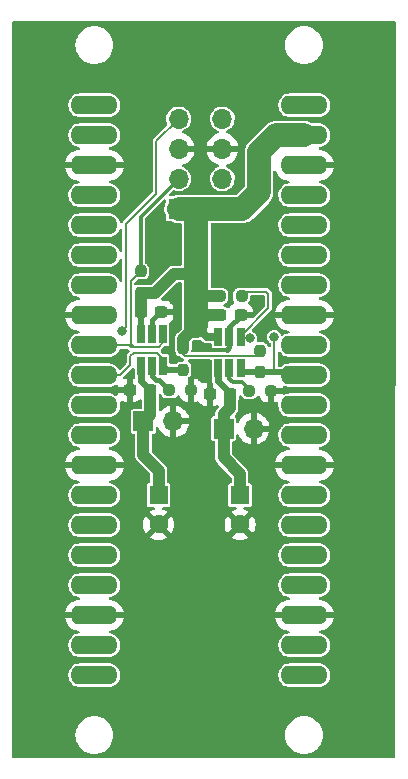
<source format=gbr>
%TF.GenerationSoftware,KiCad,Pcbnew,(6.0.2)*%
%TF.CreationDate,2023-01-31T14:35:55+03:00*%
%TF.ProjectId,Shield_Emergent,53686965-6c64-45f4-956d-657267656e74,rev?*%
%TF.SameCoordinates,Original*%
%TF.FileFunction,Copper,L2,Bot*%
%TF.FilePolarity,Positive*%
%FSLAX46Y46*%
G04 Gerber Fmt 4.6, Leading zero omitted, Abs format (unit mm)*
G04 Created by KiCad (PCBNEW (6.0.2)) date 2023-01-31 14:35:55*
%MOMM*%
%LPD*%
G01*
G04 APERTURE LIST*
G04 Aperture macros list*
%AMRoundRect*
0 Rectangle with rounded corners*
0 $1 Rounding radius*
0 $2 $3 $4 $5 $6 $7 $8 $9 X,Y pos of 4 corners*
0 Add a 4 corners polygon primitive as box body*
4,1,4,$2,$3,$4,$5,$6,$7,$8,$9,$2,$3,0*
0 Add four circle primitives for the rounded corners*
1,1,$1+$1,$2,$3*
1,1,$1+$1,$4,$5*
1,1,$1+$1,$6,$7*
1,1,$1+$1,$8,$9*
0 Add four rect primitives between the rounded corners*
20,1,$1+$1,$2,$3,$4,$5,0*
20,1,$1+$1,$4,$5,$6,$7,0*
20,1,$1+$1,$6,$7,$8,$9,0*
20,1,$1+$1,$8,$9,$2,$3,0*%
G04 Aperture macros list end*
%TA.AperFunction,ComponentPad*%
%ADD10O,4.000000X1.600000*%
%TD*%
%TA.AperFunction,SMDPad,CuDef*%
%ADD11RoundRect,0.237500X0.237500X-0.250000X0.237500X0.250000X-0.237500X0.250000X-0.237500X-0.250000X0*%
%TD*%
%TA.AperFunction,SMDPad,CuDef*%
%ADD12RoundRect,0.237500X-0.300000X-0.237500X0.300000X-0.237500X0.300000X0.237500X-0.300000X0.237500X0*%
%TD*%
%TA.AperFunction,SMDPad,CuDef*%
%ADD13R,0.650000X1.560000*%
%TD*%
%TA.AperFunction,ComponentPad*%
%ADD14R,1.600000X1.600000*%
%TD*%
%TA.AperFunction,ComponentPad*%
%ADD15C,1.600000*%
%TD*%
%TA.AperFunction,SMDPad,CuDef*%
%ADD16RoundRect,0.237500X0.300000X0.237500X-0.300000X0.237500X-0.300000X-0.237500X0.300000X-0.237500X0*%
%TD*%
%TA.AperFunction,ComponentPad*%
%ADD17R,1.700000X1.700000*%
%TD*%
%TA.AperFunction,ComponentPad*%
%ADD18O,1.700000X1.700000*%
%TD*%
%TA.AperFunction,SMDPad,CuDef*%
%ADD19RoundRect,0.237500X-0.250000X-0.237500X0.250000X-0.237500X0.250000X0.237500X-0.250000X0.237500X0*%
%TD*%
%TA.AperFunction,ViaPad*%
%ADD20C,0.800000*%
%TD*%
%TA.AperFunction,Conductor*%
%ADD21C,1.000000*%
%TD*%
%TA.AperFunction,Conductor*%
%ADD22C,2.000000*%
%TD*%
%TA.AperFunction,Conductor*%
%ADD23C,0.500000*%
%TD*%
%TA.AperFunction,Conductor*%
%ADD24C,0.200000*%
%TD*%
%TA.AperFunction,Conductor*%
%ADD25C,0.700000*%
%TD*%
%TA.AperFunction,Conductor*%
%ADD26C,0.400000*%
%TD*%
%TA.AperFunction,Conductor*%
%ADD27C,0.300000*%
%TD*%
%TA.AperFunction,Conductor*%
%ADD28C,0.600000*%
%TD*%
G04 APERTURE END LIST*
D10*
%TO.P,U1,1,GP0/TX*%
%TO.N,unconnected-(U1-Pad1)*%
X28760000Y-28620000D03*
%TO.P,U1,2,GP1/RX*%
%TO.N,unconnected-(U1-Pad2)*%
X28760000Y-31160000D03*
%TO.P,U1,3,GND*%
%TO.N,GND*%
X28760000Y-33700000D03*
%TO.P,U1,4,GP2*%
%TO.N,unconnected-(U1-Pad4)*%
X28760000Y-36240000D03*
%TO.P,U1,5,GP3*%
%TO.N,unconnected-(U1-Pad5)*%
X28760000Y-38780000D03*
%TO.P,U1,6,GP4/SDA*%
%TO.N,unconnected-(U1-Pad6)*%
X28760000Y-41320000D03*
%TO.P,U1,7,GP5/SCL*%
%TO.N,unconnected-(U1-Pad7)*%
X28760000Y-43860000D03*
%TO.P,U1,8,GND*%
%TO.N,GND*%
X28760000Y-46400000D03*
%TO.P,U1,9,GP6*%
%TO.N,EN2*%
X28760000Y-48940000D03*
%TO.P,U1,10,GP7*%
%TO.N,FLT2*%
X28760000Y-51480000D03*
%TO.P,U1,11,GP8*%
%TO.N,unconnected-(U1-Pad11)*%
X28760000Y-54020000D03*
%TO.P,U1,12,GP9*%
%TO.N,unconnected-(U1-Pad12)*%
X28760000Y-56560000D03*
%TO.P,U1,13,GND*%
%TO.N,GND*%
X28760000Y-59100000D03*
%TO.P,U1,14,GP10*%
%TO.N,unconnected-(U1-Pad14)*%
X28760000Y-61640000D03*
%TO.P,U1,15,GP11*%
%TO.N,unconnected-(U1-Pad15)*%
X28760000Y-64180000D03*
%TO.P,U1,16,GP12*%
%TO.N,unconnected-(U1-Pad16)*%
X28760000Y-66720000D03*
%TO.P,U1,17,GP13*%
%TO.N,unconnected-(U1-Pad17)*%
X28760000Y-69260000D03*
%TO.P,U1,18,GND*%
%TO.N,GND*%
X28760000Y-71800000D03*
%TO.P,U1,19,GP14*%
%TO.N,unconnected-(U1-Pad19)*%
X28760000Y-74340000D03*
%TO.P,U1,20,GP15*%
%TO.N,unconnected-(U1-Pad20)*%
X28760000Y-76880000D03*
%TO.P,U1,21,GP16/MISO*%
%TO.N,unconnected-(U1-Pad21)*%
X46540000Y-76880000D03*
%TO.P,U1,22,GP17/CS*%
%TO.N,unconnected-(U1-Pad22)*%
X46540000Y-74340000D03*
%TO.P,U1,23,GND*%
%TO.N,GND*%
X46540000Y-71800000D03*
%TO.P,U1,24,GP18/SCK*%
%TO.N,unconnected-(U1-Pad24)*%
X46540000Y-69260000D03*
%TO.P,U1,25,GP19/MOSI*%
%TO.N,unconnected-(U1-Pad25)*%
X46540000Y-66720000D03*
%TO.P,U1,26,GP20*%
%TO.N,unconnected-(U1-Pad26)*%
X46540000Y-64180000D03*
%TO.P,U1,27,GP21*%
%TO.N,unconnected-(U1-Pad27)*%
X46540000Y-61640000D03*
%TO.P,U1,28,GND*%
%TO.N,GND*%
X46540000Y-59100000D03*
%TO.P,U1,29,GP22*%
%TO.N,unconnected-(U1-Pad29)*%
X46540000Y-56560000D03*
%TO.P,U1,30,RUN*%
%TO.N,unconnected-(U1-Pad30)*%
X46540000Y-54020000D03*
%TO.P,U1,31,GP26/ADC0*%
%TO.N,FLT1*%
X46540000Y-51480000D03*
%TO.P,U1,32,GP27/ADC1*%
%TO.N,EN1*%
X46540000Y-48940000D03*
%TO.P,U1,33,AGND*%
%TO.N,GND*%
X46540000Y-46400000D03*
%TO.P,U1,34,GP28/ADC2*%
%TO.N,unconnected-(U1-Pad34)*%
X46540000Y-43860000D03*
%TO.P,U1,35,ADC_VREF*%
%TO.N,unconnected-(U1-Pad35)*%
X46540000Y-41320000D03*
%TO.P,U1,36,3V3_OUT*%
%TO.N,unconnected-(U1-Pad36)*%
X46540000Y-38780000D03*
%TO.P,U1,37,3V3_EN*%
%TO.N,unconnected-(U1-Pad37)*%
X46540000Y-36240000D03*
%TO.P,U1,38,GND*%
%TO.N,GND*%
X46540000Y-33700000D03*
%TO.P,U1,39,VSYS*%
%TO.N,VBUS*%
X46540000Y-31160000D03*
%TO.P,U1,40,VBUS*%
%TO.N,unconnected-(U1-Pad40)*%
X46540000Y-28620000D03*
%TD*%
D11*
%TO.P,R4,1*%
%TO.N,VBUS*%
X32700000Y-44512500D03*
%TO.P,R4,2*%
%TO.N,EN2*%
X32700000Y-42687500D03*
%TD*%
D12*
%TO.P,C4,1*%
%TO.N,VBUS*%
X32687500Y-46150000D03*
%TO.P,C4,2*%
%TO.N,GND*%
X34412500Y-46150000D03*
%TD*%
D13*
%TO.P,U3,1,In*%
%TO.N,VBUS*%
X32700000Y-48000000D03*
%TO.P,U3,2,GND*%
%TO.N,GND*%
X33650000Y-48000000D03*
%TO.P,U3,3,En*%
%TO.N,EN2*%
X34600000Y-48000000D03*
%TO.P,U3,4,FLT*%
%TO.N,FLT2*%
X34600000Y-50700000D03*
%TO.P,U3,5,ILIM*%
%TO.N,Net-(R5-Pad1)*%
X33650000Y-50700000D03*
%TO.P,U3,6,OUT*%
%TO.N,Net-(C5-Pad1)*%
X32700000Y-50700000D03*
%TD*%
D14*
%TO.P,C6,1*%
%TO.N,Net-(C5-Pad1)*%
X34200000Y-61617621D03*
D15*
%TO.P,C6,2*%
%TO.N,GND*%
X34200000Y-64117621D03*
%TD*%
D16*
%TO.P,C2,1*%
%TO.N,Net-(C2-Pad1)*%
X40262500Y-53100000D03*
%TO.P,C2,2*%
%TO.N,GND*%
X38537500Y-53100000D03*
%TD*%
D17*
%TO.P,J4,1,Pin_1*%
%TO.N,VBUS*%
X35900000Y-37400000D03*
D18*
%TO.P,J4,2,Pin_2*%
%TO.N,EN2*%
X35900000Y-34860000D03*
%TO.P,J4,3,Pin_3*%
%TO.N,GND*%
X35900000Y-32320000D03*
%TO.P,J4,4,Pin_4*%
%TO.N,FLT2*%
X35900000Y-29780000D03*
%TD*%
D19*
%TO.P,R2,1*%
%TO.N,Net-(R2-Pad1)*%
X41887500Y-52800000D03*
%TO.P,R2,2*%
%TO.N,GND*%
X43712500Y-52800000D03*
%TD*%
D17*
%TO.P,J2,1,Pin_1*%
%TO.N,VBUS*%
X39600000Y-37400000D03*
D18*
%TO.P,J2,2,Pin_2*%
%TO.N,EN1*%
X39600000Y-34860000D03*
%TO.P,J2,3,Pin_3*%
%TO.N,GND*%
X39600000Y-32320000D03*
%TO.P,J2,4,Pin_4*%
%TO.N,FLT1*%
X39600000Y-29780000D03*
%TD*%
D17*
%TO.P,J3,1,Pin_1*%
%TO.N,Net-(C5-Pad1)*%
X32925000Y-55387500D03*
D18*
%TO.P,J3,2,Pin_2*%
%TO.N,GND*%
X35465000Y-55387500D03*
%TD*%
D19*
%TO.P,R1,1*%
%TO.N,VBUS*%
X39400000Y-44787500D03*
%TO.P,R1,2*%
%TO.N,EN1*%
X41225000Y-44787500D03*
%TD*%
D11*
%TO.P,R3,1*%
%TO.N,FLT1*%
X42790000Y-51225000D03*
%TO.P,R3,2*%
%TO.N,VBUS*%
X42790000Y-49400000D03*
%TD*%
D16*
%TO.P,C5,1*%
%TO.N,Net-(C5-Pad1)*%
X33502500Y-52762500D03*
%TO.P,C5,2*%
%TO.N,GND*%
X31777500Y-52762500D03*
%TD*%
D13*
%TO.P,U2,1,In*%
%TO.N,VBUS*%
X39240000Y-48212500D03*
%TO.P,U2,2,GND*%
%TO.N,GND*%
X40190000Y-48212500D03*
%TO.P,U2,3,En*%
%TO.N,EN1*%
X41140000Y-48212500D03*
%TO.P,U2,4,FLT*%
%TO.N,FLT1*%
X41140000Y-50912500D03*
%TO.P,U2,5,ILIM*%
%TO.N,Net-(R2-Pad1)*%
X40190000Y-50912500D03*
%TO.P,U2,6,OUT*%
%TO.N,Net-(C2-Pad1)*%
X39240000Y-50912500D03*
%TD*%
D12*
%TO.P,C1,1*%
%TO.N,VBUS*%
X39427500Y-46362500D03*
%TO.P,C1,2*%
%TO.N,GND*%
X41152500Y-46362500D03*
%TD*%
D14*
%TO.P,C3,1*%
%TO.N,Net-(C2-Pad1)*%
X41100000Y-61617621D03*
D15*
%TO.P,C3,2*%
%TO.N,GND*%
X41100000Y-64117621D03*
%TD*%
D11*
%TO.P,R6,1*%
%TO.N,FLT2*%
X36300000Y-51012500D03*
%TO.P,R6,2*%
%TO.N,VBUS*%
X36300000Y-49187500D03*
%TD*%
D19*
%TO.P,R5,1*%
%TO.N,Net-(R5-Pad1)*%
X35127500Y-52762500D03*
%TO.P,R5,2*%
%TO.N,GND*%
X36952500Y-52762500D03*
%TD*%
D17*
%TO.P,J1,1,Pin_1*%
%TO.N,Net-(C2-Pad1)*%
X39700000Y-56000000D03*
D18*
%TO.P,J1,2,Pin_2*%
%TO.N,GND*%
X42240000Y-56000000D03*
%TD*%
D20*
%TO.N,GND*%
X34300000Y-40900000D03*
X40150000Y-81750000D03*
X37500000Y-49100000D03*
X43950000Y-57850000D03*
X51000000Y-35000000D03*
X51200000Y-75100000D03*
X23800000Y-54200000D03*
X35100000Y-25000000D03*
X32750000Y-24950000D03*
X33200000Y-68300000D03*
X35500000Y-45000000D03*
X23800000Y-61000000D03*
X42700000Y-59100000D03*
X42800000Y-43100000D03*
X43250000Y-62850000D03*
X37600000Y-55850000D03*
X32000000Y-62850000D03*
X51100000Y-70400000D03*
X33500000Y-75500000D03*
X24000000Y-68000000D03*
X42700000Y-45400000D03*
X33000000Y-29400000D03*
X37600000Y-54300000D03*
X35300000Y-81700000D03*
X43200000Y-47200000D03*
X39900000Y-25000000D03*
X32300000Y-34900000D03*
X37650000Y-75500000D03*
X37450000Y-60450000D03*
X37700000Y-72300000D03*
X42700000Y-40400000D03*
X24000000Y-42100000D03*
X43350000Y-54400000D03*
X51100000Y-64400000D03*
X37800000Y-62850000D03*
X24100000Y-75100000D03*
X37000000Y-58400000D03*
X50800000Y-49500000D03*
X51000000Y-30900000D03*
X37900000Y-51100000D03*
X24600000Y-32500000D03*
X41450000Y-75500000D03*
X37650000Y-79200000D03*
X50900000Y-44400000D03*
X23800000Y-48500000D03*
X35150000Y-57950000D03*
X51000000Y-39400000D03*
X35700000Y-47300000D03*
X41550000Y-58150000D03*
X51100000Y-58700000D03*
X41500000Y-68300000D03*
X23300000Y-37000000D03*
X42200000Y-24700000D03*
X37700000Y-66150000D03*
X50900000Y-53900000D03*
%TO.N,EN1*%
X41929894Y-48370106D03*
%TO.N,FLT1*%
X44000000Y-48240500D03*
%TO.N,FLT2*%
X31100000Y-47700000D03*
%TD*%
D21*
%TO.N,VBUS*%
X37400000Y-42900000D02*
X35500000Y-42900000D01*
X36300000Y-48400000D02*
X37400000Y-47300000D01*
X37912500Y-44787500D02*
X37400000Y-45300000D01*
X39400000Y-44787500D02*
X37912500Y-44787500D01*
D22*
X42700000Y-32600000D02*
X44140000Y-31160000D01*
D23*
X32700000Y-46162500D02*
X32687500Y-46150000D01*
D24*
X36432989Y-49832989D02*
X36300000Y-49700000D01*
X42790000Y-49400000D02*
X42357011Y-49832989D01*
D22*
X35900000Y-37400000D02*
X37400000Y-37400000D01*
D23*
X32700000Y-48000000D02*
X32700000Y-46162500D01*
D22*
X37400000Y-45300000D02*
X37400000Y-47300000D01*
D21*
X36300000Y-49187500D02*
X36300000Y-48400000D01*
D22*
X41300000Y-37400000D02*
X42700000Y-36000000D01*
D23*
X42790000Y-49400000D02*
X42690000Y-49500000D01*
D21*
X39427500Y-46362500D02*
X38337500Y-46362500D01*
D22*
X42700000Y-36000000D02*
X42700000Y-32600000D01*
X37400000Y-42900000D02*
X37400000Y-45300000D01*
D21*
X35500000Y-42900000D02*
X33887500Y-44512500D01*
D24*
X42357011Y-49832989D02*
X36432989Y-49832989D01*
D21*
X32700000Y-44512500D02*
X32700000Y-46137500D01*
D22*
X39600000Y-37400000D02*
X41300000Y-37400000D01*
X37400000Y-37400000D02*
X37400000Y-42900000D01*
D24*
X36300000Y-49700000D02*
X36300000Y-49187500D01*
D21*
X32700000Y-46137500D02*
X32687500Y-46150000D01*
D23*
X39200000Y-48252500D02*
X39240000Y-48212500D01*
D25*
X37400000Y-47300000D02*
X38312500Y-48212500D01*
X38312500Y-48212500D02*
X39240000Y-48212500D01*
D21*
X38337500Y-46362500D02*
X37400000Y-47300000D01*
D22*
X44140000Y-31160000D02*
X46540000Y-31160000D01*
D21*
X33887500Y-44512500D02*
X32700000Y-44512500D01*
D22*
X37400000Y-37400000D02*
X39600000Y-37400000D01*
D26*
%TO.N,GND*%
X40190000Y-48212500D02*
X40190000Y-49110000D01*
X34412500Y-46150000D02*
X34350000Y-46150000D01*
X34350000Y-46150000D02*
X33650000Y-46850000D01*
X41152500Y-46362500D02*
X41152500Y-46447500D01*
D27*
X39957989Y-49342011D02*
X37742011Y-49342011D01*
X37742011Y-49342011D02*
X37500000Y-49100000D01*
D26*
X39966531Y-49333469D02*
X39957989Y-49333469D01*
X40190000Y-49110000D02*
X39966531Y-49333469D01*
X33650000Y-46850000D02*
X33650000Y-48000000D01*
D27*
X40190000Y-49110000D02*
X39957989Y-49342011D01*
D26*
X40190000Y-47410000D02*
X40190000Y-48212500D01*
X41152500Y-46447500D02*
X40190000Y-47410000D01*
D21*
%TO.N,Net-(C2-Pad1)*%
X39700000Y-58450000D02*
X39700000Y-56000000D01*
X40262500Y-53100000D02*
X40262500Y-54237500D01*
X41100000Y-59850000D02*
X39700000Y-58450000D01*
X39700000Y-54800000D02*
X39700000Y-56000000D01*
X41100000Y-61617621D02*
X41100000Y-59850000D01*
D28*
X39240000Y-51940000D02*
X40262500Y-52962500D01*
X40262500Y-52962500D02*
X40262500Y-53100000D01*
X39240000Y-50912500D02*
X39240000Y-51940000D01*
D21*
X40262500Y-54237500D02*
X39700000Y-54800000D01*
D28*
%TO.N,Net-(C5-Pad1)*%
X32700000Y-51960000D02*
X33502500Y-52762500D01*
D21*
X33502500Y-52762500D02*
X33502500Y-54810000D01*
D28*
X32700000Y-50700000D02*
X32700000Y-51960000D01*
D21*
X34200000Y-59650000D02*
X34200000Y-61617621D01*
X32925000Y-58275000D02*
X34250000Y-59600000D01*
X33502500Y-54810000D02*
X32925000Y-55387500D01*
X32925000Y-55387500D02*
X32925000Y-58275000D01*
X34250000Y-59600000D02*
X34200000Y-59650000D01*
D24*
%TO.N,EN1*%
X41929894Y-48370106D02*
X41297606Y-48370106D01*
X41140000Y-48212500D02*
X41140000Y-48160000D01*
X41297606Y-48370106D02*
X41140000Y-48212500D01*
X43300000Y-44400000D02*
X41612500Y-44400000D01*
X43500000Y-44600000D02*
X43300000Y-44400000D01*
X43500000Y-45800000D02*
X43500000Y-44600000D01*
X41612500Y-44400000D02*
X41225000Y-44787500D01*
X41140000Y-48160000D02*
X43500000Y-45800000D01*
%TO.N,FLT1*%
X44000000Y-51200000D02*
X43975000Y-51225000D01*
D23*
X42790000Y-51225000D02*
X43975000Y-51225000D01*
X41452500Y-51225000D02*
X41140000Y-50912500D01*
X46285000Y-51225000D02*
X46540000Y-51480000D01*
X42790000Y-51225000D02*
X41452500Y-51225000D01*
X43975000Y-51225000D02*
X46285000Y-51225000D01*
D24*
X44000000Y-48240500D02*
X44000000Y-51200000D01*
D27*
%TO.N,EN2*%
X32700000Y-42687500D02*
X32700000Y-38060000D01*
D24*
X34600000Y-48700000D02*
X34200000Y-49100000D01*
X31840000Y-48940000D02*
X28760000Y-48940000D01*
X34200000Y-49100000D02*
X32100000Y-49100000D01*
X31940000Y-48940000D02*
X31840000Y-48940000D01*
D27*
X32700000Y-38060000D02*
X35900000Y-34860000D01*
D24*
X31900000Y-49100000D02*
X31700000Y-48900000D01*
X32093750Y-43293750D02*
X31840000Y-43547500D01*
X29360000Y-48940000D02*
X28760000Y-48940000D01*
X32100000Y-49100000D02*
X31940000Y-48940000D01*
X32100000Y-49100000D02*
X31900000Y-49100000D01*
X34600000Y-48000000D02*
X34600000Y-48700000D01*
X31840000Y-43547500D02*
X31840000Y-48940000D01*
X32700000Y-42687500D02*
X32093750Y-43293750D01*
%TO.N,FLT2*%
X31800000Y-50600000D02*
X30920000Y-51480000D01*
D27*
X29460000Y-51480000D02*
X28760000Y-51480000D01*
D23*
X36300000Y-51012500D02*
X34912500Y-51012500D01*
D24*
X34000000Y-31680000D02*
X34000000Y-33900000D01*
X35900000Y-29780000D02*
X34000000Y-31680000D01*
X34600000Y-50100000D02*
X34109520Y-49609520D01*
X34600000Y-50700000D02*
X34600000Y-50100000D01*
X31440481Y-38659519D02*
X31440480Y-46500000D01*
X31440480Y-46500000D02*
X31440480Y-47359520D01*
X33900000Y-36200000D02*
X31440481Y-38659519D01*
X34000000Y-33900000D02*
X34000000Y-36100000D01*
X31800000Y-49895978D02*
X31800000Y-50600000D01*
X34000000Y-36100000D02*
X33900000Y-36200000D01*
X34109520Y-49609520D02*
X32490480Y-49609520D01*
X32490480Y-49609520D02*
X32086458Y-49609520D01*
D23*
X34912500Y-51012500D02*
X34600000Y-50700000D01*
D24*
X30920000Y-51480000D02*
X28760000Y-51480000D01*
X31440480Y-47359520D02*
X31100000Y-47700000D01*
X32086458Y-49609520D02*
X31800000Y-49895978D01*
D27*
%TO.N,Net-(R2-Pad1)*%
X41300000Y-52100000D02*
X41887500Y-52687500D01*
X41887500Y-52687500D02*
X41887500Y-52800000D01*
X40190000Y-50912500D02*
X40190000Y-51766522D01*
X40523478Y-52100000D02*
X41300000Y-52100000D01*
X40190000Y-51766522D02*
X40523478Y-52100000D01*
D26*
%TO.N,Net-(R5-Pad1)*%
X35127500Y-52762500D02*
X34244511Y-51879511D01*
X33979511Y-51879511D02*
X33650000Y-51550000D01*
X34244511Y-51879511D02*
X33979511Y-51879511D01*
X33650000Y-51550000D02*
X33650000Y-50700000D01*
%TD*%
%TA.AperFunction,Conductor*%
%TO.N,GND*%
G36*
X54241919Y-21520002D02*
G01*
X54288412Y-21573658D01*
X54299798Y-21626201D01*
X54200545Y-83560307D01*
X54200202Y-83774202D01*
X54180091Y-83842291D01*
X54126361Y-83888697D01*
X54074202Y-83900000D01*
X21926000Y-83900000D01*
X21857879Y-83879998D01*
X21811386Y-83826342D01*
X21800000Y-83774000D01*
X21800000Y-81960000D01*
X27164551Y-81960000D01*
X27184317Y-82211148D01*
X27243127Y-82456111D01*
X27339534Y-82688859D01*
X27471164Y-82903659D01*
X27474376Y-82907419D01*
X27474379Y-82907424D01*
X27619256Y-83077052D01*
X27634776Y-83095224D01*
X27638538Y-83098437D01*
X27822576Y-83255621D01*
X27822581Y-83255624D01*
X27826341Y-83258836D01*
X28041141Y-83390466D01*
X28045711Y-83392359D01*
X28045715Y-83392361D01*
X28269316Y-83484979D01*
X28273889Y-83486873D01*
X28358289Y-83507135D01*
X28514039Y-83544528D01*
X28514045Y-83544529D01*
X28518852Y-83545683D01*
X28607149Y-83552632D01*
X28704661Y-83560307D01*
X28704670Y-83560307D01*
X28707118Y-83560500D01*
X28832882Y-83560500D01*
X28835330Y-83560307D01*
X28835339Y-83560307D01*
X28932851Y-83552632D01*
X29021148Y-83545683D01*
X29025955Y-83544529D01*
X29025961Y-83544528D01*
X29181711Y-83507135D01*
X29266111Y-83486873D01*
X29270684Y-83484979D01*
X29494285Y-83392361D01*
X29494289Y-83392359D01*
X29498859Y-83390466D01*
X29713659Y-83258836D01*
X29717419Y-83255624D01*
X29717424Y-83255621D01*
X29901462Y-83098437D01*
X29905224Y-83095224D01*
X29920744Y-83077052D01*
X30065621Y-82907424D01*
X30065624Y-82907419D01*
X30068836Y-82903659D01*
X30200466Y-82688859D01*
X30296873Y-82456111D01*
X30355683Y-82211148D01*
X30375449Y-81960000D01*
X44924551Y-81960000D01*
X44944317Y-82211148D01*
X45003127Y-82456111D01*
X45099534Y-82688859D01*
X45231164Y-82903659D01*
X45234376Y-82907419D01*
X45234379Y-82907424D01*
X45379256Y-83077052D01*
X45394776Y-83095224D01*
X45398538Y-83098437D01*
X45582576Y-83255621D01*
X45582581Y-83255624D01*
X45586341Y-83258836D01*
X45801141Y-83390466D01*
X45805711Y-83392359D01*
X45805715Y-83392361D01*
X46029316Y-83484979D01*
X46033889Y-83486873D01*
X46118289Y-83507135D01*
X46274039Y-83544528D01*
X46274045Y-83544529D01*
X46278852Y-83545683D01*
X46367149Y-83552632D01*
X46464661Y-83560307D01*
X46464670Y-83560307D01*
X46467118Y-83560500D01*
X46592882Y-83560500D01*
X46595330Y-83560307D01*
X46595339Y-83560307D01*
X46692851Y-83552632D01*
X46781148Y-83545683D01*
X46785955Y-83544529D01*
X46785961Y-83544528D01*
X46941711Y-83507135D01*
X47026111Y-83486873D01*
X47030684Y-83484979D01*
X47254285Y-83392361D01*
X47254289Y-83392359D01*
X47258859Y-83390466D01*
X47473659Y-83258836D01*
X47477419Y-83255624D01*
X47477424Y-83255621D01*
X47661462Y-83098437D01*
X47665224Y-83095224D01*
X47680744Y-83077052D01*
X47825621Y-82907424D01*
X47825624Y-82907419D01*
X47828836Y-82903659D01*
X47960466Y-82688859D01*
X48056873Y-82456111D01*
X48115683Y-82211148D01*
X48135449Y-81960000D01*
X48115683Y-81708852D01*
X48056873Y-81463889D01*
X47960466Y-81231141D01*
X47828836Y-81016341D01*
X47825624Y-81012581D01*
X47825621Y-81012576D01*
X47668437Y-80828538D01*
X47665224Y-80824776D01*
X47647052Y-80809256D01*
X47477424Y-80664379D01*
X47477419Y-80664376D01*
X47473659Y-80661164D01*
X47258859Y-80529534D01*
X47254289Y-80527641D01*
X47254285Y-80527639D01*
X47030684Y-80435021D01*
X47030682Y-80435020D01*
X47026111Y-80433127D01*
X46941711Y-80412865D01*
X46785961Y-80375472D01*
X46785955Y-80375471D01*
X46781148Y-80374317D01*
X46692851Y-80367368D01*
X46595339Y-80359693D01*
X46595330Y-80359693D01*
X46592882Y-80359500D01*
X46467118Y-80359500D01*
X46464670Y-80359693D01*
X46464661Y-80359693D01*
X46367149Y-80367368D01*
X46278852Y-80374317D01*
X46274045Y-80375471D01*
X46274039Y-80375472D01*
X46118289Y-80412865D01*
X46033889Y-80433127D01*
X46029318Y-80435020D01*
X46029316Y-80435021D01*
X45805715Y-80527639D01*
X45805711Y-80527641D01*
X45801141Y-80529534D01*
X45586341Y-80661164D01*
X45582581Y-80664376D01*
X45582576Y-80664379D01*
X45412948Y-80809256D01*
X45394776Y-80824776D01*
X45391563Y-80828538D01*
X45234379Y-81012576D01*
X45234376Y-81012581D01*
X45231164Y-81016341D01*
X45099534Y-81231141D01*
X45003127Y-81463889D01*
X44944317Y-81708852D01*
X44924551Y-81960000D01*
X30375449Y-81960000D01*
X30355683Y-81708852D01*
X30296873Y-81463889D01*
X30200466Y-81231141D01*
X30068836Y-81016341D01*
X30065624Y-81012581D01*
X30065621Y-81012576D01*
X29908437Y-80828538D01*
X29905224Y-80824776D01*
X29887052Y-80809256D01*
X29717424Y-80664379D01*
X29717419Y-80664376D01*
X29713659Y-80661164D01*
X29498859Y-80529534D01*
X29494289Y-80527641D01*
X29494285Y-80527639D01*
X29270684Y-80435021D01*
X29270682Y-80435020D01*
X29266111Y-80433127D01*
X29181711Y-80412865D01*
X29025961Y-80375472D01*
X29025955Y-80375471D01*
X29021148Y-80374317D01*
X28932851Y-80367368D01*
X28835339Y-80359693D01*
X28835330Y-80359693D01*
X28832882Y-80359500D01*
X28707118Y-80359500D01*
X28704670Y-80359693D01*
X28704661Y-80359693D01*
X28607149Y-80367368D01*
X28518852Y-80374317D01*
X28514045Y-80375471D01*
X28514039Y-80375472D01*
X28358289Y-80412865D01*
X28273889Y-80433127D01*
X28269318Y-80435020D01*
X28269316Y-80435021D01*
X28045715Y-80527639D01*
X28045711Y-80527641D01*
X28041141Y-80529534D01*
X27826341Y-80661164D01*
X27822581Y-80664376D01*
X27822576Y-80664379D01*
X27652948Y-80809256D01*
X27634776Y-80824776D01*
X27631563Y-80828538D01*
X27474379Y-81012576D01*
X27474376Y-81012581D01*
X27471164Y-81016341D01*
X27339534Y-81231141D01*
X27243127Y-81463889D01*
X27184317Y-81708852D01*
X27164551Y-81960000D01*
X21800000Y-81960000D01*
X21800000Y-76929126D01*
X26555541Y-76929126D01*
X26585935Y-77130097D01*
X26656119Y-77320852D01*
X26659479Y-77326272D01*
X26659480Y-77326273D01*
X26759863Y-77488176D01*
X26759866Y-77488180D01*
X26763226Y-77493599D01*
X26902881Y-77641280D01*
X27069379Y-77757863D01*
X27255919Y-77838586D01*
X27301947Y-77848202D01*
X27450144Y-77879162D01*
X27450149Y-77879163D01*
X27454880Y-77880151D01*
X27459762Y-77880407D01*
X27459871Y-77880413D01*
X27459887Y-77880413D01*
X27461539Y-77880500D01*
X30010800Y-77880500D01*
X30058793Y-77875625D01*
X30155868Y-77865765D01*
X30155870Y-77865765D01*
X30162216Y-77865120D01*
X30356172Y-77804338D01*
X30533944Y-77705797D01*
X30688271Y-77573523D01*
X30812848Y-77412919D01*
X30902587Y-77230545D01*
X30928752Y-77130097D01*
X30952212Y-77040034D01*
X30952212Y-77040031D01*
X30953822Y-77033852D01*
X30959310Y-76929126D01*
X44335541Y-76929126D01*
X44365935Y-77130097D01*
X44436119Y-77320852D01*
X44439479Y-77326272D01*
X44439480Y-77326273D01*
X44539863Y-77488176D01*
X44539866Y-77488180D01*
X44543226Y-77493599D01*
X44682881Y-77641280D01*
X44849379Y-77757863D01*
X45035919Y-77838586D01*
X45081947Y-77848202D01*
X45230144Y-77879162D01*
X45230149Y-77879163D01*
X45234880Y-77880151D01*
X45239762Y-77880407D01*
X45239871Y-77880413D01*
X45239887Y-77880413D01*
X45241539Y-77880500D01*
X47790800Y-77880500D01*
X47838793Y-77875625D01*
X47935868Y-77865765D01*
X47935870Y-77865765D01*
X47942216Y-77865120D01*
X48136172Y-77804338D01*
X48313944Y-77705797D01*
X48468271Y-77573523D01*
X48592848Y-77412919D01*
X48682587Y-77230545D01*
X48708752Y-77130097D01*
X48732212Y-77040034D01*
X48732212Y-77040031D01*
X48733822Y-77033852D01*
X48744459Y-76830874D01*
X48714065Y-76629903D01*
X48643881Y-76439148D01*
X48590345Y-76352802D01*
X48540137Y-76271824D01*
X48540134Y-76271820D01*
X48536774Y-76266401D01*
X48397119Y-76118720D01*
X48230621Y-76002137D01*
X48044081Y-75921414D01*
X47998053Y-75911798D01*
X47849856Y-75880838D01*
X47849851Y-75880837D01*
X47845120Y-75879849D01*
X47840238Y-75879593D01*
X47840129Y-75879587D01*
X47840113Y-75879587D01*
X47838461Y-75879500D01*
X45289200Y-75879500D01*
X45241207Y-75884375D01*
X45144132Y-75894235D01*
X45144130Y-75894235D01*
X45137784Y-75894880D01*
X44943828Y-75955662D01*
X44766056Y-76054203D01*
X44611729Y-76186477D01*
X44487152Y-76347081D01*
X44397413Y-76529455D01*
X44395804Y-76535633D01*
X44395803Y-76535635D01*
X44369603Y-76636220D01*
X44346178Y-76726148D01*
X44335541Y-76929126D01*
X30959310Y-76929126D01*
X30964459Y-76830874D01*
X30934065Y-76629903D01*
X30863881Y-76439148D01*
X30810345Y-76352802D01*
X30760137Y-76271824D01*
X30760134Y-76271820D01*
X30756774Y-76266401D01*
X30617119Y-76118720D01*
X30450621Y-76002137D01*
X30264081Y-75921414D01*
X30218053Y-75911798D01*
X30069856Y-75880838D01*
X30069851Y-75880837D01*
X30065120Y-75879849D01*
X30060238Y-75879593D01*
X30060129Y-75879587D01*
X30060113Y-75879587D01*
X30058461Y-75879500D01*
X27509200Y-75879500D01*
X27461207Y-75884375D01*
X27364132Y-75894235D01*
X27364130Y-75894235D01*
X27357784Y-75894880D01*
X27163828Y-75955662D01*
X26986056Y-76054203D01*
X26831729Y-76186477D01*
X26707152Y-76347081D01*
X26617413Y-76529455D01*
X26615804Y-76535633D01*
X26615803Y-76535635D01*
X26589603Y-76636220D01*
X26566178Y-76726148D01*
X26555541Y-76929126D01*
X21800000Y-76929126D01*
X21800000Y-72066522D01*
X26277273Y-72066522D01*
X26324764Y-72243761D01*
X26328510Y-72254053D01*
X26420586Y-72451511D01*
X26426069Y-72461007D01*
X26551028Y-72639467D01*
X26558084Y-72647875D01*
X26712125Y-72801916D01*
X26720533Y-72808972D01*
X26898993Y-72933931D01*
X26908489Y-72939414D01*
X27105947Y-73031490D01*
X27116239Y-73035236D01*
X27326688Y-73091625D01*
X27337480Y-73093528D01*
X27402857Y-73099248D01*
X27468975Y-73125112D01*
X27510614Y-73182615D01*
X27514555Y-73253502D01*
X27479546Y-73315267D01*
X27416701Y-73348299D01*
X27404610Y-73350124D01*
X27389442Y-73351664D01*
X27364132Y-73354235D01*
X27364130Y-73354235D01*
X27357784Y-73354880D01*
X27163828Y-73415662D01*
X26986056Y-73514203D01*
X26831729Y-73646477D01*
X26707152Y-73807081D01*
X26617413Y-73989455D01*
X26615804Y-73995633D01*
X26615803Y-73995635D01*
X26589603Y-74096220D01*
X26566178Y-74186148D01*
X26555541Y-74389126D01*
X26585935Y-74590097D01*
X26656119Y-74780852D01*
X26659479Y-74786272D01*
X26659480Y-74786273D01*
X26759863Y-74948176D01*
X26759866Y-74948180D01*
X26763226Y-74953599D01*
X26902881Y-75101280D01*
X27069379Y-75217863D01*
X27255919Y-75298586D01*
X27301947Y-75308202D01*
X27450144Y-75339162D01*
X27450149Y-75339163D01*
X27454880Y-75340151D01*
X27459762Y-75340407D01*
X27459871Y-75340413D01*
X27459887Y-75340413D01*
X27461539Y-75340500D01*
X30010800Y-75340500D01*
X30058793Y-75335625D01*
X30155868Y-75325765D01*
X30155870Y-75325765D01*
X30162216Y-75325120D01*
X30356172Y-75264338D01*
X30533944Y-75165797D01*
X30688271Y-75033523D01*
X30812848Y-74872919D01*
X30902587Y-74690545D01*
X30928752Y-74590097D01*
X30952212Y-74500034D01*
X30952212Y-74500031D01*
X30953822Y-74493852D01*
X30964459Y-74290874D01*
X30934065Y-74089903D01*
X30863881Y-73899148D01*
X30810345Y-73812802D01*
X30760137Y-73731824D01*
X30760134Y-73731820D01*
X30756774Y-73726401D01*
X30617119Y-73578720D01*
X30450621Y-73462137D01*
X30264081Y-73381414D01*
X30103969Y-73347965D01*
X30041378Y-73314456D01*
X30006840Y-73252426D01*
X30011320Y-73181571D01*
X30053396Y-73124386D01*
X30118754Y-73099107D01*
X30182520Y-73093528D01*
X30193312Y-73091625D01*
X30403761Y-73035236D01*
X30414053Y-73031490D01*
X30611511Y-72939414D01*
X30621007Y-72933931D01*
X30799467Y-72808972D01*
X30807875Y-72801916D01*
X30961916Y-72647875D01*
X30968972Y-72639467D01*
X31093931Y-72461007D01*
X31099414Y-72451511D01*
X31191490Y-72254053D01*
X31195236Y-72243761D01*
X31241394Y-72071497D01*
X31241275Y-72066522D01*
X44057273Y-72066522D01*
X44104764Y-72243761D01*
X44108510Y-72254053D01*
X44200586Y-72451511D01*
X44206069Y-72461007D01*
X44331028Y-72639467D01*
X44338084Y-72647875D01*
X44492125Y-72801916D01*
X44500533Y-72808972D01*
X44678993Y-72933931D01*
X44688489Y-72939414D01*
X44885947Y-73031490D01*
X44896239Y-73035236D01*
X45106688Y-73091625D01*
X45117480Y-73093528D01*
X45182857Y-73099248D01*
X45248975Y-73125112D01*
X45290614Y-73182615D01*
X45294555Y-73253502D01*
X45259546Y-73315267D01*
X45196701Y-73348299D01*
X45184610Y-73350124D01*
X45169442Y-73351664D01*
X45144132Y-73354235D01*
X45144130Y-73354235D01*
X45137784Y-73354880D01*
X44943828Y-73415662D01*
X44766056Y-73514203D01*
X44611729Y-73646477D01*
X44487152Y-73807081D01*
X44397413Y-73989455D01*
X44395804Y-73995633D01*
X44395803Y-73995635D01*
X44369603Y-74096220D01*
X44346178Y-74186148D01*
X44335541Y-74389126D01*
X44365935Y-74590097D01*
X44436119Y-74780852D01*
X44439479Y-74786272D01*
X44439480Y-74786273D01*
X44539863Y-74948176D01*
X44539866Y-74948180D01*
X44543226Y-74953599D01*
X44682881Y-75101280D01*
X44849379Y-75217863D01*
X45035919Y-75298586D01*
X45081947Y-75308202D01*
X45230144Y-75339162D01*
X45230149Y-75339163D01*
X45234880Y-75340151D01*
X45239762Y-75340407D01*
X45239871Y-75340413D01*
X45239887Y-75340413D01*
X45241539Y-75340500D01*
X47790800Y-75340500D01*
X47838793Y-75335625D01*
X47935868Y-75325765D01*
X47935870Y-75325765D01*
X47942216Y-75325120D01*
X48136172Y-75264338D01*
X48313944Y-75165797D01*
X48468271Y-75033523D01*
X48592848Y-74872919D01*
X48682587Y-74690545D01*
X48708752Y-74590097D01*
X48732212Y-74500034D01*
X48732212Y-74500031D01*
X48733822Y-74493852D01*
X48744459Y-74290874D01*
X48714065Y-74089903D01*
X48643881Y-73899148D01*
X48590345Y-73812802D01*
X48540137Y-73731824D01*
X48540134Y-73731820D01*
X48536774Y-73726401D01*
X48397119Y-73578720D01*
X48230621Y-73462137D01*
X48044081Y-73381414D01*
X47883969Y-73347965D01*
X47821378Y-73314456D01*
X47786840Y-73252426D01*
X47791320Y-73181571D01*
X47833396Y-73124386D01*
X47898754Y-73099107D01*
X47962520Y-73093528D01*
X47973312Y-73091625D01*
X48183761Y-73035236D01*
X48194053Y-73031490D01*
X48391511Y-72939414D01*
X48401007Y-72933931D01*
X48579467Y-72808972D01*
X48587875Y-72801916D01*
X48741916Y-72647875D01*
X48748972Y-72639467D01*
X48873931Y-72461007D01*
X48879414Y-72451511D01*
X48971490Y-72254053D01*
X48975236Y-72243761D01*
X49021394Y-72071497D01*
X49021058Y-72057401D01*
X49013116Y-72054000D01*
X44072033Y-72054000D01*
X44058502Y-72057973D01*
X44057273Y-72066522D01*
X31241275Y-72066522D01*
X31241058Y-72057401D01*
X31233116Y-72054000D01*
X26292033Y-72054000D01*
X26278502Y-72057973D01*
X26277273Y-72066522D01*
X21800000Y-72066522D01*
X21800000Y-71528503D01*
X26278606Y-71528503D01*
X26278942Y-71542599D01*
X26286884Y-71546000D01*
X31227967Y-71546000D01*
X31241498Y-71542027D01*
X31242727Y-71533478D01*
X31241394Y-71528503D01*
X44058606Y-71528503D01*
X44058942Y-71542599D01*
X44066884Y-71546000D01*
X49007967Y-71546000D01*
X49021498Y-71542027D01*
X49022727Y-71533478D01*
X48975236Y-71356239D01*
X48971490Y-71345947D01*
X48879414Y-71148489D01*
X48873931Y-71138993D01*
X48748972Y-70960533D01*
X48741916Y-70952125D01*
X48587875Y-70798084D01*
X48579467Y-70791028D01*
X48401007Y-70666069D01*
X48391511Y-70660586D01*
X48194053Y-70568510D01*
X48183761Y-70564764D01*
X47973312Y-70508375D01*
X47962520Y-70506472D01*
X47897143Y-70500752D01*
X47831025Y-70474888D01*
X47789386Y-70417385D01*
X47785445Y-70346498D01*
X47820454Y-70284733D01*
X47883299Y-70251701D01*
X47895390Y-70249876D01*
X47910558Y-70248336D01*
X47935868Y-70245765D01*
X47935870Y-70245765D01*
X47942216Y-70245120D01*
X48136172Y-70184338D01*
X48313944Y-70085797D01*
X48468271Y-69953523D01*
X48592848Y-69792919D01*
X48682587Y-69610545D01*
X48708752Y-69510097D01*
X48732212Y-69420034D01*
X48732212Y-69420031D01*
X48733822Y-69413852D01*
X48744459Y-69210874D01*
X48714065Y-69009903D01*
X48643881Y-68819148D01*
X48590345Y-68732802D01*
X48540137Y-68651824D01*
X48540134Y-68651820D01*
X48536774Y-68646401D01*
X48397119Y-68498720D01*
X48230621Y-68382137D01*
X48044081Y-68301414D01*
X47998053Y-68291798D01*
X47849856Y-68260838D01*
X47849851Y-68260837D01*
X47845120Y-68259849D01*
X47840238Y-68259593D01*
X47840129Y-68259587D01*
X47840113Y-68259587D01*
X47838461Y-68259500D01*
X45289200Y-68259500D01*
X45241207Y-68264375D01*
X45144132Y-68274235D01*
X45144130Y-68274235D01*
X45137784Y-68274880D01*
X44943828Y-68335662D01*
X44766056Y-68434203D01*
X44611729Y-68566477D01*
X44487152Y-68727081D01*
X44397413Y-68909455D01*
X44395804Y-68915633D01*
X44395803Y-68915635D01*
X44369603Y-69016220D01*
X44346178Y-69106148D01*
X44335541Y-69309126D01*
X44365935Y-69510097D01*
X44436119Y-69700852D01*
X44439479Y-69706272D01*
X44439480Y-69706273D01*
X44539863Y-69868176D01*
X44539866Y-69868180D01*
X44543226Y-69873599D01*
X44682881Y-70021280D01*
X44849379Y-70137863D01*
X45035919Y-70218586D01*
X45166018Y-70245765D01*
X45196031Y-70252035D01*
X45258622Y-70285544D01*
X45293160Y-70347574D01*
X45288680Y-70418429D01*
X45246604Y-70475614D01*
X45181246Y-70500893D01*
X45117480Y-70506472D01*
X45106688Y-70508375D01*
X44896239Y-70564764D01*
X44885947Y-70568510D01*
X44688489Y-70660586D01*
X44678993Y-70666069D01*
X44500533Y-70791028D01*
X44492125Y-70798084D01*
X44338084Y-70952125D01*
X44331028Y-70960533D01*
X44206069Y-71138993D01*
X44200586Y-71148489D01*
X44108510Y-71345947D01*
X44104764Y-71356239D01*
X44058606Y-71528503D01*
X31241394Y-71528503D01*
X31195236Y-71356239D01*
X31191490Y-71345947D01*
X31099414Y-71148489D01*
X31093931Y-71138993D01*
X30968972Y-70960533D01*
X30961916Y-70952125D01*
X30807875Y-70798084D01*
X30799467Y-70791028D01*
X30621007Y-70666069D01*
X30611511Y-70660586D01*
X30414053Y-70568510D01*
X30403761Y-70564764D01*
X30193312Y-70508375D01*
X30182520Y-70506472D01*
X30117143Y-70500752D01*
X30051025Y-70474888D01*
X30009386Y-70417385D01*
X30005445Y-70346498D01*
X30040454Y-70284733D01*
X30103299Y-70251701D01*
X30115390Y-70249876D01*
X30130558Y-70248336D01*
X30155868Y-70245765D01*
X30155870Y-70245765D01*
X30162216Y-70245120D01*
X30356172Y-70184338D01*
X30533944Y-70085797D01*
X30688271Y-69953523D01*
X30812848Y-69792919D01*
X30902587Y-69610545D01*
X30928752Y-69510097D01*
X30952212Y-69420034D01*
X30952212Y-69420031D01*
X30953822Y-69413852D01*
X30964459Y-69210874D01*
X30934065Y-69009903D01*
X30863881Y-68819148D01*
X30810345Y-68732802D01*
X30760137Y-68651824D01*
X30760134Y-68651820D01*
X30756774Y-68646401D01*
X30617119Y-68498720D01*
X30450621Y-68382137D01*
X30264081Y-68301414D01*
X30218053Y-68291798D01*
X30069856Y-68260838D01*
X30069851Y-68260837D01*
X30065120Y-68259849D01*
X30060238Y-68259593D01*
X30060129Y-68259587D01*
X30060113Y-68259587D01*
X30058461Y-68259500D01*
X27509200Y-68259500D01*
X27461207Y-68264375D01*
X27364132Y-68274235D01*
X27364130Y-68274235D01*
X27357784Y-68274880D01*
X27163828Y-68335662D01*
X26986056Y-68434203D01*
X26831729Y-68566477D01*
X26707152Y-68727081D01*
X26617413Y-68909455D01*
X26615804Y-68915633D01*
X26615803Y-68915635D01*
X26589603Y-69016220D01*
X26566178Y-69106148D01*
X26555541Y-69309126D01*
X26585935Y-69510097D01*
X26656119Y-69700852D01*
X26659479Y-69706272D01*
X26659480Y-69706273D01*
X26759863Y-69868176D01*
X26759866Y-69868180D01*
X26763226Y-69873599D01*
X26902881Y-70021280D01*
X27069379Y-70137863D01*
X27255919Y-70218586D01*
X27386018Y-70245765D01*
X27416031Y-70252035D01*
X27478622Y-70285544D01*
X27513160Y-70347574D01*
X27508680Y-70418429D01*
X27466604Y-70475614D01*
X27401246Y-70500893D01*
X27337480Y-70506472D01*
X27326688Y-70508375D01*
X27116239Y-70564764D01*
X27105947Y-70568510D01*
X26908489Y-70660586D01*
X26898993Y-70666069D01*
X26720533Y-70791028D01*
X26712125Y-70798084D01*
X26558084Y-70952125D01*
X26551028Y-70960533D01*
X26426069Y-71138993D01*
X26420586Y-71148489D01*
X26328510Y-71345947D01*
X26324764Y-71356239D01*
X26278606Y-71528503D01*
X21800000Y-71528503D01*
X21800000Y-66769126D01*
X26555541Y-66769126D01*
X26585935Y-66970097D01*
X26656119Y-67160852D01*
X26659479Y-67166272D01*
X26659480Y-67166273D01*
X26759863Y-67328176D01*
X26759866Y-67328180D01*
X26763226Y-67333599D01*
X26902881Y-67481280D01*
X27069379Y-67597863D01*
X27255919Y-67678586D01*
X27301947Y-67688202D01*
X27450144Y-67719162D01*
X27450149Y-67719163D01*
X27454880Y-67720151D01*
X27459762Y-67720407D01*
X27459871Y-67720413D01*
X27459887Y-67720413D01*
X27461539Y-67720500D01*
X30010800Y-67720500D01*
X30058793Y-67715625D01*
X30155868Y-67705765D01*
X30155870Y-67705765D01*
X30162216Y-67705120D01*
X30356172Y-67644338D01*
X30533944Y-67545797D01*
X30688271Y-67413523D01*
X30812848Y-67252919D01*
X30902587Y-67070545D01*
X30928752Y-66970097D01*
X30952212Y-66880034D01*
X30952212Y-66880031D01*
X30953822Y-66873852D01*
X30959310Y-66769126D01*
X44335541Y-66769126D01*
X44365935Y-66970097D01*
X44436119Y-67160852D01*
X44439479Y-67166272D01*
X44439480Y-67166273D01*
X44539863Y-67328176D01*
X44539866Y-67328180D01*
X44543226Y-67333599D01*
X44682881Y-67481280D01*
X44849379Y-67597863D01*
X45035919Y-67678586D01*
X45081947Y-67688202D01*
X45230144Y-67719162D01*
X45230149Y-67719163D01*
X45234880Y-67720151D01*
X45239762Y-67720407D01*
X45239871Y-67720413D01*
X45239887Y-67720413D01*
X45241539Y-67720500D01*
X47790800Y-67720500D01*
X47838793Y-67715625D01*
X47935868Y-67705765D01*
X47935870Y-67705765D01*
X47942216Y-67705120D01*
X48136172Y-67644338D01*
X48313944Y-67545797D01*
X48468271Y-67413523D01*
X48592848Y-67252919D01*
X48682587Y-67070545D01*
X48708752Y-66970097D01*
X48732212Y-66880034D01*
X48732212Y-66880031D01*
X48733822Y-66873852D01*
X48744459Y-66670874D01*
X48714065Y-66469903D01*
X48643881Y-66279148D01*
X48590345Y-66192802D01*
X48540137Y-66111824D01*
X48540134Y-66111820D01*
X48536774Y-66106401D01*
X48397119Y-65958720D01*
X48230621Y-65842137D01*
X48044081Y-65761414D01*
X47998053Y-65751798D01*
X47849856Y-65720838D01*
X47849851Y-65720837D01*
X47845120Y-65719849D01*
X47840238Y-65719593D01*
X47840129Y-65719587D01*
X47840113Y-65719587D01*
X47838461Y-65719500D01*
X45289200Y-65719500D01*
X45241207Y-65724375D01*
X45144132Y-65734235D01*
X45144130Y-65734235D01*
X45137784Y-65734880D01*
X44943828Y-65795662D01*
X44766056Y-65894203D01*
X44611729Y-66026477D01*
X44487152Y-66187081D01*
X44397413Y-66369455D01*
X44395804Y-66375633D01*
X44395803Y-66375635D01*
X44369603Y-66476220D01*
X44346178Y-66566148D01*
X44335541Y-66769126D01*
X30959310Y-66769126D01*
X30964459Y-66670874D01*
X30934065Y-66469903D01*
X30863881Y-66279148D01*
X30810345Y-66192802D01*
X30760137Y-66111824D01*
X30760134Y-66111820D01*
X30756774Y-66106401D01*
X30617119Y-65958720D01*
X30450621Y-65842137D01*
X30264081Y-65761414D01*
X30218053Y-65751798D01*
X30069856Y-65720838D01*
X30069851Y-65720837D01*
X30065120Y-65719849D01*
X30060238Y-65719593D01*
X30060129Y-65719587D01*
X30060113Y-65719587D01*
X30058461Y-65719500D01*
X27509200Y-65719500D01*
X27461207Y-65724375D01*
X27364132Y-65734235D01*
X27364130Y-65734235D01*
X27357784Y-65734880D01*
X27163828Y-65795662D01*
X26986056Y-65894203D01*
X26831729Y-66026477D01*
X26707152Y-66187081D01*
X26617413Y-66369455D01*
X26615804Y-66375633D01*
X26615803Y-66375635D01*
X26589603Y-66476220D01*
X26566178Y-66566148D01*
X26555541Y-66769126D01*
X21800000Y-66769126D01*
X21800000Y-65203683D01*
X33478493Y-65203683D01*
X33487789Y-65215698D01*
X33538994Y-65251552D01*
X33548489Y-65257035D01*
X33745947Y-65349111D01*
X33756239Y-65352857D01*
X33966688Y-65409246D01*
X33977481Y-65411149D01*
X34194525Y-65430138D01*
X34205475Y-65430138D01*
X34422519Y-65411149D01*
X34433312Y-65409246D01*
X34643761Y-65352857D01*
X34654053Y-65349111D01*
X34851511Y-65257035D01*
X34861006Y-65251552D01*
X34913048Y-65215112D01*
X34921424Y-65204633D01*
X34920925Y-65203683D01*
X40378493Y-65203683D01*
X40387789Y-65215698D01*
X40438994Y-65251552D01*
X40448489Y-65257035D01*
X40645947Y-65349111D01*
X40656239Y-65352857D01*
X40866688Y-65409246D01*
X40877481Y-65411149D01*
X41094525Y-65430138D01*
X41105475Y-65430138D01*
X41322519Y-65411149D01*
X41333312Y-65409246D01*
X41543761Y-65352857D01*
X41554053Y-65349111D01*
X41751511Y-65257035D01*
X41761006Y-65251552D01*
X41813048Y-65215112D01*
X41821424Y-65204633D01*
X41814356Y-65191187D01*
X41112812Y-64489643D01*
X41098868Y-64482029D01*
X41097035Y-64482160D01*
X41090420Y-64486411D01*
X40384923Y-65191908D01*
X40378493Y-65203683D01*
X34920925Y-65203683D01*
X34914356Y-65191187D01*
X34212812Y-64489643D01*
X34198868Y-64482029D01*
X34197035Y-64482160D01*
X34190420Y-64486411D01*
X33484923Y-65191908D01*
X33478493Y-65203683D01*
X21800000Y-65203683D01*
X21800000Y-64229126D01*
X26555541Y-64229126D01*
X26585935Y-64430097D01*
X26656119Y-64620852D01*
X26659479Y-64626272D01*
X26659480Y-64626273D01*
X26759863Y-64788176D01*
X26759866Y-64788180D01*
X26763226Y-64793599D01*
X26902881Y-64941280D01*
X27069379Y-65057863D01*
X27255919Y-65138586D01*
X27301947Y-65148202D01*
X27450144Y-65179162D01*
X27450149Y-65179163D01*
X27454880Y-65180151D01*
X27459762Y-65180407D01*
X27459871Y-65180413D01*
X27459887Y-65180413D01*
X27461539Y-65180500D01*
X30010800Y-65180500D01*
X30058793Y-65175625D01*
X30155868Y-65165765D01*
X30155870Y-65165765D01*
X30162216Y-65165120D01*
X30356172Y-65104338D01*
X30533944Y-65005797D01*
X30688271Y-64873523D01*
X30714951Y-64839128D01*
X30808939Y-64717958D01*
X30812848Y-64712919D01*
X30902587Y-64530545D01*
X30914083Y-64486411D01*
X30952212Y-64340034D01*
X30952212Y-64340031D01*
X30953822Y-64333852D01*
X30964459Y-64130874D01*
X30963283Y-64123096D01*
X32887483Y-64123096D01*
X32906472Y-64340140D01*
X32908375Y-64350933D01*
X32964764Y-64561382D01*
X32968510Y-64571674D01*
X33060586Y-64769132D01*
X33066069Y-64778627D01*
X33102509Y-64830669D01*
X33112988Y-64839045D01*
X33126434Y-64831977D01*
X33827978Y-64130433D01*
X33834356Y-64118753D01*
X34564408Y-64118753D01*
X34564539Y-64120586D01*
X34568790Y-64127201D01*
X35274287Y-64832698D01*
X35286062Y-64839128D01*
X35298077Y-64829832D01*
X35333931Y-64778627D01*
X35339414Y-64769132D01*
X35431490Y-64571674D01*
X35435236Y-64561382D01*
X35491625Y-64350933D01*
X35493528Y-64340140D01*
X35512517Y-64123096D01*
X39787483Y-64123096D01*
X39806472Y-64340140D01*
X39808375Y-64350933D01*
X39864764Y-64561382D01*
X39868510Y-64571674D01*
X39960586Y-64769132D01*
X39966069Y-64778627D01*
X40002509Y-64830669D01*
X40012988Y-64839045D01*
X40026434Y-64831977D01*
X40727978Y-64130433D01*
X40734356Y-64118753D01*
X41464408Y-64118753D01*
X41464539Y-64120586D01*
X41468790Y-64127201D01*
X42174287Y-64832698D01*
X42186062Y-64839128D01*
X42198077Y-64829832D01*
X42233931Y-64778627D01*
X42239414Y-64769132D01*
X42331490Y-64571674D01*
X42335236Y-64561382D01*
X42391625Y-64350933D01*
X42393528Y-64340140D01*
X42403241Y-64229126D01*
X44335541Y-64229126D01*
X44365935Y-64430097D01*
X44436119Y-64620852D01*
X44439479Y-64626272D01*
X44439480Y-64626273D01*
X44539863Y-64788176D01*
X44539866Y-64788180D01*
X44543226Y-64793599D01*
X44682881Y-64941280D01*
X44849379Y-65057863D01*
X45035919Y-65138586D01*
X45081947Y-65148202D01*
X45230144Y-65179162D01*
X45230149Y-65179163D01*
X45234880Y-65180151D01*
X45239762Y-65180407D01*
X45239871Y-65180413D01*
X45239887Y-65180413D01*
X45241539Y-65180500D01*
X47790800Y-65180500D01*
X47838793Y-65175625D01*
X47935868Y-65165765D01*
X47935870Y-65165765D01*
X47942216Y-65165120D01*
X48136172Y-65104338D01*
X48313944Y-65005797D01*
X48468271Y-64873523D01*
X48494951Y-64839128D01*
X48588939Y-64717958D01*
X48592848Y-64712919D01*
X48682587Y-64530545D01*
X48694083Y-64486411D01*
X48732212Y-64340034D01*
X48732212Y-64340031D01*
X48733822Y-64333852D01*
X48744459Y-64130874D01*
X48714065Y-63929903D01*
X48643881Y-63739148D01*
X48590345Y-63652802D01*
X48540137Y-63571824D01*
X48540134Y-63571820D01*
X48536774Y-63566401D01*
X48397119Y-63418720D01*
X48230621Y-63302137D01*
X48044081Y-63221414D01*
X47998053Y-63211798D01*
X47849856Y-63180838D01*
X47849851Y-63180837D01*
X47845120Y-63179849D01*
X47840238Y-63179593D01*
X47840129Y-63179587D01*
X47840113Y-63179587D01*
X47838461Y-63179500D01*
X45289200Y-63179500D01*
X45241207Y-63184375D01*
X45144132Y-63194235D01*
X45144130Y-63194235D01*
X45137784Y-63194880D01*
X44943828Y-63255662D01*
X44766056Y-63354203D01*
X44611729Y-63486477D01*
X44487152Y-63647081D01*
X44397413Y-63829455D01*
X44395804Y-63835633D01*
X44395803Y-63835635D01*
X44369603Y-63936220D01*
X44346178Y-64026148D01*
X44335541Y-64229126D01*
X42403241Y-64229126D01*
X42412517Y-64123096D01*
X42412517Y-64112146D01*
X42393528Y-63895102D01*
X42391625Y-63884309D01*
X42335236Y-63673860D01*
X42331490Y-63663568D01*
X42239414Y-63466110D01*
X42233931Y-63456615D01*
X42197491Y-63404573D01*
X42187012Y-63396197D01*
X42173566Y-63403265D01*
X41472022Y-64104809D01*
X41464408Y-64118753D01*
X40734356Y-64118753D01*
X40735592Y-64116489D01*
X40735461Y-64114656D01*
X40731210Y-64108041D01*
X40025713Y-63402544D01*
X40013938Y-63396114D01*
X40001923Y-63405410D01*
X39966069Y-63456615D01*
X39960586Y-63466110D01*
X39868510Y-63663568D01*
X39864764Y-63673860D01*
X39808375Y-63884309D01*
X39806472Y-63895102D01*
X39787483Y-64112146D01*
X39787483Y-64123096D01*
X35512517Y-64123096D01*
X35512517Y-64112146D01*
X35493528Y-63895102D01*
X35491625Y-63884309D01*
X35435236Y-63673860D01*
X35431490Y-63663568D01*
X35339414Y-63466110D01*
X35333931Y-63456615D01*
X35297491Y-63404573D01*
X35287012Y-63396197D01*
X35273566Y-63403265D01*
X34572022Y-64104809D01*
X34564408Y-64118753D01*
X33834356Y-64118753D01*
X33835592Y-64116489D01*
X33835461Y-64114656D01*
X33831210Y-64108041D01*
X33125713Y-63402544D01*
X33113938Y-63396114D01*
X33101923Y-63405410D01*
X33066069Y-63456615D01*
X33060586Y-63466110D01*
X32968510Y-63663568D01*
X32964764Y-63673860D01*
X32908375Y-63884309D01*
X32906472Y-63895102D01*
X32887483Y-64112146D01*
X32887483Y-64123096D01*
X30963283Y-64123096D01*
X30934065Y-63929903D01*
X30863881Y-63739148D01*
X30810345Y-63652802D01*
X30760137Y-63571824D01*
X30760134Y-63571820D01*
X30756774Y-63566401D01*
X30617119Y-63418720D01*
X30450621Y-63302137D01*
X30264081Y-63221414D01*
X30218053Y-63211798D01*
X30069856Y-63180838D01*
X30069851Y-63180837D01*
X30065120Y-63179849D01*
X30060238Y-63179593D01*
X30060129Y-63179587D01*
X30060113Y-63179587D01*
X30058461Y-63179500D01*
X27509200Y-63179500D01*
X27461207Y-63184375D01*
X27364132Y-63194235D01*
X27364130Y-63194235D01*
X27357784Y-63194880D01*
X27163828Y-63255662D01*
X26986056Y-63354203D01*
X26831729Y-63486477D01*
X26707152Y-63647081D01*
X26617413Y-63829455D01*
X26615804Y-63835633D01*
X26615803Y-63835635D01*
X26589603Y-63936220D01*
X26566178Y-64026148D01*
X26555541Y-64229126D01*
X21800000Y-64229126D01*
X21800000Y-59366522D01*
X26277273Y-59366522D01*
X26324764Y-59543761D01*
X26328510Y-59554053D01*
X26420586Y-59751511D01*
X26426069Y-59761007D01*
X26551028Y-59939467D01*
X26558084Y-59947875D01*
X26712125Y-60101916D01*
X26720533Y-60108972D01*
X26898993Y-60233931D01*
X26908489Y-60239414D01*
X27105947Y-60331490D01*
X27116239Y-60335236D01*
X27326688Y-60391625D01*
X27337480Y-60393528D01*
X27402857Y-60399248D01*
X27468975Y-60425112D01*
X27510614Y-60482615D01*
X27514555Y-60553502D01*
X27479546Y-60615267D01*
X27416701Y-60648299D01*
X27404610Y-60650124D01*
X27389442Y-60651664D01*
X27364132Y-60654235D01*
X27364130Y-60654235D01*
X27357784Y-60654880D01*
X27163828Y-60715662D01*
X26986056Y-60814203D01*
X26831729Y-60946477D01*
X26707152Y-61107081D01*
X26617413Y-61289455D01*
X26615804Y-61295633D01*
X26615803Y-61295635D01*
X26589603Y-61396220D01*
X26566178Y-61486148D01*
X26555541Y-61689126D01*
X26585935Y-61890097D01*
X26656119Y-62080852D01*
X26659479Y-62086272D01*
X26659480Y-62086273D01*
X26759863Y-62248176D01*
X26759866Y-62248180D01*
X26763226Y-62253599D01*
X26902881Y-62401280D01*
X27069379Y-62517863D01*
X27255919Y-62598586D01*
X27293744Y-62606488D01*
X27450144Y-62639162D01*
X27450149Y-62639163D01*
X27454880Y-62640151D01*
X27459762Y-62640407D01*
X27459871Y-62640413D01*
X27459887Y-62640413D01*
X27461539Y-62640500D01*
X30010800Y-62640500D01*
X30058793Y-62635625D01*
X30155868Y-62625765D01*
X30155870Y-62625765D01*
X30162216Y-62625120D01*
X30356172Y-62564338D01*
X30533944Y-62465797D01*
X30688271Y-62333523D01*
X30812848Y-62172919D01*
X30902587Y-61990545D01*
X30928752Y-61890097D01*
X30952212Y-61800034D01*
X30952212Y-61800031D01*
X30953822Y-61793852D01*
X30964459Y-61590874D01*
X30934065Y-61389903D01*
X30863881Y-61199148D01*
X30810345Y-61112802D01*
X30760137Y-61031824D01*
X30760134Y-61031820D01*
X30756774Y-61026401D01*
X30617119Y-60878720D01*
X30450621Y-60762137D01*
X30264081Y-60681414D01*
X30103969Y-60647965D01*
X30041378Y-60614456D01*
X30006840Y-60552426D01*
X30011320Y-60481571D01*
X30053396Y-60424386D01*
X30118754Y-60399107D01*
X30182520Y-60393528D01*
X30193312Y-60391625D01*
X30403761Y-60335236D01*
X30414053Y-60331490D01*
X30611511Y-60239414D01*
X30621007Y-60233931D01*
X30799467Y-60108972D01*
X30807875Y-60101916D01*
X30961916Y-59947875D01*
X30968972Y-59939467D01*
X31093931Y-59761007D01*
X31099414Y-59751511D01*
X31191490Y-59554053D01*
X31195236Y-59543761D01*
X31241394Y-59371497D01*
X31241058Y-59357401D01*
X31233116Y-59354000D01*
X26292033Y-59354000D01*
X26278502Y-59357973D01*
X26277273Y-59366522D01*
X21800000Y-59366522D01*
X21800000Y-58828503D01*
X26278606Y-58828503D01*
X26278942Y-58842599D01*
X26286884Y-58846000D01*
X31227967Y-58846000D01*
X31241498Y-58842027D01*
X31242727Y-58833478D01*
X31195236Y-58656239D01*
X31191490Y-58645947D01*
X31099414Y-58448489D01*
X31093931Y-58438993D01*
X30968972Y-58260533D01*
X30961916Y-58252125D01*
X30807875Y-58098084D01*
X30799467Y-58091028D01*
X30621007Y-57966069D01*
X30611511Y-57960586D01*
X30414053Y-57868510D01*
X30403761Y-57864764D01*
X30193312Y-57808375D01*
X30182520Y-57806472D01*
X30117143Y-57800752D01*
X30051025Y-57774888D01*
X30009386Y-57717385D01*
X30005445Y-57646498D01*
X30040454Y-57584733D01*
X30103299Y-57551701D01*
X30115390Y-57549876D01*
X30130558Y-57548336D01*
X30155868Y-57545765D01*
X30155870Y-57545765D01*
X30162216Y-57545120D01*
X30356172Y-57484338D01*
X30533944Y-57385797D01*
X30688271Y-57253523D01*
X30812848Y-57092919D01*
X30902587Y-56910545D01*
X30910813Y-56878965D01*
X30952212Y-56720034D01*
X30952212Y-56720031D01*
X30953822Y-56713852D01*
X30958076Y-56632672D01*
X30964125Y-56517256D01*
X30964125Y-56517252D01*
X30964459Y-56510874D01*
X30934065Y-56309903D01*
X30863881Y-56119148D01*
X30810345Y-56032802D01*
X30760137Y-55951824D01*
X30760134Y-55951820D01*
X30756774Y-55946401D01*
X30718693Y-55906131D01*
X30621508Y-55803361D01*
X30621507Y-55803360D01*
X30617119Y-55798720D01*
X30450621Y-55682137D01*
X30264081Y-55601414D01*
X30218053Y-55591798D01*
X30069856Y-55560838D01*
X30069851Y-55560837D01*
X30065120Y-55559849D01*
X30060238Y-55559593D01*
X30060129Y-55559587D01*
X30060113Y-55559587D01*
X30058461Y-55559500D01*
X27509200Y-55559500D01*
X27461207Y-55564375D01*
X27364132Y-55574235D01*
X27364130Y-55574235D01*
X27357784Y-55574880D01*
X27163828Y-55635662D01*
X26986056Y-55734203D01*
X26981208Y-55738359D01*
X26981207Y-55738359D01*
X26975648Y-55743124D01*
X26831729Y-55866477D01*
X26827822Y-55871514D01*
X26827820Y-55871516D01*
X26773331Y-55941763D01*
X26707152Y-56027081D01*
X26617413Y-56209455D01*
X26615804Y-56215633D01*
X26615803Y-56215635D01*
X26570660Y-56388943D01*
X26566178Y-56406148D01*
X26564572Y-56436793D01*
X26556714Y-56586752D01*
X26555541Y-56609126D01*
X26585935Y-56810097D01*
X26656119Y-57000852D01*
X26659479Y-57006272D01*
X26659480Y-57006273D01*
X26759863Y-57168176D01*
X26759866Y-57168180D01*
X26763226Y-57173599D01*
X26767612Y-57178237D01*
X26854569Y-57270191D01*
X26902881Y-57321280D01*
X27069379Y-57437863D01*
X27255919Y-57518586D01*
X27386018Y-57545765D01*
X27416031Y-57552035D01*
X27478622Y-57585544D01*
X27513160Y-57647574D01*
X27508680Y-57718429D01*
X27466604Y-57775614D01*
X27401246Y-57800893D01*
X27337480Y-57806472D01*
X27326688Y-57808375D01*
X27116239Y-57864764D01*
X27105947Y-57868510D01*
X26908489Y-57960586D01*
X26898993Y-57966069D01*
X26720533Y-58091028D01*
X26712125Y-58098084D01*
X26558084Y-58252125D01*
X26551028Y-58260533D01*
X26426069Y-58438993D01*
X26420586Y-58448489D01*
X26328510Y-58645947D01*
X26324764Y-58656239D01*
X26278606Y-58828503D01*
X21800000Y-58828503D01*
X21800000Y-54069126D01*
X26555541Y-54069126D01*
X26585935Y-54270097D01*
X26656119Y-54460852D01*
X26659479Y-54466272D01*
X26659480Y-54466273D01*
X26759863Y-54628176D01*
X26759866Y-54628180D01*
X26763226Y-54633599D01*
X26786321Y-54658021D01*
X26885854Y-54763274D01*
X26902881Y-54781280D01*
X27069379Y-54897863D01*
X27255919Y-54978586D01*
X27285415Y-54984748D01*
X27450144Y-55019162D01*
X27450149Y-55019163D01*
X27454880Y-55020151D01*
X27459762Y-55020407D01*
X27459871Y-55020413D01*
X27459887Y-55020413D01*
X27461539Y-55020500D01*
X30010800Y-55020500D01*
X30058793Y-55015625D01*
X30155868Y-55005765D01*
X30155870Y-55005765D01*
X30162216Y-55005120D01*
X30356172Y-54944338D01*
X30533944Y-54845797D01*
X30688271Y-54713523D01*
X30696082Y-54703454D01*
X30765342Y-54614164D01*
X30812848Y-54552919D01*
X30902587Y-54370545D01*
X30908689Y-54347119D01*
X30952212Y-54180034D01*
X30952212Y-54180031D01*
X30953822Y-54173852D01*
X30961882Y-54020056D01*
X30964125Y-53977256D01*
X30964125Y-53977252D01*
X30964459Y-53970874D01*
X30939961Y-53808887D01*
X30936492Y-53785949D01*
X30946082Y-53715603D01*
X30992183Y-53661610D01*
X31060156Y-53641111D01*
X31127190Y-53659848D01*
X31154059Y-53676410D01*
X31167241Y-53682556D01*
X31318766Y-53732815D01*
X31332132Y-53735681D01*
X31424770Y-53745172D01*
X31431185Y-53745500D01*
X31505385Y-53745500D01*
X31520624Y-53741025D01*
X31521829Y-53739635D01*
X31523500Y-53731952D01*
X31523500Y-53034615D01*
X31519025Y-53019376D01*
X31517635Y-53018171D01*
X31509952Y-53016500D01*
X30750115Y-53016500D01*
X30734876Y-53020975D01*
X30733671Y-53022365D01*
X30732000Y-53030048D01*
X30732000Y-53046266D01*
X30732337Y-53052782D01*
X30735922Y-53087330D01*
X30723057Y-53157151D01*
X30674487Y-53208933D01*
X30605631Y-53226236D01*
X30538325Y-53203547D01*
X30455856Y-53145802D01*
X30455851Y-53145799D01*
X30450621Y-53142137D01*
X30264081Y-53061414D01*
X30218053Y-53051798D01*
X30069856Y-53020838D01*
X30069851Y-53020837D01*
X30065120Y-53019849D01*
X30060238Y-53019593D01*
X30060129Y-53019587D01*
X30060113Y-53019587D01*
X30058461Y-53019500D01*
X27509200Y-53019500D01*
X27461207Y-53024375D01*
X27364132Y-53034235D01*
X27364130Y-53034235D01*
X27357784Y-53034880D01*
X27163828Y-53095662D01*
X26986056Y-53194203D01*
X26831729Y-53326477D01*
X26827822Y-53331514D01*
X26827820Y-53331516D01*
X26804085Y-53362115D01*
X26707152Y-53487081D01*
X26617413Y-53669455D01*
X26615804Y-53675633D01*
X26615803Y-53675635D01*
X26584062Y-53797492D01*
X26566178Y-53866148D01*
X26562812Y-53930375D01*
X26556128Y-54057932D01*
X26555541Y-54069126D01*
X21800000Y-54069126D01*
X21800000Y-46666522D01*
X26277273Y-46666522D01*
X26324764Y-46843761D01*
X26328510Y-46854053D01*
X26420586Y-47051511D01*
X26426069Y-47061007D01*
X26551028Y-47239467D01*
X26558084Y-47247875D01*
X26712125Y-47401916D01*
X26720533Y-47408972D01*
X26898993Y-47533931D01*
X26908489Y-47539414D01*
X27105947Y-47631490D01*
X27116239Y-47635236D01*
X27326688Y-47691625D01*
X27337480Y-47693528D01*
X27402857Y-47699248D01*
X27468975Y-47725112D01*
X27510614Y-47782615D01*
X27514555Y-47853502D01*
X27479546Y-47915267D01*
X27416701Y-47948299D01*
X27404610Y-47950124D01*
X27389442Y-47951664D01*
X27364132Y-47954235D01*
X27364130Y-47954235D01*
X27357784Y-47954880D01*
X27163828Y-48015662D01*
X27158239Y-48018760D01*
X27140711Y-48028476D01*
X26986056Y-48114203D01*
X26831729Y-48246477D01*
X26827822Y-48251514D01*
X26827820Y-48251516D01*
X26795159Y-48293623D01*
X26707152Y-48407081D01*
X26617413Y-48589455D01*
X26615804Y-48595633D01*
X26615803Y-48595635D01*
X26571425Y-48766006D01*
X26566178Y-48786148D01*
X26563038Y-48846061D01*
X26556476Y-48971288D01*
X26555541Y-48989126D01*
X26585935Y-49190097D01*
X26656119Y-49380852D01*
X26659479Y-49386272D01*
X26659480Y-49386273D01*
X26759863Y-49548176D01*
X26759866Y-49548180D01*
X26763226Y-49553599D01*
X26767612Y-49558237D01*
X26892082Y-49689860D01*
X26902881Y-49701280D01*
X27069379Y-49817863D01*
X27255919Y-49898586D01*
X27263894Y-49900252D01*
X27450144Y-49939162D01*
X27450149Y-49939163D01*
X27454880Y-49940151D01*
X27459762Y-49940407D01*
X27459871Y-49940413D01*
X27459887Y-49940413D01*
X27461539Y-49940500D01*
X30010800Y-49940500D01*
X30083555Y-49933110D01*
X30155868Y-49925765D01*
X30155870Y-49925765D01*
X30162216Y-49925120D01*
X30356172Y-49864338D01*
X30533944Y-49765797D01*
X30688271Y-49633523D01*
X30812848Y-49472919D01*
X30861046Y-49374968D01*
X30892586Y-49310870D01*
X30940609Y-49258579D01*
X31005641Y-49240500D01*
X31562837Y-49240500D01*
X31630958Y-49260502D01*
X31654423Y-49282433D01*
X31654575Y-49282269D01*
X31690477Y-49315573D01*
X31693882Y-49318853D01*
X31707277Y-49332248D01*
X31711245Y-49334970D01*
X31713895Y-49337298D01*
X31732019Y-49354110D01*
X31768359Y-49415101D01*
X31765955Y-49486057D01*
X31735425Y-49535581D01*
X31624544Y-49646462D01*
X31622513Y-49648216D01*
X31617731Y-49650553D01*
X31609819Y-49659082D01*
X31609818Y-49659083D01*
X31584427Y-49686455D01*
X31581147Y-49689860D01*
X31567752Y-49703255D01*
X31565028Y-49707225D01*
X31562703Y-49709873D01*
X31549508Y-49724097D01*
X31549506Y-49724100D01*
X31541599Y-49732624D01*
X31537289Y-49743428D01*
X31534767Y-49747417D01*
X31529006Y-49758205D01*
X31527089Y-49762530D01*
X31520508Y-49772124D01*
X31517822Y-49783443D01*
X31517821Y-49783445D01*
X31514817Y-49796105D01*
X31509252Y-49813702D01*
X31500117Y-49836600D01*
X31499500Y-49842893D01*
X31499500Y-49845972D01*
X31499350Y-49849045D01*
X31499134Y-49849034D01*
X31497802Y-49860409D01*
X31497346Y-49869724D01*
X31494660Y-49881044D01*
X31496229Y-49892573D01*
X31496229Y-49892574D01*
X31498349Y-49908151D01*
X31499500Y-49925142D01*
X31499500Y-50423339D01*
X31479498Y-50491460D01*
X31462595Y-50512434D01*
X31003848Y-50971181D01*
X30941536Y-51005207D01*
X30870721Y-51000142D01*
X30813885Y-50957595D01*
X30807666Y-50948482D01*
X30760136Y-50871824D01*
X30756774Y-50866401D01*
X30685959Y-50791516D01*
X30621508Y-50723361D01*
X30621506Y-50723359D01*
X30617119Y-50718720D01*
X30450621Y-50602137D01*
X30264081Y-50521414D01*
X30213557Y-50510859D01*
X30069856Y-50480838D01*
X30069851Y-50480837D01*
X30065120Y-50479849D01*
X30060238Y-50479593D01*
X30060129Y-50479587D01*
X30060113Y-50479587D01*
X30058461Y-50479500D01*
X27509200Y-50479500D01*
X27461207Y-50484375D01*
X27364132Y-50494235D01*
X27364130Y-50494235D01*
X27357784Y-50494880D01*
X27163828Y-50555662D01*
X26986056Y-50654203D01*
X26831729Y-50786477D01*
X26827822Y-50791514D01*
X26827820Y-50791516D01*
X26792846Y-50836605D01*
X26707152Y-50947081D01*
X26617413Y-51129455D01*
X26615804Y-51135633D01*
X26615803Y-51135635D01*
X26589603Y-51236220D01*
X26566178Y-51326148D01*
X26565844Y-51332527D01*
X26556763Y-51505816D01*
X26555541Y-51529126D01*
X26585935Y-51730097D01*
X26656119Y-51920852D01*
X26659479Y-51926272D01*
X26659480Y-51926273D01*
X26759863Y-52088176D01*
X26759866Y-52088180D01*
X26763226Y-52093599D01*
X26767612Y-52098237D01*
X26869705Y-52206197D01*
X26902881Y-52241280D01*
X27069379Y-52357863D01*
X27255919Y-52438586D01*
X27272261Y-52442000D01*
X27450144Y-52479162D01*
X27450149Y-52479163D01*
X27454880Y-52480151D01*
X27459762Y-52480407D01*
X27459871Y-52480413D01*
X27459887Y-52480413D01*
X27461539Y-52480500D01*
X30010800Y-52480500D01*
X30058793Y-52475625D01*
X30155868Y-52465765D01*
X30155870Y-52465765D01*
X30162216Y-52465120D01*
X30356172Y-52404338D01*
X30533944Y-52305797D01*
X30538793Y-52301641D01*
X30540780Y-52300260D01*
X30608132Y-52277806D01*
X30676932Y-52295331D01*
X30725336Y-52347269D01*
X30738035Y-52416567D01*
X30732328Y-52472270D01*
X30732000Y-52478685D01*
X30732000Y-52490385D01*
X30736475Y-52505624D01*
X30737865Y-52506829D01*
X30745548Y-52508500D01*
X31505385Y-52508500D01*
X31520624Y-52504025D01*
X31521829Y-52502635D01*
X31523500Y-52494952D01*
X31523500Y-51797615D01*
X31519025Y-51782376D01*
X31517635Y-51781171D01*
X31509952Y-51779500D01*
X31431234Y-51779500D01*
X31424718Y-51779837D01*
X31354354Y-51787138D01*
X31284532Y-51774273D01*
X31232750Y-51725702D01*
X31215448Y-51656846D01*
X31238118Y-51589567D01*
X31252255Y-51572716D01*
X31959405Y-50865566D01*
X32021717Y-50831540D01*
X32092532Y-50836605D01*
X32149368Y-50879152D01*
X32174179Y-50945672D01*
X32174500Y-50954661D01*
X32174500Y-51499748D01*
X32186133Y-51558231D01*
X32190720Y-51565095D01*
X32199500Y-51609238D01*
X32199500Y-51653500D01*
X32179498Y-51721621D01*
X32125842Y-51768114D01*
X32073500Y-51779500D01*
X32049615Y-51779500D01*
X32034376Y-51783975D01*
X32033171Y-51785365D01*
X32031500Y-51793048D01*
X32031500Y-53727385D01*
X32035975Y-53742624D01*
X32037365Y-53743829D01*
X32045048Y-53745500D01*
X32123766Y-53745500D01*
X32130282Y-53745163D01*
X32224132Y-53735425D01*
X32237528Y-53732532D01*
X32388953Y-53682012D01*
X32402115Y-53675847D01*
X32537492Y-53592074D01*
X32548890Y-53583040D01*
X32586827Y-53545037D01*
X32649110Y-53510958D01*
X32719930Y-53515961D01*
X32776803Y-53558458D01*
X32801671Y-53624957D01*
X32802000Y-53634055D01*
X32802000Y-54211000D01*
X32781998Y-54279121D01*
X32728342Y-54325614D01*
X32676000Y-54337000D01*
X32055252Y-54337000D01*
X32049184Y-54338207D01*
X32008939Y-54346212D01*
X32008938Y-54346212D01*
X31996769Y-54348633D01*
X31930448Y-54392948D01*
X31886133Y-54459269D01*
X31883712Y-54471438D01*
X31883712Y-54471439D01*
X31876847Y-54505952D01*
X31874500Y-54517752D01*
X31874500Y-56257248D01*
X31875707Y-56263316D01*
X31881594Y-56292910D01*
X31886133Y-56315731D01*
X31930448Y-56382052D01*
X31996769Y-56426367D01*
X32008938Y-56428788D01*
X32008939Y-56428788D01*
X32049184Y-56436793D01*
X32055252Y-56438000D01*
X32098500Y-56438000D01*
X32166621Y-56458002D01*
X32213114Y-56511658D01*
X32224500Y-56564000D01*
X32224500Y-58246359D01*
X32224208Y-58254929D01*
X32220322Y-58311930D01*
X32221627Y-58319406D01*
X32221627Y-58319409D01*
X32231178Y-58374132D01*
X32232141Y-58380658D01*
X32239724Y-58443320D01*
X32242409Y-58450427D01*
X32243218Y-58453720D01*
X32247177Y-58468191D01*
X32248166Y-58471467D01*
X32249473Y-58478954D01*
X32252528Y-58485913D01*
X32252528Y-58485914D01*
X32274847Y-58536760D01*
X32277339Y-58542866D01*
X32299655Y-58601923D01*
X32303954Y-58608178D01*
X32305535Y-58611203D01*
X32312825Y-58624299D01*
X32314566Y-58627243D01*
X32317621Y-58634202D01*
X32322246Y-58640230D01*
X32322247Y-58640231D01*
X32356042Y-58684273D01*
X32359919Y-58689609D01*
X32391381Y-58735386D01*
X32391386Y-58735392D01*
X32395688Y-58741651D01*
X32401362Y-58746706D01*
X32441657Y-58782608D01*
X32446933Y-58787589D01*
X33462595Y-59803252D01*
X33496621Y-59865564D01*
X33499500Y-59892347D01*
X33499500Y-60491786D01*
X33479498Y-60559907D01*
X33425842Y-60606400D01*
X33386065Y-60617121D01*
X33380252Y-60617121D01*
X33374184Y-60618328D01*
X33333939Y-60626333D01*
X33333938Y-60626333D01*
X33321769Y-60628754D01*
X33255448Y-60673069D01*
X33211133Y-60739390D01*
X33208712Y-60751559D01*
X33208712Y-60751560D01*
X33206608Y-60762137D01*
X33199500Y-60797873D01*
X33199500Y-62437369D01*
X33211133Y-62495852D01*
X33218026Y-62506168D01*
X33227534Y-62520398D01*
X33255448Y-62562173D01*
X33321769Y-62606488D01*
X33333938Y-62608909D01*
X33333939Y-62608909D01*
X33374184Y-62616914D01*
X33380252Y-62618121D01*
X33785420Y-62618121D01*
X33853541Y-62638123D01*
X33900034Y-62691779D01*
X33910138Y-62762053D01*
X33880644Y-62826633D01*
X33818031Y-62865828D01*
X33756239Y-62882385D01*
X33745947Y-62886131D01*
X33548489Y-62978207D01*
X33538994Y-62983690D01*
X33486952Y-63020130D01*
X33478576Y-63030609D01*
X33485644Y-63044055D01*
X34187188Y-63745599D01*
X34201132Y-63753213D01*
X34202965Y-63753082D01*
X34209580Y-63748831D01*
X34915077Y-63043334D01*
X34921507Y-63031559D01*
X34912211Y-63019544D01*
X34861006Y-62983690D01*
X34851511Y-62978207D01*
X34654053Y-62886131D01*
X34643761Y-62882385D01*
X34581969Y-62865828D01*
X34521346Y-62828876D01*
X34490325Y-62765015D01*
X34498753Y-62694521D01*
X34543956Y-62639774D01*
X34614580Y-62618121D01*
X35019748Y-62618121D01*
X35025816Y-62616914D01*
X35066061Y-62608909D01*
X35066062Y-62608909D01*
X35078231Y-62606488D01*
X35144552Y-62562173D01*
X35172466Y-62520398D01*
X35181974Y-62506168D01*
X35188867Y-62495852D01*
X35200500Y-62437369D01*
X35200500Y-60797873D01*
X35193392Y-60762137D01*
X35191288Y-60751560D01*
X35191288Y-60751559D01*
X35188867Y-60739390D01*
X35144552Y-60673069D01*
X35078231Y-60628754D01*
X35066062Y-60626333D01*
X35066061Y-60626333D01*
X35025816Y-60618328D01*
X35019748Y-60617121D01*
X35014006Y-60617121D01*
X34948318Y-60590597D01*
X34907308Y-60532642D01*
X34900500Y-60491786D01*
X34900500Y-59888762D01*
X34911663Y-59836911D01*
X34920231Y-59817935D01*
X34920231Y-59817934D01*
X34923355Y-59811016D01*
X34929327Y-59778794D01*
X34933182Y-59763447D01*
X34940836Y-59739464D01*
X34940836Y-59739463D01*
X34943146Y-59732225D01*
X34945671Y-59695190D01*
X34947489Y-59680801D01*
X34952868Y-59651778D01*
X34952868Y-59651774D01*
X34954252Y-59644308D01*
X34952366Y-59611590D01*
X34952449Y-59595771D01*
X34954162Y-59570647D01*
X34954162Y-59570643D01*
X34954678Y-59563070D01*
X34953373Y-59555594D01*
X34953373Y-59555589D01*
X34948297Y-59526505D01*
X34946630Y-59512097D01*
X34944931Y-59482629D01*
X34944930Y-59482625D01*
X34944493Y-59475041D01*
X34934852Y-59443702D01*
X34931162Y-59428331D01*
X34926832Y-59403524D01*
X34925527Y-59396046D01*
X34910607Y-59362057D01*
X34905555Y-59348471D01*
X34896872Y-59320247D01*
X34896872Y-59320246D01*
X34894639Y-59312989D01*
X34877808Y-59284865D01*
X34870555Y-59270814D01*
X34857379Y-59240798D01*
X34834781Y-59211348D01*
X34826628Y-59199351D01*
X34807569Y-59167505D01*
X34802227Y-59162107D01*
X34802225Y-59162104D01*
X34789940Y-59149690D01*
X34779636Y-59139277D01*
X34778744Y-59138320D01*
X34777978Y-59137322D01*
X34751727Y-59111071D01*
X34751261Y-59110604D01*
X34691375Y-59050087D01*
X34691373Y-59050085D01*
X34688310Y-59046990D01*
X34686993Y-59046183D01*
X34685580Y-59044924D01*
X33662405Y-58021748D01*
X33628379Y-57959436D01*
X33625500Y-57932653D01*
X33625500Y-56564000D01*
X33645502Y-56495879D01*
X33699158Y-56449386D01*
X33751500Y-56438000D01*
X33794748Y-56438000D01*
X33800816Y-56436793D01*
X33841061Y-56428788D01*
X33841062Y-56428788D01*
X33853231Y-56426367D01*
X33919552Y-56382052D01*
X33963867Y-56315731D01*
X33968407Y-56292910D01*
X33974293Y-56263316D01*
X33975500Y-56257248D01*
X33975500Y-55974252D01*
X33995502Y-55906131D01*
X34049158Y-55859638D01*
X34119432Y-55849534D01*
X34184012Y-55879028D01*
X34218243Y-55926848D01*
X34246770Y-55997103D01*
X34251413Y-56006294D01*
X34362694Y-56187888D01*
X34368777Y-56196199D01*
X34508213Y-56357167D01*
X34515580Y-56364383D01*
X34679434Y-56500416D01*
X34687881Y-56506331D01*
X34871756Y-56613779D01*
X34881042Y-56618229D01*
X35080001Y-56694203D01*
X35089899Y-56697079D01*
X35193250Y-56718106D01*
X35207299Y-56716910D01*
X35211000Y-56706565D01*
X35211000Y-56706017D01*
X35719000Y-56706017D01*
X35723064Y-56719859D01*
X35736478Y-56721893D01*
X35743184Y-56721034D01*
X35753262Y-56718892D01*
X35957255Y-56657691D01*
X35966842Y-56653933D01*
X36158095Y-56560239D01*
X36166945Y-56554964D01*
X36340328Y-56431292D01*
X36348200Y-56424639D01*
X36499052Y-56274312D01*
X36505730Y-56266465D01*
X36630003Y-56093520D01*
X36635313Y-56084683D01*
X36729670Y-55893767D01*
X36733469Y-55884172D01*
X36795377Y-55680410D01*
X36797555Y-55670337D01*
X36798986Y-55659462D01*
X36796775Y-55645278D01*
X36783617Y-55641500D01*
X35737115Y-55641500D01*
X35721876Y-55645975D01*
X35720671Y-55647365D01*
X35719000Y-55655048D01*
X35719000Y-56706017D01*
X35211000Y-56706017D01*
X35211000Y-55115385D01*
X35719000Y-55115385D01*
X35723475Y-55130624D01*
X35724865Y-55131829D01*
X35732548Y-55133500D01*
X36783344Y-55133500D01*
X36796875Y-55129527D01*
X36798180Y-55120447D01*
X36756214Y-54953375D01*
X36752894Y-54943624D01*
X36667972Y-54748314D01*
X36663105Y-54739239D01*
X36547426Y-54560426D01*
X36541136Y-54552257D01*
X36397806Y-54394740D01*
X36390273Y-54387715D01*
X36223139Y-54255722D01*
X36214552Y-54250017D01*
X36028117Y-54147099D01*
X36018705Y-54142869D01*
X35817959Y-54071780D01*
X35807988Y-54069146D01*
X35736837Y-54056472D01*
X35723540Y-54057932D01*
X35719000Y-54072489D01*
X35719000Y-55115385D01*
X35211000Y-55115385D01*
X35211000Y-54070602D01*
X35207082Y-54057258D01*
X35192806Y-54055271D01*
X35154324Y-54061160D01*
X35144288Y-54063551D01*
X34941868Y-54129712D01*
X34932359Y-54133709D01*
X34743463Y-54232042D01*
X34734738Y-54237536D01*
X34564433Y-54365405D01*
X34556726Y-54372248D01*
X34420094Y-54515225D01*
X34358570Y-54550655D01*
X34287657Y-54547198D01*
X34229871Y-54505952D01*
X34203557Y-54440012D01*
X34203000Y-54428174D01*
X34203000Y-53203012D01*
X34210118Y-53161262D01*
X34221119Y-53129937D01*
X34262563Y-53072292D01*
X34328593Y-53046205D01*
X34398245Y-53059957D01*
X34449405Y-53109182D01*
X34458879Y-53129928D01*
X34486039Y-53207268D01*
X34491634Y-53214843D01*
X34491635Y-53214845D01*
X34533102Y-53270987D01*
X34564289Y-53313211D01*
X34571860Y-53318803D01*
X34662655Y-53385865D01*
X34662657Y-53385866D01*
X34670232Y-53391461D01*
X34679119Y-53394582D01*
X34679121Y-53394583D01*
X34787252Y-53432556D01*
X34787254Y-53432557D01*
X34794500Y-53435101D01*
X34802144Y-53435824D01*
X34802146Y-53435824D01*
X34810121Y-53436578D01*
X34825167Y-53438000D01*
X35127347Y-53438000D01*
X35429832Y-53437999D01*
X35432782Y-53437720D01*
X35432787Y-53437720D01*
X35452850Y-53435824D01*
X35452851Y-53435824D01*
X35460500Y-53435101D01*
X35467748Y-53432556D01*
X35467751Y-53432555D01*
X35575879Y-53394583D01*
X35575881Y-53394582D01*
X35584768Y-53391461D01*
X35592343Y-53385866D01*
X35592345Y-53385865D01*
X35683140Y-53318803D01*
X35690711Y-53313211D01*
X35721898Y-53270987D01*
X35763362Y-53214849D01*
X35763363Y-53214847D01*
X35763968Y-53214028D01*
X35763971Y-53214025D01*
X35768961Y-53207268D01*
X35769888Y-53207953D01*
X35813143Y-53163566D01*
X35882316Y-53147579D01*
X35949151Y-53171529D01*
X35994475Y-53233487D01*
X36020485Y-53311448D01*
X36026653Y-53324615D01*
X36110426Y-53459992D01*
X36119460Y-53471390D01*
X36232129Y-53583863D01*
X36243540Y-53592875D01*
X36379063Y-53676412D01*
X36392241Y-53682556D01*
X36543766Y-53732815D01*
X36557132Y-53735681D01*
X36649770Y-53745172D01*
X36656185Y-53745500D01*
X36680385Y-53745500D01*
X36695624Y-53741025D01*
X36696829Y-53739635D01*
X36698500Y-53731952D01*
X36698500Y-53727385D01*
X37206500Y-53727385D01*
X37210975Y-53742624D01*
X37212365Y-53743829D01*
X37220048Y-53745500D01*
X37248766Y-53745500D01*
X37255282Y-53745163D01*
X37349132Y-53735425D01*
X37362528Y-53732532D01*
X37469132Y-53696966D01*
X37540081Y-53694382D01*
X37601165Y-53730566D01*
X37616152Y-53750187D01*
X37645425Y-53797492D01*
X37654457Y-53808887D01*
X37767129Y-53921363D01*
X37778540Y-53930375D01*
X37914063Y-54013912D01*
X37927241Y-54020056D01*
X38078766Y-54070315D01*
X38092132Y-54073181D01*
X38184770Y-54082672D01*
X38191185Y-54083000D01*
X38265385Y-54083000D01*
X38280624Y-54078525D01*
X38281829Y-54077135D01*
X38283500Y-54069452D01*
X38283500Y-52135115D01*
X38279025Y-52119876D01*
X38277635Y-52118671D01*
X38269952Y-52117000D01*
X38191234Y-52117000D01*
X38184718Y-52117337D01*
X38090868Y-52127075D01*
X38077472Y-52129968D01*
X37970868Y-52165534D01*
X37899919Y-52168118D01*
X37838835Y-52131934D01*
X37823848Y-52112313D01*
X37794575Y-52065008D01*
X37785543Y-52053613D01*
X37672871Y-51941137D01*
X37661460Y-51932125D01*
X37525937Y-51848588D01*
X37512759Y-51842444D01*
X37361234Y-51792185D01*
X37347868Y-51789319D01*
X37255230Y-51779828D01*
X37248815Y-51779500D01*
X37224615Y-51779500D01*
X37209376Y-51783975D01*
X37208171Y-51785365D01*
X37206500Y-51793048D01*
X37206500Y-53727385D01*
X36698500Y-53727385D01*
X36698500Y-51797615D01*
X36696802Y-51791832D01*
X36696802Y-51720835D01*
X36735186Y-51661109D01*
X36745056Y-51654351D01*
X36744768Y-51653961D01*
X36843140Y-51581303D01*
X36850711Y-51575711D01*
X36876509Y-51540783D01*
X36923365Y-51477345D01*
X36923366Y-51477343D01*
X36928961Y-51469768D01*
X36940379Y-51437256D01*
X36970056Y-51352748D01*
X36970057Y-51352746D01*
X36972601Y-51345500D01*
X36975500Y-51314833D01*
X36975499Y-50710168D01*
X36972601Y-50679500D01*
X36969040Y-50669360D01*
X36932083Y-50564121D01*
X36932082Y-50564119D01*
X36928961Y-50555232D01*
X36919517Y-50542445D01*
X36856303Y-50456860D01*
X36850711Y-50449289D01*
X36744768Y-50371039D01*
X36739828Y-50369304D01*
X36690564Y-50321294D01*
X36674581Y-50252120D01*
X36698533Y-50185285D01*
X36754816Y-50142010D01*
X36800365Y-50133489D01*
X38588500Y-50133489D01*
X38656621Y-50153491D01*
X38703114Y-50207147D01*
X38714500Y-50259489D01*
X38714500Y-51712248D01*
X38726133Y-51770731D01*
X38730720Y-51777595D01*
X38739500Y-51821738D01*
X38739500Y-51869819D01*
X38738172Y-51881704D01*
X38738682Y-51881745D01*
X38737962Y-51890691D01*
X38735981Y-51899447D01*
X38737222Y-51919447D01*
X38739258Y-51952264D01*
X38739500Y-51960067D01*
X38739500Y-51975940D01*
X38740135Y-51980374D01*
X38740948Y-51986050D01*
X38741978Y-51996106D01*
X38744859Y-52042538D01*
X38747907Y-52050982D01*
X38748676Y-52054694D01*
X38752343Y-52069399D01*
X38753404Y-52073027D01*
X38754677Y-52081918D01*
X38773939Y-52124282D01*
X38777746Y-52133637D01*
X38784014Y-52151000D01*
X38791500Y-52193783D01*
X38791500Y-54064885D01*
X38795975Y-54080124D01*
X38797365Y-54081329D01*
X38805048Y-54083000D01*
X38883766Y-54083000D01*
X38890282Y-54082663D01*
X38984132Y-54072925D01*
X38997528Y-54070032D01*
X39153885Y-54017867D01*
X39224834Y-54015283D01*
X39285918Y-54051466D01*
X39317743Y-54114931D01*
X39310204Y-54185526D01*
X39282856Y-54226486D01*
X39224919Y-54284423D01*
X39218653Y-54290277D01*
X39175604Y-54327831D01*
X39139317Y-54379463D01*
X39135384Y-54384758D01*
X39101105Y-54428476D01*
X39101103Y-54428480D01*
X39096416Y-54434457D01*
X39093290Y-54441380D01*
X39091505Y-54444328D01*
X39084113Y-54457288D01*
X39082480Y-54460334D01*
X39078113Y-54466547D01*
X39060338Y-54512136D01*
X39055180Y-54525366D01*
X39052625Y-54531445D01*
X39026645Y-54588984D01*
X39025260Y-54596455D01*
X39024236Y-54599723D01*
X39020123Y-54614164D01*
X39019283Y-54617437D01*
X39016524Y-54624513D01*
X39012810Y-54652726D01*
X39008284Y-54687106D01*
X39007252Y-54693623D01*
X38995748Y-54755692D01*
X38996185Y-54763273D01*
X38996185Y-54763274D01*
X38999239Y-54816248D01*
X38983191Y-54885407D01*
X38932300Y-54934911D01*
X38873448Y-54949500D01*
X38830252Y-54949500D01*
X38824184Y-54950707D01*
X38783939Y-54958712D01*
X38783938Y-54958712D01*
X38771769Y-54961133D01*
X38705448Y-55005448D01*
X38661133Y-55071769D01*
X38649500Y-55130252D01*
X38649500Y-56869748D01*
X38661133Y-56928231D01*
X38705448Y-56994552D01*
X38771769Y-57038867D01*
X38783938Y-57041288D01*
X38783939Y-57041288D01*
X38824184Y-57049293D01*
X38830252Y-57050500D01*
X38873500Y-57050500D01*
X38941621Y-57070502D01*
X38988114Y-57124158D01*
X38999500Y-57176500D01*
X38999500Y-58421359D01*
X38999208Y-58429929D01*
X38995866Y-58478954D01*
X38995322Y-58486930D01*
X38996627Y-58494406D01*
X38996627Y-58494409D01*
X39006178Y-58549132D01*
X39007141Y-58555658D01*
X39014724Y-58618320D01*
X39017409Y-58625427D01*
X39018218Y-58628720D01*
X39022177Y-58643191D01*
X39023166Y-58646467D01*
X39024473Y-58653954D01*
X39027528Y-58660913D01*
X39027528Y-58660914D01*
X39049847Y-58711760D01*
X39052339Y-58717866D01*
X39074655Y-58776923D01*
X39078954Y-58783178D01*
X39080535Y-58786203D01*
X39087825Y-58799299D01*
X39089566Y-58802243D01*
X39092621Y-58809202D01*
X39097246Y-58815230D01*
X39097247Y-58815231D01*
X39131042Y-58859273D01*
X39134919Y-58864609D01*
X39166381Y-58910386D01*
X39166386Y-58910392D01*
X39170688Y-58916651D01*
X39176362Y-58921706D01*
X39216657Y-58957608D01*
X39221933Y-58962589D01*
X40362595Y-60103252D01*
X40396621Y-60165564D01*
X40399500Y-60192347D01*
X40399500Y-60491786D01*
X40379498Y-60559907D01*
X40325842Y-60606400D01*
X40286065Y-60617121D01*
X40280252Y-60617121D01*
X40274184Y-60618328D01*
X40233939Y-60626333D01*
X40233938Y-60626333D01*
X40221769Y-60628754D01*
X40155448Y-60673069D01*
X40111133Y-60739390D01*
X40108712Y-60751559D01*
X40108712Y-60751560D01*
X40106608Y-60762137D01*
X40099500Y-60797873D01*
X40099500Y-62437369D01*
X40111133Y-62495852D01*
X40118026Y-62506168D01*
X40127534Y-62520398D01*
X40155448Y-62562173D01*
X40221769Y-62606488D01*
X40233938Y-62608909D01*
X40233939Y-62608909D01*
X40274184Y-62616914D01*
X40280252Y-62618121D01*
X40685420Y-62618121D01*
X40753541Y-62638123D01*
X40800034Y-62691779D01*
X40810138Y-62762053D01*
X40780644Y-62826633D01*
X40718031Y-62865828D01*
X40656239Y-62882385D01*
X40645947Y-62886131D01*
X40448489Y-62978207D01*
X40438994Y-62983690D01*
X40386952Y-63020130D01*
X40378576Y-63030609D01*
X40385644Y-63044055D01*
X41087188Y-63745599D01*
X41101132Y-63753213D01*
X41102965Y-63753082D01*
X41109580Y-63748831D01*
X41815077Y-63043334D01*
X41821507Y-63031559D01*
X41812211Y-63019544D01*
X41761006Y-62983690D01*
X41751511Y-62978207D01*
X41554053Y-62886131D01*
X41543761Y-62882385D01*
X41481969Y-62865828D01*
X41421346Y-62828876D01*
X41390325Y-62765015D01*
X41398753Y-62694521D01*
X41443956Y-62639774D01*
X41514580Y-62618121D01*
X41919748Y-62618121D01*
X41925816Y-62616914D01*
X41966061Y-62608909D01*
X41966062Y-62608909D01*
X41978231Y-62606488D01*
X42044552Y-62562173D01*
X42072466Y-62520398D01*
X42081974Y-62506168D01*
X42088867Y-62495852D01*
X42100500Y-62437369D01*
X42100500Y-60797873D01*
X42093392Y-60762137D01*
X42091288Y-60751560D01*
X42091288Y-60751559D01*
X42088867Y-60739390D01*
X42044552Y-60673069D01*
X41978231Y-60628754D01*
X41966062Y-60626333D01*
X41966061Y-60626333D01*
X41925816Y-60618328D01*
X41919748Y-60617121D01*
X41914006Y-60617121D01*
X41848318Y-60590597D01*
X41807308Y-60532642D01*
X41800500Y-60491786D01*
X41800500Y-59878641D01*
X41800792Y-59870071D01*
X41804162Y-59820646D01*
X41804162Y-59820642D01*
X41804678Y-59813070D01*
X41803373Y-59805591D01*
X41793822Y-59750868D01*
X41792859Y-59744342D01*
X41786189Y-59689226D01*
X41785276Y-59681680D01*
X41782591Y-59674573D01*
X41781782Y-59671280D01*
X41777823Y-59656809D01*
X41776834Y-59653533D01*
X41775527Y-59646046D01*
X41760403Y-59611591D01*
X41750153Y-59588240D01*
X41747661Y-59582134D01*
X41728030Y-59530182D01*
X41728029Y-59530180D01*
X41725345Y-59523077D01*
X41721046Y-59516822D01*
X41719465Y-59513797D01*
X41712175Y-59500701D01*
X41710434Y-59497757D01*
X41707379Y-59490798D01*
X41668958Y-59440727D01*
X41665081Y-59435391D01*
X41633619Y-59389614D01*
X41633614Y-59389608D01*
X41629312Y-59383349D01*
X41610426Y-59366522D01*
X44057273Y-59366522D01*
X44104764Y-59543761D01*
X44108510Y-59554053D01*
X44200586Y-59751511D01*
X44206069Y-59761007D01*
X44331028Y-59939467D01*
X44338084Y-59947875D01*
X44492125Y-60101916D01*
X44500533Y-60108972D01*
X44678993Y-60233931D01*
X44688489Y-60239414D01*
X44885947Y-60331490D01*
X44896239Y-60335236D01*
X45106688Y-60391625D01*
X45117480Y-60393528D01*
X45182857Y-60399248D01*
X45248975Y-60425112D01*
X45290614Y-60482615D01*
X45294555Y-60553502D01*
X45259546Y-60615267D01*
X45196701Y-60648299D01*
X45184610Y-60650124D01*
X45169442Y-60651664D01*
X45144132Y-60654235D01*
X45144130Y-60654235D01*
X45137784Y-60654880D01*
X44943828Y-60715662D01*
X44766056Y-60814203D01*
X44611729Y-60946477D01*
X44487152Y-61107081D01*
X44397413Y-61289455D01*
X44395804Y-61295633D01*
X44395803Y-61295635D01*
X44369603Y-61396220D01*
X44346178Y-61486148D01*
X44335541Y-61689126D01*
X44365935Y-61890097D01*
X44436119Y-62080852D01*
X44439479Y-62086272D01*
X44439480Y-62086273D01*
X44539863Y-62248176D01*
X44539866Y-62248180D01*
X44543226Y-62253599D01*
X44682881Y-62401280D01*
X44849379Y-62517863D01*
X45035919Y-62598586D01*
X45073744Y-62606488D01*
X45230144Y-62639162D01*
X45230149Y-62639163D01*
X45234880Y-62640151D01*
X45239762Y-62640407D01*
X45239871Y-62640413D01*
X45239887Y-62640413D01*
X45241539Y-62640500D01*
X47790800Y-62640500D01*
X47838793Y-62635625D01*
X47935868Y-62625765D01*
X47935870Y-62625765D01*
X47942216Y-62625120D01*
X48136172Y-62564338D01*
X48313944Y-62465797D01*
X48468271Y-62333523D01*
X48592848Y-62172919D01*
X48682587Y-61990545D01*
X48708752Y-61890097D01*
X48732212Y-61800034D01*
X48732212Y-61800031D01*
X48733822Y-61793852D01*
X48744459Y-61590874D01*
X48714065Y-61389903D01*
X48643881Y-61199148D01*
X48590345Y-61112802D01*
X48540137Y-61031824D01*
X48540134Y-61031820D01*
X48536774Y-61026401D01*
X48397119Y-60878720D01*
X48230621Y-60762137D01*
X48044081Y-60681414D01*
X47883969Y-60647965D01*
X47821378Y-60614456D01*
X47786840Y-60552426D01*
X47791320Y-60481571D01*
X47833396Y-60424386D01*
X47898754Y-60399107D01*
X47962520Y-60393528D01*
X47973312Y-60391625D01*
X48183761Y-60335236D01*
X48194053Y-60331490D01*
X48391511Y-60239414D01*
X48401007Y-60233931D01*
X48579467Y-60108972D01*
X48587875Y-60101916D01*
X48741916Y-59947875D01*
X48748972Y-59939467D01*
X48873931Y-59761007D01*
X48879414Y-59751511D01*
X48971490Y-59554053D01*
X48975236Y-59543761D01*
X49021394Y-59371497D01*
X49021058Y-59357401D01*
X49013116Y-59354000D01*
X44072033Y-59354000D01*
X44058502Y-59357973D01*
X44057273Y-59366522D01*
X41610426Y-59366522D01*
X41583342Y-59342391D01*
X41578067Y-59337411D01*
X41069159Y-58828503D01*
X44058606Y-58828503D01*
X44058942Y-58842599D01*
X44066884Y-58846000D01*
X49007967Y-58846000D01*
X49021498Y-58842027D01*
X49022727Y-58833478D01*
X48975236Y-58656239D01*
X48971490Y-58645947D01*
X48879414Y-58448489D01*
X48873931Y-58438993D01*
X48748972Y-58260533D01*
X48741916Y-58252125D01*
X48587875Y-58098084D01*
X48579467Y-58091028D01*
X48401007Y-57966069D01*
X48391511Y-57960586D01*
X48194053Y-57868510D01*
X48183761Y-57864764D01*
X47973312Y-57808375D01*
X47962520Y-57806472D01*
X47897143Y-57800752D01*
X47831025Y-57774888D01*
X47789386Y-57717385D01*
X47785445Y-57646498D01*
X47820454Y-57584733D01*
X47883299Y-57551701D01*
X47895390Y-57549876D01*
X47910558Y-57548336D01*
X47935868Y-57545765D01*
X47935870Y-57545765D01*
X47942216Y-57545120D01*
X48136172Y-57484338D01*
X48313944Y-57385797D01*
X48468271Y-57253523D01*
X48592848Y-57092919D01*
X48682587Y-56910545D01*
X48690813Y-56878965D01*
X48732212Y-56720034D01*
X48732212Y-56720031D01*
X48733822Y-56713852D01*
X48738076Y-56632672D01*
X48744125Y-56517256D01*
X48744125Y-56517252D01*
X48744459Y-56510874D01*
X48714065Y-56309903D01*
X48643881Y-56119148D01*
X48590345Y-56032802D01*
X48540137Y-55951824D01*
X48540134Y-55951820D01*
X48536774Y-55946401D01*
X48498693Y-55906131D01*
X48401508Y-55803361D01*
X48401507Y-55803360D01*
X48397119Y-55798720D01*
X48230621Y-55682137D01*
X48044081Y-55601414D01*
X47998053Y-55591798D01*
X47849856Y-55560838D01*
X47849851Y-55560837D01*
X47845120Y-55559849D01*
X47840238Y-55559593D01*
X47840129Y-55559587D01*
X47840113Y-55559587D01*
X47838461Y-55559500D01*
X45289200Y-55559500D01*
X45241207Y-55564375D01*
X45144132Y-55574235D01*
X45144130Y-55574235D01*
X45137784Y-55574880D01*
X44943828Y-55635662D01*
X44766056Y-55734203D01*
X44761208Y-55738359D01*
X44761207Y-55738359D01*
X44755648Y-55743124D01*
X44611729Y-55866477D01*
X44607822Y-55871514D01*
X44607820Y-55871516D01*
X44553331Y-55941763D01*
X44487152Y-56027081D01*
X44397413Y-56209455D01*
X44395804Y-56215633D01*
X44395803Y-56215635D01*
X44350660Y-56388943D01*
X44346178Y-56406148D01*
X44344572Y-56436793D01*
X44336714Y-56586752D01*
X44335541Y-56609126D01*
X44365935Y-56810097D01*
X44436119Y-57000852D01*
X44439479Y-57006272D01*
X44439480Y-57006273D01*
X44539863Y-57168176D01*
X44539866Y-57168180D01*
X44543226Y-57173599D01*
X44547612Y-57178237D01*
X44634569Y-57270191D01*
X44682881Y-57321280D01*
X44849379Y-57437863D01*
X45035919Y-57518586D01*
X45166018Y-57545765D01*
X45196031Y-57552035D01*
X45258622Y-57585544D01*
X45293160Y-57647574D01*
X45288680Y-57718429D01*
X45246604Y-57775614D01*
X45181246Y-57800893D01*
X45117480Y-57806472D01*
X45106688Y-57808375D01*
X44896239Y-57864764D01*
X44885947Y-57868510D01*
X44688489Y-57960586D01*
X44678993Y-57966069D01*
X44500533Y-58091028D01*
X44492125Y-58098084D01*
X44338084Y-58252125D01*
X44331028Y-58260533D01*
X44206069Y-58438993D01*
X44200586Y-58448489D01*
X44108510Y-58645947D01*
X44104764Y-58656239D01*
X44058606Y-58828503D01*
X41069159Y-58828503D01*
X40437405Y-58196748D01*
X40403379Y-58134436D01*
X40400500Y-58107653D01*
X40400500Y-57176500D01*
X40420502Y-57108379D01*
X40474158Y-57061886D01*
X40526500Y-57050500D01*
X40569748Y-57050500D01*
X40575816Y-57049293D01*
X40616061Y-57041288D01*
X40616062Y-57041288D01*
X40628231Y-57038867D01*
X40694552Y-56994552D01*
X40738867Y-56928231D01*
X40750500Y-56869748D01*
X40750500Y-56586752D01*
X40770502Y-56518631D01*
X40824158Y-56472138D01*
X40894432Y-56462034D01*
X40959012Y-56491528D01*
X40993243Y-56539348D01*
X41021770Y-56609603D01*
X41026413Y-56618794D01*
X41137694Y-56800388D01*
X41143777Y-56808699D01*
X41283213Y-56969667D01*
X41290580Y-56976883D01*
X41454434Y-57112916D01*
X41462881Y-57118831D01*
X41646756Y-57226279D01*
X41656042Y-57230729D01*
X41855001Y-57306703D01*
X41864899Y-57309579D01*
X41968250Y-57330606D01*
X41982299Y-57329410D01*
X41986000Y-57319065D01*
X41986000Y-57318517D01*
X42494000Y-57318517D01*
X42498064Y-57332359D01*
X42511478Y-57334393D01*
X42518184Y-57333534D01*
X42528262Y-57331392D01*
X42732255Y-57270191D01*
X42741842Y-57266433D01*
X42933095Y-57172739D01*
X42941945Y-57167464D01*
X43115328Y-57043792D01*
X43123200Y-57037139D01*
X43274052Y-56886812D01*
X43280730Y-56878965D01*
X43405003Y-56706020D01*
X43410313Y-56697183D01*
X43504670Y-56506267D01*
X43508469Y-56496672D01*
X43570377Y-56292910D01*
X43572555Y-56282837D01*
X43573986Y-56271962D01*
X43571775Y-56257778D01*
X43558617Y-56254000D01*
X42512115Y-56254000D01*
X42496876Y-56258475D01*
X42495671Y-56259865D01*
X42494000Y-56267548D01*
X42494000Y-57318517D01*
X41986000Y-57318517D01*
X41986000Y-55727885D01*
X42494000Y-55727885D01*
X42498475Y-55743124D01*
X42499865Y-55744329D01*
X42507548Y-55746000D01*
X43558344Y-55746000D01*
X43571875Y-55742027D01*
X43573180Y-55732947D01*
X43531214Y-55565875D01*
X43527894Y-55556124D01*
X43442972Y-55360814D01*
X43438105Y-55351739D01*
X43322426Y-55172926D01*
X43316136Y-55164757D01*
X43172806Y-55007240D01*
X43165273Y-55000215D01*
X42998139Y-54868222D01*
X42989552Y-54862517D01*
X42803117Y-54759599D01*
X42793705Y-54755369D01*
X42592959Y-54684280D01*
X42582988Y-54681646D01*
X42511837Y-54668972D01*
X42498540Y-54670432D01*
X42494000Y-54684989D01*
X42494000Y-55727885D01*
X41986000Y-55727885D01*
X41986000Y-54683102D01*
X41982082Y-54669758D01*
X41967806Y-54667771D01*
X41929324Y-54673660D01*
X41919288Y-54676051D01*
X41716868Y-54742212D01*
X41707359Y-54746209D01*
X41518463Y-54844542D01*
X41509738Y-54850036D01*
X41339433Y-54977905D01*
X41331726Y-54984748D01*
X41184590Y-55138717D01*
X41178104Y-55146727D01*
X41058098Y-55322649D01*
X41053000Y-55331623D01*
X40990788Y-55465647D01*
X40943964Y-55519014D01*
X40875720Y-55538595D01*
X40807725Y-55518171D01*
X40761565Y-55464229D01*
X40750500Y-55412597D01*
X40750500Y-55130252D01*
X40738867Y-55071769D01*
X40694552Y-55005448D01*
X40684239Y-54998557D01*
X40677265Y-54991583D01*
X40643239Y-54929271D01*
X40648304Y-54858456D01*
X40677264Y-54813393D01*
X40737588Y-54753069D01*
X40743840Y-54747229D01*
X40781169Y-54714665D01*
X40786896Y-54709669D01*
X40823202Y-54658010D01*
X40827127Y-54652726D01*
X40861393Y-54609024D01*
X40866083Y-54603043D01*
X40869211Y-54596116D01*
X40870986Y-54593185D01*
X40878403Y-54580182D01*
X40880019Y-54577168D01*
X40884387Y-54570953D01*
X40887146Y-54563877D01*
X40887148Y-54563873D01*
X40907319Y-54512136D01*
X40909875Y-54506055D01*
X40932731Y-54455435D01*
X40932731Y-54455434D01*
X40935855Y-54448516D01*
X40937239Y-54441050D01*
X40938257Y-54437801D01*
X40942377Y-54423336D01*
X40943217Y-54420063D01*
X40945976Y-54412987D01*
X40954216Y-54350394D01*
X40955248Y-54343877D01*
X40965368Y-54289275D01*
X40966752Y-54281808D01*
X40963209Y-54220356D01*
X40963000Y-54213104D01*
X40963000Y-53540512D01*
X40970117Y-53498763D01*
X40995057Y-53427744D01*
X40997601Y-53420500D01*
X41000500Y-53389833D01*
X41000500Y-53284646D01*
X41020502Y-53216525D01*
X41074158Y-53170032D01*
X41144432Y-53159928D01*
X41209012Y-53189422D01*
X41235893Y-53228947D01*
X41238513Y-53227560D01*
X41242917Y-53235879D01*
X41246039Y-53244768D01*
X41251634Y-53252343D01*
X41251635Y-53252345D01*
X41303323Y-53322325D01*
X41324289Y-53350711D01*
X41331860Y-53356303D01*
X41422655Y-53423365D01*
X41422657Y-53423366D01*
X41430232Y-53428961D01*
X41439119Y-53432082D01*
X41439121Y-53432083D01*
X41547252Y-53470056D01*
X41547254Y-53470057D01*
X41554500Y-53472601D01*
X41562144Y-53473324D01*
X41562146Y-53473324D01*
X41570121Y-53474078D01*
X41585167Y-53475500D01*
X41887347Y-53475500D01*
X42189832Y-53475499D01*
X42192782Y-53475220D01*
X42192787Y-53475220D01*
X42212850Y-53473324D01*
X42212851Y-53473324D01*
X42220500Y-53472601D01*
X42227748Y-53470056D01*
X42227751Y-53470055D01*
X42335879Y-53432083D01*
X42335881Y-53432082D01*
X42344768Y-53428961D01*
X42352343Y-53423366D01*
X42352345Y-53423365D01*
X42443140Y-53356303D01*
X42450711Y-53350711D01*
X42471677Y-53322325D01*
X42523362Y-53252349D01*
X42523363Y-53252347D01*
X42523968Y-53251528D01*
X42523971Y-53251525D01*
X42528961Y-53244768D01*
X42529888Y-53245453D01*
X42573143Y-53201066D01*
X42642316Y-53185079D01*
X42709151Y-53209029D01*
X42754475Y-53270987D01*
X42780485Y-53348948D01*
X42786653Y-53362115D01*
X42870426Y-53497492D01*
X42879460Y-53508890D01*
X42992129Y-53621363D01*
X43003540Y-53630375D01*
X43139063Y-53713912D01*
X43152241Y-53720056D01*
X43303766Y-53770315D01*
X43317132Y-53773181D01*
X43409770Y-53782672D01*
X43416185Y-53783000D01*
X43440385Y-53783000D01*
X43455624Y-53778525D01*
X43456829Y-53777135D01*
X43458500Y-53769452D01*
X43458500Y-53764885D01*
X43966500Y-53764885D01*
X43970975Y-53780124D01*
X43972365Y-53781329D01*
X43980048Y-53783000D01*
X44008766Y-53783000D01*
X44015282Y-53782663D01*
X44109132Y-53772925D01*
X44122528Y-53770032D01*
X44179906Y-53750889D01*
X44250855Y-53748305D01*
X44311939Y-53784489D01*
X44343764Y-53847953D01*
X44345609Y-53877007D01*
X44336128Y-54057932D01*
X44335541Y-54069126D01*
X44365935Y-54270097D01*
X44436119Y-54460852D01*
X44439479Y-54466272D01*
X44439480Y-54466273D01*
X44539863Y-54628176D01*
X44539866Y-54628180D01*
X44543226Y-54633599D01*
X44566321Y-54658021D01*
X44665854Y-54763274D01*
X44682881Y-54781280D01*
X44849379Y-54897863D01*
X45035919Y-54978586D01*
X45065415Y-54984748D01*
X45230144Y-55019162D01*
X45230149Y-55019163D01*
X45234880Y-55020151D01*
X45239762Y-55020407D01*
X45239871Y-55020413D01*
X45239887Y-55020413D01*
X45241539Y-55020500D01*
X47790800Y-55020500D01*
X47838793Y-55015625D01*
X47935868Y-55005765D01*
X47935870Y-55005765D01*
X47942216Y-55005120D01*
X48136172Y-54944338D01*
X48313944Y-54845797D01*
X48468271Y-54713523D01*
X48476082Y-54703454D01*
X48545342Y-54614164D01*
X48592848Y-54552919D01*
X48682587Y-54370545D01*
X48688689Y-54347119D01*
X48732212Y-54180034D01*
X48732212Y-54180031D01*
X48733822Y-54173852D01*
X48741882Y-54020056D01*
X48744125Y-53977256D01*
X48744125Y-53977252D01*
X48744459Y-53970874D01*
X48714065Y-53769903D01*
X48704963Y-53745163D01*
X48695725Y-53720056D01*
X48643881Y-53579148D01*
X48631053Y-53558458D01*
X48540137Y-53411824D01*
X48540134Y-53411820D01*
X48536774Y-53406401D01*
X48448649Y-53313211D01*
X48401508Y-53263361D01*
X48401507Y-53263360D01*
X48397119Y-53258720D01*
X48230621Y-53142137D01*
X48044081Y-53061414D01*
X47998053Y-53051798D01*
X47849856Y-53020838D01*
X47849851Y-53020837D01*
X47845120Y-53019849D01*
X47840238Y-53019593D01*
X47840129Y-53019587D01*
X47840113Y-53019587D01*
X47838461Y-53019500D01*
X45289200Y-53019500D01*
X45241207Y-53024375D01*
X45144132Y-53034235D01*
X45144130Y-53034235D01*
X45137784Y-53034880D01*
X44943828Y-53095662D01*
X44938239Y-53098760D01*
X44884601Y-53128492D01*
X44815324Y-53144023D01*
X44748648Y-53119635D01*
X44705741Y-53063071D01*
X44703712Y-53057037D01*
X44702135Y-53055671D01*
X44694452Y-53054000D01*
X43984615Y-53054000D01*
X43969376Y-53058475D01*
X43968171Y-53059865D01*
X43966500Y-53067548D01*
X43966500Y-53764885D01*
X43458500Y-53764885D01*
X43458500Y-52672000D01*
X43478502Y-52603879D01*
X43532158Y-52557386D01*
X43584500Y-52546000D01*
X44689885Y-52546000D01*
X44705124Y-52541525D01*
X44706329Y-52540135D01*
X44708000Y-52532452D01*
X44708000Y-52516234D01*
X44707663Y-52509716D01*
X44706723Y-52500659D01*
X44719588Y-52430838D01*
X44768159Y-52379056D01*
X44837015Y-52361754D01*
X44882090Y-52372019D01*
X45030055Y-52436049D01*
X45030060Y-52436051D01*
X45035919Y-52438586D01*
X45052261Y-52442000D01*
X45230144Y-52479162D01*
X45230149Y-52479163D01*
X45234880Y-52480151D01*
X45239762Y-52480407D01*
X45239871Y-52480413D01*
X45239887Y-52480413D01*
X45241539Y-52480500D01*
X47790800Y-52480500D01*
X47838793Y-52475625D01*
X47935868Y-52465765D01*
X47935870Y-52465765D01*
X47942216Y-52465120D01*
X48136172Y-52404338D01*
X48313944Y-52305797D01*
X48468271Y-52173523D01*
X48472620Y-52167917D01*
X48552444Y-52065008D01*
X48592848Y-52012919D01*
X48682587Y-51830545D01*
X48684197Y-51824365D01*
X48732212Y-51640034D01*
X48732212Y-51640031D01*
X48733822Y-51633852D01*
X48739645Y-51522744D01*
X48744125Y-51437256D01*
X48744125Y-51437252D01*
X48744459Y-51430874D01*
X48714065Y-51229903D01*
X48643881Y-51039148D01*
X48622837Y-51005207D01*
X48540137Y-50871824D01*
X48540134Y-50871820D01*
X48536774Y-50866401D01*
X48465959Y-50791516D01*
X48401508Y-50723361D01*
X48401506Y-50723359D01*
X48397119Y-50718720D01*
X48230621Y-50602137D01*
X48044081Y-50521414D01*
X47993557Y-50510859D01*
X47849856Y-50480838D01*
X47849851Y-50480837D01*
X47845120Y-50479849D01*
X47840238Y-50479593D01*
X47840129Y-50479587D01*
X47840113Y-50479587D01*
X47838461Y-50479500D01*
X45289200Y-50479500D01*
X45241207Y-50484375D01*
X45144132Y-50494235D01*
X45144130Y-50494235D01*
X45137784Y-50494880D01*
X44943828Y-50555662D01*
X44766056Y-50654203D01*
X44697300Y-50713134D01*
X44661092Y-50744168D01*
X44596353Y-50773312D01*
X44579094Y-50774500D01*
X44426500Y-50774500D01*
X44358379Y-50754498D01*
X44311886Y-50700842D01*
X44300500Y-50648500D01*
X44300500Y-49604449D01*
X44320502Y-49536328D01*
X44374158Y-49489835D01*
X44444432Y-49479731D01*
X44509012Y-49509225D01*
X44533586Y-49538052D01*
X44539861Y-49548173D01*
X44539865Y-49548178D01*
X44543226Y-49553599D01*
X44547612Y-49558237D01*
X44672082Y-49689860D01*
X44682881Y-49701280D01*
X44849379Y-49817863D01*
X45035919Y-49898586D01*
X45043894Y-49900252D01*
X45230144Y-49939162D01*
X45230149Y-49939163D01*
X45234880Y-49940151D01*
X45239762Y-49940407D01*
X45239871Y-49940413D01*
X45239887Y-49940413D01*
X45241539Y-49940500D01*
X47790800Y-49940500D01*
X47863555Y-49933110D01*
X47935868Y-49925765D01*
X47935870Y-49925765D01*
X47942216Y-49925120D01*
X48136172Y-49864338D01*
X48313944Y-49765797D01*
X48468271Y-49633523D01*
X48592848Y-49472919D01*
X48682587Y-49290545D01*
X48684743Y-49282269D01*
X48732212Y-49100034D01*
X48732212Y-49100031D01*
X48733822Y-49093852D01*
X48739645Y-48982744D01*
X48744125Y-48897256D01*
X48744125Y-48897252D01*
X48744459Y-48890874D01*
X48714065Y-48689903D01*
X48643881Y-48499148D01*
X48597533Y-48424396D01*
X48540137Y-48331824D01*
X48540134Y-48331820D01*
X48536774Y-48326401D01*
X48502712Y-48290381D01*
X48401508Y-48183361D01*
X48401507Y-48183360D01*
X48397119Y-48178720D01*
X48230621Y-48062137D01*
X48044081Y-47981414D01*
X47883969Y-47947965D01*
X47821378Y-47914456D01*
X47786840Y-47852426D01*
X47791320Y-47781571D01*
X47833396Y-47724386D01*
X47898754Y-47699107D01*
X47962520Y-47693528D01*
X47973312Y-47691625D01*
X48183761Y-47635236D01*
X48194053Y-47631490D01*
X48391511Y-47539414D01*
X48401007Y-47533931D01*
X48579467Y-47408972D01*
X48587875Y-47401916D01*
X48741916Y-47247875D01*
X48748972Y-47239467D01*
X48873931Y-47061007D01*
X48879414Y-47051511D01*
X48971490Y-46854053D01*
X48975236Y-46843761D01*
X49021394Y-46671497D01*
X49021058Y-46657401D01*
X49013116Y-46654000D01*
X44072033Y-46654000D01*
X44058502Y-46657973D01*
X44057273Y-46666522D01*
X44104764Y-46843761D01*
X44108510Y-46854053D01*
X44200586Y-47051511D01*
X44206069Y-47061007D01*
X44331028Y-47239467D01*
X44338084Y-47247875D01*
X44492125Y-47401916D01*
X44500533Y-47408972D01*
X44678993Y-47533931D01*
X44688489Y-47539414D01*
X44885947Y-47631490D01*
X44896239Y-47635236D01*
X45106688Y-47691625D01*
X45117480Y-47693528D01*
X45182857Y-47699248D01*
X45248975Y-47725112D01*
X45290614Y-47782615D01*
X45294555Y-47853502D01*
X45259546Y-47915267D01*
X45196701Y-47948299D01*
X45184610Y-47950124D01*
X45169442Y-47951664D01*
X45144132Y-47954235D01*
X45144130Y-47954235D01*
X45137784Y-47954880D01*
X44943828Y-48015662D01*
X44938239Y-48018760D01*
X44923248Y-48027070D01*
X44766056Y-48114203D01*
X44763145Y-48116698D01*
X44696663Y-48138862D01*
X44627862Y-48121339D01*
X44579458Y-48069401D01*
X44575693Y-48061163D01*
X44575507Y-48060714D01*
X44524536Y-47937659D01*
X44428282Y-47812218D01*
X44302841Y-47715964D01*
X44156762Y-47655456D01*
X44000000Y-47634818D01*
X43843238Y-47655456D01*
X43697159Y-47715964D01*
X43571718Y-47812218D01*
X43475464Y-47937659D01*
X43414956Y-48083738D01*
X43394318Y-48240500D01*
X43414956Y-48397262D01*
X43475464Y-48543341D01*
X43571718Y-48668782D01*
X43642149Y-48722825D01*
X43650204Y-48729006D01*
X43692071Y-48786344D01*
X43699500Y-48828969D01*
X43699500Y-49002519D01*
X43679498Y-49070640D01*
X43625842Y-49117133D01*
X43555568Y-49127237D01*
X43490988Y-49097743D01*
X43454618Y-49044268D01*
X43422083Y-48951621D01*
X43422082Y-48951619D01*
X43418961Y-48942732D01*
X43405534Y-48924552D01*
X43346303Y-48844360D01*
X43340711Y-48836789D01*
X43333140Y-48831197D01*
X43242345Y-48764135D01*
X43242343Y-48764134D01*
X43234768Y-48758539D01*
X43225881Y-48755418D01*
X43225879Y-48755417D01*
X43117748Y-48717444D01*
X43117746Y-48717443D01*
X43110500Y-48714899D01*
X43102856Y-48714176D01*
X43102854Y-48714176D01*
X43094879Y-48713422D01*
X43079833Y-48712000D01*
X43066582Y-48712000D01*
X42626825Y-48712001D01*
X42558705Y-48691999D01*
X42512212Y-48638344D01*
X42502108Y-48568070D01*
X42510417Y-48537784D01*
X42511777Y-48534501D01*
X42511778Y-48534496D01*
X42514938Y-48526868D01*
X42535576Y-48370106D01*
X42514938Y-48213344D01*
X42454430Y-48067265D01*
X42358176Y-47941824D01*
X42348040Y-47934046D01*
X42287321Y-47887455D01*
X42232735Y-47845570D01*
X42168020Y-47818764D01*
X42157108Y-47814244D01*
X42101827Y-47769695D01*
X42079406Y-47702332D01*
X42096964Y-47633541D01*
X42116231Y-47608740D01*
X43596468Y-46128503D01*
X44058606Y-46128503D01*
X44058942Y-46142599D01*
X44066884Y-46146000D01*
X49007967Y-46146000D01*
X49021498Y-46142027D01*
X49022727Y-46133478D01*
X48975236Y-45956239D01*
X48971490Y-45945947D01*
X48879414Y-45748489D01*
X48873931Y-45738993D01*
X48748972Y-45560533D01*
X48741916Y-45552125D01*
X48587875Y-45398084D01*
X48579467Y-45391028D01*
X48401007Y-45266069D01*
X48391511Y-45260586D01*
X48194053Y-45168510D01*
X48183761Y-45164764D01*
X47973312Y-45108375D01*
X47962520Y-45106472D01*
X47897143Y-45100752D01*
X47831025Y-45074888D01*
X47789386Y-45017385D01*
X47785445Y-44946498D01*
X47820454Y-44884733D01*
X47883299Y-44851701D01*
X47895390Y-44849876D01*
X47910558Y-44848336D01*
X47935868Y-44845765D01*
X47935870Y-44845765D01*
X47942216Y-44845120D01*
X48136172Y-44784338D01*
X48313944Y-44685797D01*
X48468271Y-44553523D01*
X48511597Y-44497668D01*
X48568493Y-44424317D01*
X48592848Y-44392919D01*
X48682587Y-44210545D01*
X48689390Y-44184428D01*
X48732212Y-44020034D01*
X48732212Y-44020031D01*
X48733822Y-44013852D01*
X48743631Y-43826676D01*
X48744125Y-43817256D01*
X48744125Y-43817252D01*
X48744459Y-43810874D01*
X48714065Y-43609903D01*
X48643881Y-43419148D01*
X48639700Y-43412405D01*
X48540137Y-43251824D01*
X48540134Y-43251820D01*
X48536774Y-43246401D01*
X48447830Y-43152345D01*
X48401508Y-43103361D01*
X48401507Y-43103360D01*
X48397119Y-43098720D01*
X48250446Y-42996019D01*
X48235851Y-42985799D01*
X48235850Y-42985799D01*
X48230621Y-42982137D01*
X48044081Y-42901414D01*
X47969523Y-42885838D01*
X47849856Y-42860838D01*
X47849851Y-42860837D01*
X47845120Y-42859849D01*
X47840238Y-42859593D01*
X47840129Y-42859587D01*
X47840113Y-42859587D01*
X47838461Y-42859500D01*
X45289200Y-42859500D01*
X45241207Y-42864375D01*
X45144132Y-42874235D01*
X45144130Y-42874235D01*
X45137784Y-42874880D01*
X44943828Y-42935662D01*
X44766056Y-43034203D01*
X44611729Y-43166477D01*
X44487152Y-43327081D01*
X44397413Y-43509455D01*
X44395804Y-43515633D01*
X44395803Y-43515635D01*
X44364694Y-43635066D01*
X44346178Y-43706148D01*
X44344743Y-43733539D01*
X44338319Y-43856120D01*
X44335541Y-43909126D01*
X44365935Y-44110097D01*
X44368141Y-44116092D01*
X44368141Y-44116093D01*
X44368777Y-44117821D01*
X44436119Y-44300852D01*
X44439479Y-44306272D01*
X44439480Y-44306273D01*
X44539863Y-44468176D01*
X44539866Y-44468180D01*
X44543226Y-44473599D01*
X44547612Y-44478237D01*
X44658720Y-44595730D01*
X44682881Y-44621280D01*
X44849379Y-44737863D01*
X45035919Y-44818586D01*
X45166018Y-44845765D01*
X45196031Y-44852035D01*
X45258622Y-44885544D01*
X45293160Y-44947574D01*
X45288680Y-45018429D01*
X45246604Y-45075614D01*
X45181246Y-45100893D01*
X45117480Y-45106472D01*
X45106688Y-45108375D01*
X44896239Y-45164764D01*
X44885947Y-45168510D01*
X44688489Y-45260586D01*
X44678993Y-45266069D01*
X44500533Y-45391028D01*
X44492125Y-45398084D01*
X44338084Y-45552125D01*
X44331028Y-45560533D01*
X44206069Y-45738993D01*
X44200586Y-45748489D01*
X44108510Y-45945947D01*
X44104764Y-45956239D01*
X44058606Y-46128503D01*
X43596468Y-46128503D01*
X43675452Y-46049519D01*
X43677486Y-46047763D01*
X43682269Y-46045425D01*
X43715573Y-46009523D01*
X43718853Y-46006118D01*
X43732248Y-45992723D01*
X43734972Y-45988753D01*
X43737297Y-45986105D01*
X43750492Y-45971881D01*
X43750494Y-45971878D01*
X43758401Y-45963354D01*
X43762711Y-45952550D01*
X43765233Y-45948561D01*
X43770994Y-45937773D01*
X43772911Y-45933448D01*
X43779492Y-45923854D01*
X43785183Y-45899873D01*
X43790748Y-45882276D01*
X43796588Y-45867638D01*
X43796589Y-45867635D01*
X43799883Y-45859378D01*
X43800500Y-45853085D01*
X43800500Y-45850006D01*
X43800650Y-45846933D01*
X43800866Y-45846944D01*
X43802198Y-45835569D01*
X43802654Y-45826254D01*
X43805340Y-45814934D01*
X43801651Y-45787827D01*
X43800500Y-45770836D01*
X43800500Y-44652370D01*
X43800696Y-44649695D01*
X43802426Y-44644658D01*
X43800589Y-44595729D01*
X43800500Y-44591003D01*
X43800500Y-44572052D01*
X43799618Y-44567319D01*
X43799390Y-44563792D01*
X43798663Y-44544420D01*
X43798662Y-44544418D01*
X43798226Y-44532792D01*
X43793632Y-44522100D01*
X43792595Y-44517497D01*
X43789038Y-44505786D01*
X43787339Y-44501383D01*
X43785209Y-44489947D01*
X43772272Y-44468959D01*
X43763769Y-44452589D01*
X43757548Y-44438109D01*
X43757545Y-44438104D01*
X43754036Y-44429937D01*
X43750023Y-44425051D01*
X43747840Y-44422868D01*
X43745776Y-44420592D01*
X43745937Y-44420446D01*
X43738835Y-44411461D01*
X43732571Y-44404553D01*
X43726468Y-44394652D01*
X43717209Y-44387612D01*
X43717208Y-44387610D01*
X43704692Y-44378093D01*
X43691864Y-44366892D01*
X43549518Y-44224546D01*
X43547763Y-44222513D01*
X43545425Y-44217731D01*
X43509524Y-44184428D01*
X43506119Y-44181148D01*
X43492723Y-44167752D01*
X43488753Y-44165028D01*
X43486105Y-44162703D01*
X43471881Y-44149508D01*
X43471878Y-44149506D01*
X43463354Y-44141599D01*
X43452550Y-44137289D01*
X43448561Y-44134767D01*
X43437773Y-44129006D01*
X43433448Y-44127089D01*
X43423854Y-44120508D01*
X43412535Y-44117822D01*
X43412533Y-44117821D01*
X43399873Y-44114817D01*
X43382276Y-44109252D01*
X43367638Y-44103412D01*
X43367635Y-44103411D01*
X43359378Y-44100117D01*
X43353085Y-44099500D01*
X43350006Y-44099500D01*
X43346933Y-44099350D01*
X43346944Y-44099134D01*
X43335569Y-44097802D01*
X43326254Y-44097346D01*
X43314934Y-44094660D01*
X43303405Y-44096229D01*
X43303404Y-44096229D01*
X43287827Y-44098349D01*
X43270836Y-44099500D01*
X41664870Y-44099500D01*
X41662195Y-44099304D01*
X41657158Y-44097574D01*
X41608230Y-44099411D01*
X41603503Y-44099500D01*
X41584552Y-44099500D01*
X41579819Y-44100382D01*
X41576292Y-44100610D01*
X41556920Y-44101337D01*
X41556918Y-44101338D01*
X41545292Y-44101774D01*
X41534603Y-44106366D01*
X41523280Y-44108918D01*
X41495581Y-44112000D01*
X40993748Y-44112001D01*
X40922668Y-44112001D01*
X40919718Y-44112280D01*
X40919713Y-44112280D01*
X40899650Y-44114176D01*
X40899649Y-44114176D01*
X40892000Y-44114899D01*
X40884752Y-44117444D01*
X40884749Y-44117445D01*
X40776621Y-44155417D01*
X40776619Y-44155418D01*
X40767732Y-44158539D01*
X40760157Y-44164134D01*
X40760155Y-44164135D01*
X40705688Y-44204365D01*
X40661789Y-44236789D01*
X40583539Y-44342732D01*
X40580418Y-44351619D01*
X40580417Y-44351621D01*
X40542445Y-44459749D01*
X40539899Y-44467000D01*
X40537000Y-44497667D01*
X40537001Y-45077332D01*
X40539899Y-45108000D01*
X40542444Y-45115248D01*
X40542445Y-45115251D01*
X40578240Y-45217178D01*
X40583539Y-45232268D01*
X40596919Y-45250383D01*
X40596972Y-45250455D01*
X40621355Y-45317133D01*
X40605819Y-45386409D01*
X40555295Y-45436288D01*
X40547563Y-45439628D01*
X40547681Y-45439880D01*
X40527885Y-45449153D01*
X40392508Y-45532926D01*
X40381110Y-45541960D01*
X40268637Y-45654629D01*
X40259623Y-45666043D01*
X40201305Y-45760653D01*
X40148533Y-45808147D01*
X40078462Y-45819571D01*
X40019187Y-45795890D01*
X39942348Y-45739137D01*
X39942345Y-45739135D01*
X39934768Y-45733539D01*
X39925881Y-45730418D01*
X39925879Y-45730417D01*
X39817748Y-45692444D01*
X39817746Y-45692443D01*
X39810500Y-45689899D01*
X39802855Y-45689176D01*
X39795352Y-45687530D01*
X39795792Y-45685526D01*
X39739648Y-45663115D01*
X39698407Y-45605326D01*
X39694956Y-45534413D01*
X39730392Y-45472892D01*
X39775686Y-45445111D01*
X39848378Y-45419583D01*
X39857268Y-45416461D01*
X39864843Y-45410866D01*
X39864845Y-45410865D01*
X39955640Y-45343803D01*
X39963211Y-45338211D01*
X39984759Y-45309037D01*
X40035865Y-45239845D01*
X40035866Y-45239843D01*
X40041461Y-45232268D01*
X40046761Y-45217178D01*
X40082556Y-45115248D01*
X40082557Y-45115246D01*
X40085101Y-45108000D01*
X40088000Y-45077333D01*
X40088000Y-44939620D01*
X40091796Y-44908925D01*
X40098230Y-44883312D01*
X40098230Y-44883308D01*
X40100081Y-44875941D01*
X40100243Y-44845120D01*
X40100929Y-44713995D01*
X40100969Y-44706395D01*
X40091481Y-44666876D01*
X40087999Y-44637461D01*
X40087999Y-44497668D01*
X40087270Y-44489947D01*
X40085824Y-44474650D01*
X40085824Y-44474649D01*
X40085101Y-44467000D01*
X40082555Y-44459749D01*
X40044583Y-44351621D01*
X40044582Y-44351619D01*
X40041461Y-44342732D01*
X39963211Y-44236789D01*
X39919312Y-44204365D01*
X39864845Y-44164135D01*
X39864843Y-44164134D01*
X39857268Y-44158539D01*
X39848381Y-44155418D01*
X39848379Y-44155417D01*
X39740248Y-44117444D01*
X39740246Y-44117443D01*
X39733000Y-44114899D01*
X39725356Y-44114176D01*
X39725354Y-44114176D01*
X39717379Y-44113422D01*
X39702333Y-44112000D01*
X39618801Y-44112000D01*
X39587468Y-44108042D01*
X39582564Y-44106783D01*
X39575487Y-44104024D01*
X39446174Y-44087000D01*
X38726500Y-44087000D01*
X38658379Y-44066998D01*
X38611886Y-44013342D01*
X38600500Y-43961000D01*
X38600500Y-41369126D01*
X44335541Y-41369126D01*
X44365935Y-41570097D01*
X44436119Y-41760852D01*
X44439479Y-41766272D01*
X44439480Y-41766273D01*
X44539863Y-41928176D01*
X44539866Y-41928180D01*
X44543226Y-41933599D01*
X44682881Y-42081280D01*
X44849379Y-42197863D01*
X45035919Y-42278586D01*
X45045258Y-42280537D01*
X45230144Y-42319162D01*
X45230149Y-42319163D01*
X45234880Y-42320151D01*
X45239762Y-42320407D01*
X45239871Y-42320413D01*
X45239887Y-42320413D01*
X45241539Y-42320500D01*
X47790800Y-42320500D01*
X47838793Y-42315625D01*
X47935868Y-42305765D01*
X47935870Y-42305765D01*
X47942216Y-42305120D01*
X48136172Y-42244338D01*
X48313944Y-42145797D01*
X48468271Y-42013523D01*
X48592848Y-41852919D01*
X48682587Y-41670545D01*
X48694304Y-41625564D01*
X48732212Y-41480034D01*
X48732212Y-41480031D01*
X48733822Y-41473852D01*
X48744459Y-41270874D01*
X48714065Y-41069903D01*
X48643881Y-40879148D01*
X48590345Y-40792802D01*
X48540137Y-40711824D01*
X48540134Y-40711820D01*
X48536774Y-40706401D01*
X48397119Y-40558720D01*
X48230621Y-40442137D01*
X48044081Y-40361414D01*
X47998053Y-40351798D01*
X47849856Y-40320838D01*
X47849851Y-40320837D01*
X47845120Y-40319849D01*
X47840238Y-40319593D01*
X47840129Y-40319587D01*
X47840113Y-40319587D01*
X47838461Y-40319500D01*
X45289200Y-40319500D01*
X45241207Y-40324375D01*
X45144132Y-40334235D01*
X45144130Y-40334235D01*
X45137784Y-40334880D01*
X44943828Y-40395662D01*
X44766056Y-40494203D01*
X44611729Y-40626477D01*
X44487152Y-40787081D01*
X44397413Y-40969455D01*
X44395804Y-40975633D01*
X44395803Y-40975635D01*
X44369603Y-41076220D01*
X44346178Y-41166148D01*
X44335541Y-41369126D01*
X38600500Y-41369126D01*
X38600500Y-38829126D01*
X44335541Y-38829126D01*
X44365935Y-39030097D01*
X44436119Y-39220852D01*
X44439479Y-39226272D01*
X44439480Y-39226273D01*
X44539863Y-39388176D01*
X44539866Y-39388180D01*
X44543226Y-39393599D01*
X44682881Y-39541280D01*
X44849379Y-39657863D01*
X45035919Y-39738586D01*
X45081947Y-39748202D01*
X45230144Y-39779162D01*
X45230149Y-39779163D01*
X45234880Y-39780151D01*
X45239762Y-39780407D01*
X45239871Y-39780413D01*
X45239887Y-39780413D01*
X45241539Y-39780500D01*
X47790800Y-39780500D01*
X47838793Y-39775625D01*
X47935868Y-39765765D01*
X47935870Y-39765765D01*
X47942216Y-39765120D01*
X48136172Y-39704338D01*
X48313944Y-39605797D01*
X48468271Y-39473523D01*
X48592848Y-39312919D01*
X48682587Y-39130545D01*
X48694304Y-39085564D01*
X48732212Y-38940034D01*
X48732212Y-38940031D01*
X48733822Y-38933852D01*
X48738076Y-38852672D01*
X48744125Y-38737256D01*
X48744125Y-38737252D01*
X48744459Y-38730874D01*
X48714065Y-38529903D01*
X48643881Y-38339148D01*
X48604614Y-38275816D01*
X48540137Y-38171824D01*
X48540134Y-38171820D01*
X48536774Y-38166401D01*
X48397119Y-38018720D01*
X48230621Y-37902137D01*
X48044081Y-37821414D01*
X47998053Y-37811798D01*
X47849856Y-37780838D01*
X47849851Y-37780837D01*
X47845120Y-37779849D01*
X47840238Y-37779593D01*
X47840129Y-37779587D01*
X47840113Y-37779587D01*
X47838461Y-37779500D01*
X45289200Y-37779500D01*
X45241207Y-37784375D01*
X45144132Y-37794235D01*
X45144130Y-37794235D01*
X45137784Y-37794880D01*
X44943828Y-37855662D01*
X44766056Y-37954203D01*
X44611729Y-38086477D01*
X44487152Y-38247081D01*
X44397413Y-38429455D01*
X44395804Y-38435633D01*
X44395803Y-38435635D01*
X44351362Y-38606248D01*
X44346178Y-38626148D01*
X44335541Y-38829126D01*
X38600500Y-38829126D01*
X38600500Y-38726500D01*
X38620502Y-38658379D01*
X38674158Y-38611886D01*
X38726500Y-38600500D01*
X41255271Y-38600500D01*
X41263513Y-38600770D01*
X41331560Y-38605230D01*
X41423927Y-38594298D01*
X41427149Y-38593960D01*
X41519711Y-38585454D01*
X41525278Y-38583884D01*
X41525282Y-38583883D01*
X41525406Y-38583848D01*
X41544789Y-38579992D01*
X41544929Y-38579975D01*
X41550667Y-38579296D01*
X41639459Y-38551726D01*
X41642535Y-38550814D01*
X41732064Y-38525565D01*
X41737241Y-38523012D01*
X41737251Y-38523008D01*
X41737376Y-38522946D01*
X41755737Y-38515621D01*
X41755860Y-38515583D01*
X41755864Y-38515581D01*
X41761379Y-38513869D01*
X41843634Y-38470593D01*
X41846565Y-38469099D01*
X41929947Y-38427980D01*
X41934693Y-38424436D01*
X41951405Y-38413892D01*
X41956641Y-38411137D01*
X42029663Y-38353572D01*
X42032265Y-38351575D01*
X42056167Y-38333727D01*
X42106733Y-38295967D01*
X42165418Y-38232481D01*
X42168848Y-38228916D01*
X43517245Y-36880519D01*
X43523262Y-36874883D01*
X43570198Y-36833721D01*
X43570201Y-36833718D01*
X43574543Y-36829910D01*
X43586273Y-36815031D01*
X43632111Y-36756886D01*
X43634186Y-36754324D01*
X43689908Y-36687325D01*
X43689910Y-36687323D01*
X43693602Y-36682883D01*
X43696498Y-36677713D01*
X43707471Y-36661291D01*
X43707562Y-36661176D01*
X43707565Y-36661171D01*
X43711137Y-36656640D01*
X43754415Y-36574383D01*
X43755989Y-36571483D01*
X43798586Y-36495422D01*
X43798587Y-36495420D01*
X43801410Y-36490379D01*
X43803310Y-36484780D01*
X43811116Y-36466613D01*
X43811178Y-36466494D01*
X43813869Y-36461380D01*
X43841434Y-36372606D01*
X43842450Y-36369480D01*
X43870475Y-36286921D01*
X43870476Y-36286916D01*
X43872331Y-36281452D01*
X43873182Y-36275584D01*
X43877539Y-36256330D01*
X43877585Y-36256183D01*
X43877586Y-36256177D01*
X43879297Y-36250667D01*
X43883387Y-36216115D01*
X43890223Y-36158350D01*
X43890654Y-36155078D01*
X43903163Y-36068811D01*
X43903163Y-36068807D01*
X43903991Y-36063098D01*
X43900597Y-35976714D01*
X43900500Y-35971767D01*
X43900500Y-34276323D01*
X43920502Y-34208202D01*
X43974158Y-34161709D01*
X44044432Y-34151605D01*
X44109012Y-34181099D01*
X44140695Y-34223073D01*
X44200586Y-34351511D01*
X44206069Y-34361007D01*
X44331028Y-34539467D01*
X44338084Y-34547875D01*
X44492125Y-34701916D01*
X44500533Y-34708972D01*
X44678993Y-34833931D01*
X44688489Y-34839414D01*
X44885947Y-34931490D01*
X44896239Y-34935236D01*
X45106688Y-34991625D01*
X45117480Y-34993528D01*
X45182857Y-34999248D01*
X45248975Y-35025112D01*
X45290614Y-35082615D01*
X45294555Y-35153502D01*
X45259546Y-35215267D01*
X45196701Y-35248299D01*
X45184610Y-35250124D01*
X45169442Y-35251664D01*
X45144132Y-35254235D01*
X45144130Y-35254235D01*
X45137784Y-35254880D01*
X44943828Y-35315662D01*
X44766056Y-35414203D01*
X44611729Y-35546477D01*
X44487152Y-35707081D01*
X44397413Y-35889455D01*
X44395804Y-35895633D01*
X44395803Y-35895635D01*
X44353685Y-36057330D01*
X44346178Y-36086148D01*
X44345844Y-36092527D01*
X44336311Y-36274435D01*
X44335541Y-36289126D01*
X44365935Y-36490097D01*
X44436119Y-36680852D01*
X44439479Y-36686272D01*
X44439480Y-36686273D01*
X44539863Y-36848176D01*
X44539866Y-36848180D01*
X44543226Y-36853599D01*
X44682881Y-37001280D01*
X44849379Y-37117863D01*
X45035919Y-37198586D01*
X45081947Y-37208202D01*
X45230144Y-37239162D01*
X45230149Y-37239163D01*
X45234880Y-37240151D01*
X45239762Y-37240407D01*
X45239871Y-37240413D01*
X45239887Y-37240413D01*
X45241539Y-37240500D01*
X47790800Y-37240500D01*
X47838793Y-37235625D01*
X47935868Y-37225765D01*
X47935870Y-37225765D01*
X47942216Y-37225120D01*
X48136172Y-37164338D01*
X48313944Y-37065797D01*
X48468271Y-36933523D01*
X48592848Y-36772919D01*
X48682587Y-36590545D01*
X48687178Y-36572921D01*
X48732212Y-36400034D01*
X48732212Y-36400031D01*
X48733822Y-36393852D01*
X48740006Y-36275842D01*
X48744125Y-36197256D01*
X48744125Y-36197252D01*
X48744459Y-36190874D01*
X48714065Y-35989903D01*
X48643881Y-35799148D01*
X48614188Y-35751258D01*
X48540137Y-35631824D01*
X48540134Y-35631820D01*
X48536774Y-35626401D01*
X48397119Y-35478720D01*
X48230621Y-35362137D01*
X48044081Y-35281414D01*
X47883969Y-35247965D01*
X47821378Y-35214456D01*
X47786840Y-35152426D01*
X47791320Y-35081571D01*
X47833396Y-35024386D01*
X47898754Y-34999107D01*
X47962520Y-34993528D01*
X47973312Y-34991625D01*
X48183761Y-34935236D01*
X48194053Y-34931490D01*
X48391511Y-34839414D01*
X48401007Y-34833931D01*
X48579467Y-34708972D01*
X48587875Y-34701916D01*
X48741916Y-34547875D01*
X48748972Y-34539467D01*
X48873931Y-34361007D01*
X48879414Y-34351511D01*
X48971490Y-34154053D01*
X48975236Y-34143761D01*
X49021394Y-33971497D01*
X49021058Y-33957401D01*
X49013116Y-33954000D01*
X46412000Y-33954000D01*
X46343879Y-33933998D01*
X46297386Y-33880342D01*
X46286000Y-33828000D01*
X46286000Y-33572000D01*
X46306002Y-33503879D01*
X46359658Y-33457386D01*
X46412000Y-33446000D01*
X49007967Y-33446000D01*
X49021498Y-33442027D01*
X49022727Y-33433478D01*
X48975236Y-33256239D01*
X48971490Y-33245947D01*
X48879414Y-33048489D01*
X48873931Y-33038993D01*
X48748972Y-32860533D01*
X48741916Y-32852125D01*
X48587875Y-32698084D01*
X48579467Y-32691028D01*
X48401007Y-32566069D01*
X48391511Y-32560586D01*
X48194053Y-32468510D01*
X48183761Y-32464764D01*
X47973312Y-32408375D01*
X47962520Y-32406472D01*
X47897143Y-32400752D01*
X47831025Y-32374888D01*
X47789386Y-32317385D01*
X47785445Y-32246498D01*
X47820454Y-32184733D01*
X47883299Y-32151701D01*
X47895390Y-32149876D01*
X47910558Y-32148336D01*
X47935868Y-32145765D01*
X47935870Y-32145765D01*
X47942216Y-32145120D01*
X48136172Y-32084338D01*
X48313944Y-31985797D01*
X48468271Y-31853523D01*
X48475051Y-31844783D01*
X48548684Y-31749855D01*
X48592848Y-31692919D01*
X48682587Y-31510545D01*
X48686924Y-31493895D01*
X48732212Y-31320034D01*
X48732212Y-31320031D01*
X48733822Y-31313852D01*
X48744459Y-31110874D01*
X48714065Y-30909903D01*
X48643881Y-30719148D01*
X48611839Y-30667469D01*
X48540137Y-30551824D01*
X48540134Y-30551820D01*
X48536774Y-30546401D01*
X48397119Y-30398720D01*
X48230621Y-30282137D01*
X48044081Y-30201414D01*
X47998053Y-30191798D01*
X47849856Y-30160838D01*
X47849851Y-30160837D01*
X47845120Y-30159849D01*
X47840238Y-30159593D01*
X47840129Y-30159587D01*
X47840113Y-30159587D01*
X47838461Y-30159500D01*
X47247981Y-30159500D01*
X47189313Y-30145008D01*
X47086492Y-30090911D01*
X47001380Y-30046131D01*
X46790667Y-29980703D01*
X46774944Y-29978842D01*
X46615211Y-29959936D01*
X46615205Y-29959936D01*
X46611524Y-29959500D01*
X44184740Y-29959500D01*
X44176499Y-29959230D01*
X44164165Y-29958422D01*
X44108440Y-29954769D01*
X44093111Y-29956583D01*
X44016060Y-29965703D01*
X44012780Y-29966047D01*
X43926043Y-29974017D01*
X43926040Y-29974018D01*
X43920289Y-29974546D01*
X43914728Y-29976115D01*
X43914725Y-29976115D01*
X43914597Y-29976151D01*
X43895218Y-29980006D01*
X43895074Y-29980023D01*
X43895068Y-29980024D01*
X43889333Y-29980703D01*
X43803516Y-30007350D01*
X43800549Y-30008271D01*
X43797386Y-30009208D01*
X43713488Y-30032869D01*
X43713486Y-30032870D01*
X43707936Y-30034435D01*
X43702765Y-30036985D01*
X43702752Y-30036990D01*
X43702621Y-30037055D01*
X43684278Y-30044373D01*
X43684142Y-30044415D01*
X43684136Y-30044418D01*
X43678621Y-30046130D01*
X43673512Y-30048818D01*
X43596351Y-30089414D01*
X43593420Y-30090907D01*
X43510053Y-30132020D01*
X43505310Y-30135562D01*
X43488600Y-30146105D01*
X43483360Y-30148862D01*
X43414064Y-30203491D01*
X43410359Y-30206412D01*
X43407758Y-30208408D01*
X43333267Y-30264033D01*
X43316532Y-30282137D01*
X43274570Y-30327531D01*
X43271140Y-30331097D01*
X41882757Y-31719480D01*
X41876739Y-31725117D01*
X41825457Y-31770090D01*
X41821885Y-31774621D01*
X41767889Y-31843114D01*
X41765814Y-31845676D01*
X41706398Y-31917117D01*
X41703573Y-31922161D01*
X41703502Y-31922287D01*
X41692529Y-31938709D01*
X41692438Y-31938824D01*
X41692435Y-31938829D01*
X41688863Y-31943360D01*
X41686173Y-31948473D01*
X41645585Y-32025617D01*
X41644021Y-32028498D01*
X41598590Y-32109621D01*
X41596690Y-32115220D01*
X41588884Y-32133387D01*
X41586131Y-32138620D01*
X41571813Y-32184733D01*
X41558569Y-32227384D01*
X41557550Y-32230520D01*
X41546151Y-32264102D01*
X41527669Y-32318548D01*
X41526818Y-32324416D01*
X41522461Y-32343670D01*
X41522415Y-32343817D01*
X41522414Y-32343823D01*
X41520703Y-32349333D01*
X41520025Y-32355061D01*
X41520024Y-32355066D01*
X41509777Y-32441650D01*
X41509347Y-32444915D01*
X41496009Y-32536902D01*
X41496236Y-32542670D01*
X41499403Y-32623286D01*
X41499500Y-32628233D01*
X41499500Y-35450545D01*
X41479498Y-35518666D01*
X41462596Y-35539640D01*
X40839642Y-36162595D01*
X40777329Y-36196620D01*
X40750546Y-36199500D01*
X37415149Y-36199500D01*
X37413500Y-36199489D01*
X37412205Y-36199472D01*
X37305406Y-36198074D01*
X37299707Y-36199053D01*
X37298960Y-36199112D01*
X37289075Y-36199500D01*
X35844030Y-36199500D01*
X35680289Y-36214546D01*
X35674727Y-36216115D01*
X35674725Y-36216115D01*
X35574113Y-36244490D01*
X35467936Y-36274435D01*
X35462753Y-36276991D01*
X35342068Y-36336506D01*
X35286340Y-36349500D01*
X35210372Y-36349500D01*
X35142251Y-36329498D01*
X35095758Y-36275842D01*
X35085654Y-36205568D01*
X35115148Y-36140988D01*
X35121277Y-36134405D01*
X35385807Y-35869875D01*
X35448119Y-35835849D01*
X35513838Y-35839137D01*
X35667471Y-35889056D01*
X35667475Y-35889057D01*
X35673329Y-35890959D01*
X35877894Y-35915351D01*
X35884029Y-35914879D01*
X35884031Y-35914879D01*
X35940039Y-35910569D01*
X36083300Y-35899546D01*
X36089230Y-35897890D01*
X36089232Y-35897890D01*
X36275797Y-35845800D01*
X36275796Y-35845800D01*
X36281725Y-35844145D01*
X36287214Y-35841372D01*
X36287220Y-35841370D01*
X36460116Y-35754033D01*
X36465610Y-35751258D01*
X36627951Y-35624424D01*
X36695233Y-35546477D01*
X36758540Y-35473134D01*
X36758540Y-35473133D01*
X36762564Y-35468472D01*
X36783387Y-35431818D01*
X36861276Y-35294707D01*
X36864323Y-35289344D01*
X36929351Y-35093863D01*
X36955171Y-34889474D01*
X36955583Y-34860000D01*
X36935480Y-34654970D01*
X36875935Y-34457749D01*
X36779218Y-34275849D01*
X36701942Y-34181099D01*
X36652906Y-34120975D01*
X36652903Y-34120972D01*
X36649011Y-34116200D01*
X36631786Y-34101950D01*
X36495025Y-33988811D01*
X36495021Y-33988809D01*
X36490275Y-33984882D01*
X36309055Y-33886897D01*
X36258183Y-33871150D01*
X36199025Y-33831899D01*
X36170477Y-33766895D01*
X36181605Y-33696776D01*
X36228876Y-33643804D01*
X36259235Y-33630099D01*
X36392255Y-33590191D01*
X36401842Y-33586433D01*
X36593095Y-33492739D01*
X36601945Y-33487464D01*
X36775328Y-33363792D01*
X36783200Y-33357139D01*
X36934052Y-33206812D01*
X36940730Y-33198965D01*
X37065003Y-33026020D01*
X37070313Y-33017183D01*
X37164670Y-32826267D01*
X37168469Y-32816672D01*
X37230377Y-32612910D01*
X37232555Y-32602837D01*
X37233986Y-32591962D01*
X37233363Y-32587966D01*
X38268257Y-32587966D01*
X38298565Y-32722446D01*
X38301645Y-32732275D01*
X38381770Y-32929603D01*
X38386413Y-32938794D01*
X38497694Y-33120388D01*
X38503777Y-33128699D01*
X38643213Y-33289667D01*
X38650580Y-33296883D01*
X38814434Y-33432916D01*
X38822881Y-33438831D01*
X39006756Y-33546279D01*
X39016042Y-33550729D01*
X39215001Y-33626703D01*
X39229866Y-33631022D01*
X39229289Y-33633008D01*
X39284260Y-33662082D01*
X39319110Y-33723936D01*
X39314988Y-33794813D01*
X39273201Y-33852209D01*
X39231930Y-33873228D01*
X39210489Y-33879538D01*
X39210484Y-33879540D01*
X39204572Y-33881280D01*
X39022002Y-33976726D01*
X39017201Y-33980586D01*
X39017198Y-33980588D01*
X39006971Y-33988811D01*
X38861447Y-34105815D01*
X38729024Y-34263630D01*
X38726056Y-34269028D01*
X38726053Y-34269033D01*
X38632743Y-34438765D01*
X38629776Y-34444162D01*
X38567484Y-34640532D01*
X38566798Y-34646649D01*
X38566797Y-34646653D01*
X38559807Y-34708972D01*
X38544520Y-34845262D01*
X38545036Y-34851406D01*
X38559623Y-35025112D01*
X38561759Y-35050553D01*
X38563458Y-35056478D01*
X38616039Y-35239849D01*
X38618544Y-35248586D01*
X38621359Y-35254063D01*
X38621360Y-35254066D01*
X38703659Y-35414203D01*
X38712712Y-35431818D01*
X38840677Y-35593270D01*
X38845370Y-35597264D01*
X38845371Y-35597265D01*
X38929210Y-35668617D01*
X38997564Y-35726791D01*
X39002942Y-35729797D01*
X39002944Y-35729798D01*
X39041342Y-35751258D01*
X39177398Y-35827297D01*
X39272238Y-35858113D01*
X39367471Y-35889056D01*
X39367475Y-35889057D01*
X39373329Y-35890959D01*
X39577894Y-35915351D01*
X39584029Y-35914879D01*
X39584031Y-35914879D01*
X39640039Y-35910569D01*
X39783300Y-35899546D01*
X39789230Y-35897890D01*
X39789232Y-35897890D01*
X39975797Y-35845800D01*
X39975796Y-35845800D01*
X39981725Y-35844145D01*
X39987214Y-35841372D01*
X39987220Y-35841370D01*
X40160116Y-35754033D01*
X40165610Y-35751258D01*
X40327951Y-35624424D01*
X40395233Y-35546477D01*
X40458540Y-35473134D01*
X40458540Y-35473133D01*
X40462564Y-35468472D01*
X40483387Y-35431818D01*
X40561276Y-35294707D01*
X40564323Y-35289344D01*
X40629351Y-35093863D01*
X40655171Y-34889474D01*
X40655583Y-34860000D01*
X40635480Y-34654970D01*
X40575935Y-34457749D01*
X40479218Y-34275849D01*
X40401942Y-34181099D01*
X40352906Y-34120975D01*
X40352903Y-34120972D01*
X40349011Y-34116200D01*
X40331786Y-34101950D01*
X40195025Y-33988811D01*
X40195021Y-33988809D01*
X40190275Y-33984882D01*
X40009055Y-33886897D01*
X39958183Y-33871150D01*
X39899025Y-33831899D01*
X39870477Y-33766895D01*
X39881605Y-33696776D01*
X39928876Y-33643804D01*
X39959235Y-33630099D01*
X40092255Y-33590191D01*
X40101842Y-33586433D01*
X40293095Y-33492739D01*
X40301945Y-33487464D01*
X40475328Y-33363792D01*
X40483200Y-33357139D01*
X40634052Y-33206812D01*
X40640730Y-33198965D01*
X40765003Y-33026020D01*
X40770313Y-33017183D01*
X40864670Y-32826267D01*
X40868469Y-32816672D01*
X40930377Y-32612910D01*
X40932555Y-32602837D01*
X40933986Y-32591962D01*
X40931775Y-32577778D01*
X40918617Y-32574000D01*
X38283225Y-32574000D01*
X38269694Y-32577973D01*
X38268257Y-32587966D01*
X37233363Y-32587966D01*
X37231775Y-32577778D01*
X37218617Y-32574000D01*
X35772000Y-32574000D01*
X35703879Y-32553998D01*
X35657386Y-32500342D01*
X35646000Y-32448000D01*
X35646000Y-32192000D01*
X35666002Y-32123879D01*
X35719658Y-32077386D01*
X35772000Y-32066000D01*
X37218344Y-32066000D01*
X37231875Y-32062027D01*
X37233002Y-32054183D01*
X38264389Y-32054183D01*
X38265912Y-32062607D01*
X38278292Y-32066000D01*
X40918344Y-32066000D01*
X40931875Y-32062027D01*
X40933180Y-32052947D01*
X40891214Y-31885875D01*
X40887894Y-31876124D01*
X40802972Y-31680814D01*
X40798105Y-31671739D01*
X40682426Y-31492926D01*
X40676136Y-31484757D01*
X40532806Y-31327240D01*
X40525273Y-31320215D01*
X40358139Y-31188222D01*
X40349552Y-31182517D01*
X40163117Y-31079599D01*
X40153705Y-31075369D01*
X39962031Y-31007493D01*
X39904495Y-30965899D01*
X39878579Y-30899801D01*
X39892513Y-30830185D01*
X39941872Y-30779154D01*
X39970206Y-30767362D01*
X39975790Y-30765803D01*
X39975799Y-30765800D01*
X39981725Y-30764145D01*
X39987214Y-30761372D01*
X39987220Y-30761370D01*
X40160116Y-30674033D01*
X40165610Y-30671258D01*
X40327951Y-30544424D01*
X40395233Y-30466477D01*
X40458540Y-30393134D01*
X40458540Y-30393133D01*
X40462564Y-30388472D01*
X40483387Y-30351818D01*
X40530848Y-30268270D01*
X40564323Y-30209344D01*
X40629351Y-30013863D01*
X40655171Y-29809474D01*
X40655583Y-29780000D01*
X40635480Y-29574970D01*
X40575935Y-29377749D01*
X40479218Y-29195849D01*
X40369117Y-29060852D01*
X40352906Y-29040975D01*
X40352903Y-29040972D01*
X40349011Y-29036200D01*
X40262178Y-28964365D01*
X40195025Y-28908811D01*
X40195021Y-28908809D01*
X40190275Y-28904882D01*
X40009055Y-28806897D01*
X39812254Y-28745977D01*
X39806129Y-28745333D01*
X39806128Y-28745333D01*
X39613498Y-28725087D01*
X39613496Y-28725087D01*
X39607369Y-28724443D01*
X39520529Y-28732346D01*
X39408342Y-28742555D01*
X39408339Y-28742556D01*
X39402203Y-28743114D01*
X39204572Y-28801280D01*
X39022002Y-28896726D01*
X39017201Y-28900586D01*
X39017198Y-28900588D01*
X38930189Y-28970545D01*
X38861447Y-29025815D01*
X38729024Y-29183630D01*
X38726056Y-29189028D01*
X38726053Y-29189033D01*
X38660385Y-29308484D01*
X38629776Y-29364162D01*
X38567484Y-29560532D01*
X38566798Y-29566649D01*
X38566797Y-29566653D01*
X38545207Y-29759137D01*
X38544520Y-29765262D01*
X38545036Y-29771406D01*
X38560491Y-29955448D01*
X38561759Y-29970553D01*
X38564475Y-29980024D01*
X38616039Y-30159849D01*
X38618544Y-30168586D01*
X38621359Y-30174063D01*
X38621360Y-30174066D01*
X38703659Y-30334203D01*
X38712712Y-30351818D01*
X38840677Y-30513270D01*
X38997564Y-30646791D01*
X39177398Y-30747297D01*
X39242437Y-30768429D01*
X39301042Y-30808502D01*
X39328680Y-30873898D01*
X39316574Y-30943855D01*
X39268568Y-30996162D01*
X39242646Y-31008027D01*
X39076868Y-31062212D01*
X39067359Y-31066209D01*
X38878463Y-31164542D01*
X38869738Y-31170036D01*
X38699433Y-31297905D01*
X38691726Y-31304748D01*
X38544590Y-31458717D01*
X38538104Y-31466727D01*
X38418098Y-31642649D01*
X38413000Y-31651623D01*
X38323338Y-31844783D01*
X38319775Y-31854470D01*
X38264389Y-32054183D01*
X37233002Y-32054183D01*
X37233180Y-32052947D01*
X37191214Y-31885875D01*
X37187894Y-31876124D01*
X37102972Y-31680814D01*
X37098105Y-31671739D01*
X36982426Y-31492926D01*
X36976136Y-31484757D01*
X36832806Y-31327240D01*
X36825273Y-31320215D01*
X36658139Y-31188222D01*
X36649552Y-31182517D01*
X36463117Y-31079599D01*
X36453705Y-31075369D01*
X36262031Y-31007493D01*
X36204495Y-30965899D01*
X36178579Y-30899801D01*
X36192513Y-30830185D01*
X36241872Y-30779154D01*
X36270206Y-30767362D01*
X36275790Y-30765803D01*
X36275799Y-30765800D01*
X36281725Y-30764145D01*
X36287214Y-30761372D01*
X36287220Y-30761370D01*
X36460116Y-30674033D01*
X36465610Y-30671258D01*
X36627951Y-30544424D01*
X36695233Y-30466477D01*
X36758540Y-30393134D01*
X36758540Y-30393133D01*
X36762564Y-30388472D01*
X36783387Y-30351818D01*
X36830848Y-30268270D01*
X36864323Y-30209344D01*
X36929351Y-30013863D01*
X36955171Y-29809474D01*
X36955583Y-29780000D01*
X36935480Y-29574970D01*
X36875935Y-29377749D01*
X36779218Y-29195849D01*
X36669117Y-29060852D01*
X36652906Y-29040975D01*
X36652903Y-29040972D01*
X36649011Y-29036200D01*
X36562178Y-28964365D01*
X36495025Y-28908811D01*
X36495021Y-28908809D01*
X36490275Y-28904882D01*
X36309055Y-28806897D01*
X36112254Y-28745977D01*
X36106129Y-28745333D01*
X36106128Y-28745333D01*
X35913498Y-28725087D01*
X35913496Y-28725087D01*
X35907369Y-28724443D01*
X35820529Y-28732346D01*
X35708342Y-28742555D01*
X35708339Y-28742556D01*
X35702203Y-28743114D01*
X35504572Y-28801280D01*
X35322002Y-28896726D01*
X35317201Y-28900586D01*
X35317198Y-28900588D01*
X35230189Y-28970545D01*
X35161447Y-29025815D01*
X35029024Y-29183630D01*
X35026056Y-29189028D01*
X35026053Y-29189033D01*
X34960385Y-29308484D01*
X34929776Y-29364162D01*
X34867484Y-29560532D01*
X34866798Y-29566649D01*
X34866797Y-29566653D01*
X34845207Y-29759137D01*
X34844520Y-29765262D01*
X34845036Y-29771406D01*
X34860491Y-29955448D01*
X34861759Y-29970553D01*
X34864475Y-29980024D01*
X34916039Y-30159849D01*
X34918544Y-30168586D01*
X34921359Y-30174063D01*
X34921362Y-30174071D01*
X34933542Y-30197771D01*
X34946889Y-30267502D01*
X34920418Y-30333379D01*
X34910570Y-30344459D01*
X33824548Y-31430481D01*
X33822514Y-31432237D01*
X33817731Y-31434575D01*
X33809819Y-31443104D01*
X33809818Y-31443105D01*
X33784427Y-31470477D01*
X33781147Y-31473882D01*
X33767752Y-31487277D01*
X33765028Y-31491247D01*
X33762703Y-31493895D01*
X33749508Y-31508119D01*
X33749506Y-31508122D01*
X33741599Y-31516646D01*
X33737289Y-31527450D01*
X33734767Y-31531439D01*
X33729006Y-31542227D01*
X33727089Y-31546552D01*
X33720508Y-31556146D01*
X33717822Y-31567465D01*
X33717821Y-31567467D01*
X33714817Y-31580127D01*
X33709252Y-31597724D01*
X33703412Y-31612362D01*
X33700117Y-31620622D01*
X33699500Y-31626915D01*
X33699500Y-31629994D01*
X33699350Y-31633067D01*
X33699134Y-31633056D01*
X33697802Y-31644431D01*
X33697346Y-31653746D01*
X33694660Y-31665066D01*
X33696229Y-31676595D01*
X33696229Y-31676596D01*
X33698349Y-31692173D01*
X33699500Y-31709164D01*
X33699500Y-35923339D01*
X33679498Y-35991460D01*
X33662595Y-36012434D01*
X31265029Y-38410000D01*
X31262995Y-38411756D01*
X31258212Y-38414094D01*
X31250300Y-38422623D01*
X31250299Y-38422624D01*
X31224908Y-38449996D01*
X31221628Y-38453401D01*
X31208233Y-38466796D01*
X31205509Y-38470766D01*
X31203184Y-38473414D01*
X31189989Y-38487638D01*
X31189987Y-38487641D01*
X31182080Y-38496165D01*
X31177770Y-38506969D01*
X31175248Y-38510958D01*
X31169489Y-38521743D01*
X31167572Y-38526068D01*
X31160989Y-38535665D01*
X31160768Y-38536598D01*
X31119368Y-38585479D01*
X31051477Y-38606248D01*
X30983135Y-38587016D01*
X30936040Y-38533888D01*
X30931806Y-38523764D01*
X30931505Y-38522946D01*
X30863881Y-38339148D01*
X30824614Y-38275816D01*
X30760137Y-38171824D01*
X30760134Y-38171820D01*
X30756774Y-38166401D01*
X30617119Y-38018720D01*
X30450621Y-37902137D01*
X30264081Y-37821414D01*
X30218053Y-37811798D01*
X30069856Y-37780838D01*
X30069851Y-37780837D01*
X30065120Y-37779849D01*
X30060238Y-37779593D01*
X30060129Y-37779587D01*
X30060113Y-37779587D01*
X30058461Y-37779500D01*
X27509200Y-37779500D01*
X27461207Y-37784375D01*
X27364132Y-37794235D01*
X27364130Y-37794235D01*
X27357784Y-37794880D01*
X27163828Y-37855662D01*
X26986056Y-37954203D01*
X26831729Y-38086477D01*
X26707152Y-38247081D01*
X26617413Y-38429455D01*
X26615804Y-38435633D01*
X26615803Y-38435635D01*
X26571362Y-38606248D01*
X26566178Y-38626148D01*
X26555541Y-38829126D01*
X26585935Y-39030097D01*
X26656119Y-39220852D01*
X26659479Y-39226272D01*
X26659480Y-39226273D01*
X26759863Y-39388176D01*
X26759866Y-39388180D01*
X26763226Y-39393599D01*
X26902881Y-39541280D01*
X27069379Y-39657863D01*
X27255919Y-39738586D01*
X27301947Y-39748202D01*
X27450144Y-39779162D01*
X27450149Y-39779163D01*
X27454880Y-39780151D01*
X27459762Y-39780407D01*
X27459871Y-39780413D01*
X27459887Y-39780413D01*
X27461539Y-39780500D01*
X30010800Y-39780500D01*
X30058793Y-39775625D01*
X30155868Y-39765765D01*
X30155870Y-39765765D01*
X30162216Y-39765120D01*
X30356172Y-39704338D01*
X30533944Y-39605797D01*
X30688271Y-39473523D01*
X30812848Y-39312919D01*
X30858151Y-39220852D01*
X30900926Y-39133921D01*
X30948949Y-39081630D01*
X31017619Y-39063604D01*
X31085134Y-39085564D01*
X31130058Y-39140540D01*
X31139981Y-39189551D01*
X31139981Y-40922206D01*
X31119979Y-40990327D01*
X31066323Y-41036820D01*
X30996049Y-41046924D01*
X30931469Y-41017430D01*
X30895731Y-40965714D01*
X30879723Y-40922206D01*
X30863881Y-40879148D01*
X30810345Y-40792802D01*
X30760137Y-40711824D01*
X30760134Y-40711820D01*
X30756774Y-40706401D01*
X30617119Y-40558720D01*
X30450621Y-40442137D01*
X30264081Y-40361414D01*
X30218053Y-40351798D01*
X30069856Y-40320838D01*
X30069851Y-40320837D01*
X30065120Y-40319849D01*
X30060238Y-40319593D01*
X30060129Y-40319587D01*
X30060113Y-40319587D01*
X30058461Y-40319500D01*
X27509200Y-40319500D01*
X27461207Y-40324375D01*
X27364132Y-40334235D01*
X27364130Y-40334235D01*
X27357784Y-40334880D01*
X27163828Y-40395662D01*
X26986056Y-40494203D01*
X26831729Y-40626477D01*
X26707152Y-40787081D01*
X26617413Y-40969455D01*
X26615804Y-40975633D01*
X26615803Y-40975635D01*
X26589603Y-41076220D01*
X26566178Y-41166148D01*
X26555541Y-41369126D01*
X26585935Y-41570097D01*
X26656119Y-41760852D01*
X26659479Y-41766272D01*
X26659480Y-41766273D01*
X26759863Y-41928176D01*
X26759866Y-41928180D01*
X26763226Y-41933599D01*
X26902881Y-42081280D01*
X27069379Y-42197863D01*
X27255919Y-42278586D01*
X27265258Y-42280537D01*
X27450144Y-42319162D01*
X27450149Y-42319163D01*
X27454880Y-42320151D01*
X27459762Y-42320407D01*
X27459871Y-42320413D01*
X27459887Y-42320413D01*
X27461539Y-42320500D01*
X30010800Y-42320500D01*
X30058793Y-42315625D01*
X30155868Y-42305765D01*
X30155870Y-42305765D01*
X30162216Y-42305120D01*
X30356172Y-42244338D01*
X30533944Y-42145797D01*
X30688271Y-42013523D01*
X30812848Y-41852919D01*
X30858151Y-41760852D01*
X30900926Y-41673921D01*
X30948949Y-41621630D01*
X31017619Y-41603604D01*
X31085134Y-41625564D01*
X31130058Y-41680540D01*
X31139981Y-41729551D01*
X31139980Y-43462205D01*
X31119978Y-43530326D01*
X31066322Y-43576819D01*
X30996048Y-43586922D01*
X30931467Y-43557429D01*
X30895730Y-43505712D01*
X30895000Y-43503728D01*
X30863881Y-43419148D01*
X30859700Y-43412405D01*
X30760137Y-43251824D01*
X30760134Y-43251820D01*
X30756774Y-43246401D01*
X30667830Y-43152345D01*
X30621508Y-43103361D01*
X30621507Y-43103360D01*
X30617119Y-43098720D01*
X30470446Y-42996019D01*
X30455851Y-42985799D01*
X30455850Y-42985799D01*
X30450621Y-42982137D01*
X30264081Y-42901414D01*
X30189523Y-42885838D01*
X30069856Y-42860838D01*
X30069851Y-42860837D01*
X30065120Y-42859849D01*
X30060238Y-42859593D01*
X30060129Y-42859587D01*
X30060113Y-42859587D01*
X30058461Y-42859500D01*
X27509200Y-42859500D01*
X27461207Y-42864375D01*
X27364132Y-42874235D01*
X27364130Y-42874235D01*
X27357784Y-42874880D01*
X27163828Y-42935662D01*
X26986056Y-43034203D01*
X26831729Y-43166477D01*
X26707152Y-43327081D01*
X26617413Y-43509455D01*
X26615804Y-43515633D01*
X26615803Y-43515635D01*
X26584694Y-43635066D01*
X26566178Y-43706148D01*
X26564743Y-43733539D01*
X26558319Y-43856120D01*
X26555541Y-43909126D01*
X26585935Y-44110097D01*
X26588141Y-44116092D01*
X26588141Y-44116093D01*
X26588777Y-44117821D01*
X26656119Y-44300852D01*
X26659479Y-44306272D01*
X26659480Y-44306273D01*
X26759863Y-44468176D01*
X26759866Y-44468180D01*
X26763226Y-44473599D01*
X26767612Y-44478237D01*
X26878720Y-44595730D01*
X26902881Y-44621280D01*
X27069379Y-44737863D01*
X27255919Y-44818586D01*
X27386018Y-44845765D01*
X27416031Y-44852035D01*
X27478622Y-44885544D01*
X27513160Y-44947574D01*
X27508680Y-45018429D01*
X27466604Y-45075614D01*
X27401246Y-45100893D01*
X27337480Y-45106472D01*
X27326688Y-45108375D01*
X27116239Y-45164764D01*
X27105947Y-45168510D01*
X26908489Y-45260586D01*
X26898993Y-45266069D01*
X26720533Y-45391028D01*
X26712125Y-45398084D01*
X26558084Y-45552125D01*
X26551028Y-45560533D01*
X26426069Y-45738993D01*
X26420586Y-45748489D01*
X26328510Y-45945947D01*
X26324764Y-45956239D01*
X26278606Y-46128503D01*
X26278942Y-46142599D01*
X26286884Y-46146000D01*
X28888000Y-46146000D01*
X28956121Y-46166002D01*
X29002614Y-46219658D01*
X29014000Y-46272000D01*
X29014000Y-46528000D01*
X28993998Y-46596121D01*
X28940342Y-46642614D01*
X28888000Y-46654000D01*
X26292033Y-46654000D01*
X26278502Y-46657973D01*
X26277273Y-46666522D01*
X21800000Y-46666522D01*
X21800000Y-33966522D01*
X26277273Y-33966522D01*
X26324764Y-34143761D01*
X26328510Y-34154053D01*
X26420586Y-34351511D01*
X26426069Y-34361007D01*
X26551028Y-34539467D01*
X26558084Y-34547875D01*
X26712125Y-34701916D01*
X26720533Y-34708972D01*
X26898993Y-34833931D01*
X26908489Y-34839414D01*
X27105947Y-34931490D01*
X27116239Y-34935236D01*
X27326688Y-34991625D01*
X27337480Y-34993528D01*
X27402857Y-34999248D01*
X27468975Y-35025112D01*
X27510614Y-35082615D01*
X27514555Y-35153502D01*
X27479546Y-35215267D01*
X27416701Y-35248299D01*
X27404610Y-35250124D01*
X27389442Y-35251664D01*
X27364132Y-35254235D01*
X27364130Y-35254235D01*
X27357784Y-35254880D01*
X27163828Y-35315662D01*
X26986056Y-35414203D01*
X26831729Y-35546477D01*
X26707152Y-35707081D01*
X26617413Y-35889455D01*
X26615804Y-35895633D01*
X26615803Y-35895635D01*
X26573685Y-36057330D01*
X26566178Y-36086148D01*
X26565844Y-36092527D01*
X26556311Y-36274435D01*
X26555541Y-36289126D01*
X26585935Y-36490097D01*
X26656119Y-36680852D01*
X26659479Y-36686272D01*
X26659480Y-36686273D01*
X26759863Y-36848176D01*
X26759866Y-36848180D01*
X26763226Y-36853599D01*
X26902881Y-37001280D01*
X27069379Y-37117863D01*
X27255919Y-37198586D01*
X27301947Y-37208202D01*
X27450144Y-37239162D01*
X27450149Y-37239163D01*
X27454880Y-37240151D01*
X27459762Y-37240407D01*
X27459871Y-37240413D01*
X27459887Y-37240413D01*
X27461539Y-37240500D01*
X30010800Y-37240500D01*
X30058793Y-37235625D01*
X30155868Y-37225765D01*
X30155870Y-37225765D01*
X30162216Y-37225120D01*
X30356172Y-37164338D01*
X30533944Y-37065797D01*
X30688271Y-36933523D01*
X30812848Y-36772919D01*
X30902587Y-36590545D01*
X30907178Y-36572921D01*
X30952212Y-36400034D01*
X30952212Y-36400031D01*
X30953822Y-36393852D01*
X30960006Y-36275842D01*
X30964125Y-36197256D01*
X30964125Y-36197252D01*
X30964459Y-36190874D01*
X30934065Y-35989903D01*
X30863881Y-35799148D01*
X30834188Y-35751258D01*
X30760137Y-35631824D01*
X30760134Y-35631820D01*
X30756774Y-35626401D01*
X30617119Y-35478720D01*
X30450621Y-35362137D01*
X30264081Y-35281414D01*
X30103969Y-35247965D01*
X30041378Y-35214456D01*
X30006840Y-35152426D01*
X30011320Y-35081571D01*
X30053396Y-35024386D01*
X30118754Y-34999107D01*
X30182520Y-34993528D01*
X30193312Y-34991625D01*
X30403761Y-34935236D01*
X30414053Y-34931490D01*
X30611511Y-34839414D01*
X30621007Y-34833931D01*
X30799467Y-34708972D01*
X30807875Y-34701916D01*
X30961916Y-34547875D01*
X30968972Y-34539467D01*
X31093931Y-34361007D01*
X31099414Y-34351511D01*
X31191490Y-34154053D01*
X31195236Y-34143761D01*
X31241394Y-33971497D01*
X31241058Y-33957401D01*
X31233116Y-33954000D01*
X26292033Y-33954000D01*
X26278502Y-33957973D01*
X26277273Y-33966522D01*
X21800000Y-33966522D01*
X21800000Y-33428503D01*
X26278606Y-33428503D01*
X26278942Y-33442599D01*
X26286884Y-33446000D01*
X31227967Y-33446000D01*
X31241498Y-33442027D01*
X31242727Y-33433478D01*
X31195236Y-33256239D01*
X31191490Y-33245947D01*
X31099414Y-33048489D01*
X31093931Y-33038993D01*
X30968972Y-32860533D01*
X30961916Y-32852125D01*
X30807875Y-32698084D01*
X30799467Y-32691028D01*
X30621007Y-32566069D01*
X30611511Y-32560586D01*
X30414053Y-32468510D01*
X30403761Y-32464764D01*
X30193312Y-32408375D01*
X30182520Y-32406472D01*
X30117143Y-32400752D01*
X30051025Y-32374888D01*
X30009386Y-32317385D01*
X30005445Y-32246498D01*
X30040454Y-32184733D01*
X30103299Y-32151701D01*
X30115390Y-32149876D01*
X30130558Y-32148336D01*
X30155868Y-32145765D01*
X30155870Y-32145765D01*
X30162216Y-32145120D01*
X30356172Y-32084338D01*
X30533944Y-31985797D01*
X30688271Y-31853523D01*
X30695051Y-31844783D01*
X30768684Y-31749855D01*
X30812848Y-31692919D01*
X30902587Y-31510545D01*
X30906924Y-31493895D01*
X30952212Y-31320034D01*
X30952212Y-31320031D01*
X30953822Y-31313852D01*
X30964459Y-31110874D01*
X30934065Y-30909903D01*
X30863881Y-30719148D01*
X30831839Y-30667469D01*
X30760137Y-30551824D01*
X30760134Y-30551820D01*
X30756774Y-30546401D01*
X30617119Y-30398720D01*
X30450621Y-30282137D01*
X30264081Y-30201414D01*
X30218053Y-30191798D01*
X30069856Y-30160838D01*
X30069851Y-30160837D01*
X30065120Y-30159849D01*
X30060238Y-30159593D01*
X30060129Y-30159587D01*
X30060113Y-30159587D01*
X30058461Y-30159500D01*
X27509200Y-30159500D01*
X27478070Y-30162662D01*
X27364132Y-30174235D01*
X27364130Y-30174235D01*
X27357784Y-30174880D01*
X27163828Y-30235662D01*
X26986056Y-30334203D01*
X26831729Y-30466477D01*
X26707152Y-30627081D01*
X26617413Y-30809455D01*
X26615804Y-30815633D01*
X26615803Y-30815635D01*
X26589603Y-30916220D01*
X26566178Y-31006148D01*
X26555541Y-31209126D01*
X26585935Y-31410097D01*
X26656119Y-31600852D01*
X26659479Y-31606272D01*
X26659480Y-31606273D01*
X26759863Y-31768176D01*
X26759866Y-31768180D01*
X26763226Y-31773599D01*
X26767612Y-31778237D01*
X26894744Y-31912675D01*
X26902881Y-31921280D01*
X26989086Y-31981641D01*
X27056032Y-32028517D01*
X27069379Y-32037863D01*
X27255919Y-32118586D01*
X27386018Y-32145765D01*
X27416031Y-32152035D01*
X27478622Y-32185544D01*
X27513160Y-32247574D01*
X27508680Y-32318429D01*
X27466604Y-32375614D01*
X27401246Y-32400893D01*
X27337480Y-32406472D01*
X27326688Y-32408375D01*
X27116239Y-32464764D01*
X27105947Y-32468510D01*
X26908489Y-32560586D01*
X26898993Y-32566069D01*
X26720533Y-32691028D01*
X26712125Y-32698084D01*
X26558084Y-32852125D01*
X26551028Y-32860533D01*
X26426069Y-33038993D01*
X26420586Y-33048489D01*
X26328510Y-33245947D01*
X26324764Y-33256239D01*
X26278606Y-33428503D01*
X21800000Y-33428503D01*
X21800000Y-28669126D01*
X26555541Y-28669126D01*
X26585935Y-28870097D01*
X26656119Y-29060852D01*
X26659479Y-29066272D01*
X26659480Y-29066273D01*
X26759863Y-29228176D01*
X26759866Y-29228180D01*
X26763226Y-29233599D01*
X26767612Y-29238237D01*
X26881590Y-29358765D01*
X26902881Y-29381280D01*
X27069379Y-29497863D01*
X27255919Y-29578586D01*
X27301947Y-29588202D01*
X27450144Y-29619162D01*
X27450149Y-29619163D01*
X27454880Y-29620151D01*
X27459762Y-29620407D01*
X27459871Y-29620413D01*
X27459887Y-29620413D01*
X27461539Y-29620500D01*
X30010800Y-29620500D01*
X30058793Y-29615625D01*
X30155868Y-29605765D01*
X30155870Y-29605765D01*
X30162216Y-29605120D01*
X30356172Y-29544338D01*
X30533944Y-29445797D01*
X30688271Y-29313523D01*
X30812848Y-29152919D01*
X30902587Y-28970545D01*
X30928752Y-28870097D01*
X30952212Y-28780034D01*
X30952212Y-28780031D01*
X30953822Y-28773852D01*
X30959310Y-28669126D01*
X44335541Y-28669126D01*
X44365935Y-28870097D01*
X44436119Y-29060852D01*
X44439479Y-29066272D01*
X44439480Y-29066273D01*
X44539863Y-29228176D01*
X44539866Y-29228180D01*
X44543226Y-29233599D01*
X44547612Y-29238237D01*
X44661590Y-29358765D01*
X44682881Y-29381280D01*
X44849379Y-29497863D01*
X45035919Y-29578586D01*
X45081947Y-29588202D01*
X45230144Y-29619162D01*
X45230149Y-29619163D01*
X45234880Y-29620151D01*
X45239762Y-29620407D01*
X45239871Y-29620413D01*
X45239887Y-29620413D01*
X45241539Y-29620500D01*
X47790800Y-29620500D01*
X47838793Y-29615625D01*
X47935868Y-29605765D01*
X47935870Y-29605765D01*
X47942216Y-29605120D01*
X48136172Y-29544338D01*
X48313944Y-29445797D01*
X48468271Y-29313523D01*
X48592848Y-29152919D01*
X48682587Y-28970545D01*
X48708752Y-28870097D01*
X48732212Y-28780034D01*
X48732212Y-28780031D01*
X48733822Y-28773852D01*
X48744459Y-28570874D01*
X48714065Y-28369903D01*
X48643881Y-28179148D01*
X48590345Y-28092802D01*
X48540137Y-28011824D01*
X48540134Y-28011820D01*
X48536774Y-28006401D01*
X48397119Y-27858720D01*
X48230621Y-27742137D01*
X48044081Y-27661414D01*
X47998053Y-27651798D01*
X47849856Y-27620838D01*
X47849851Y-27620837D01*
X47845120Y-27619849D01*
X47840238Y-27619593D01*
X47840129Y-27619587D01*
X47840113Y-27619587D01*
X47838461Y-27619500D01*
X45289200Y-27619500D01*
X45241207Y-27624375D01*
X45144132Y-27634235D01*
X45144130Y-27634235D01*
X45137784Y-27634880D01*
X44943828Y-27695662D01*
X44766056Y-27794203D01*
X44611729Y-27926477D01*
X44487152Y-28087081D01*
X44397413Y-28269455D01*
X44395804Y-28275633D01*
X44395803Y-28275635D01*
X44369603Y-28376220D01*
X44346178Y-28466148D01*
X44335541Y-28669126D01*
X30959310Y-28669126D01*
X30964459Y-28570874D01*
X30934065Y-28369903D01*
X30863881Y-28179148D01*
X30810345Y-28092802D01*
X30760137Y-28011824D01*
X30760134Y-28011820D01*
X30756774Y-28006401D01*
X30617119Y-27858720D01*
X30450621Y-27742137D01*
X30264081Y-27661414D01*
X30218053Y-27651798D01*
X30069856Y-27620838D01*
X30069851Y-27620837D01*
X30065120Y-27619849D01*
X30060238Y-27619593D01*
X30060129Y-27619587D01*
X30060113Y-27619587D01*
X30058461Y-27619500D01*
X27509200Y-27619500D01*
X27461207Y-27624375D01*
X27364132Y-27634235D01*
X27364130Y-27634235D01*
X27357784Y-27634880D01*
X27163828Y-27695662D01*
X26986056Y-27794203D01*
X26831729Y-27926477D01*
X26707152Y-28087081D01*
X26617413Y-28269455D01*
X26615804Y-28275633D01*
X26615803Y-28275635D01*
X26589603Y-28376220D01*
X26566178Y-28466148D01*
X26555541Y-28669126D01*
X21800000Y-28669126D01*
X21800000Y-23540000D01*
X27164551Y-23540000D01*
X27184317Y-23791148D01*
X27243127Y-24036111D01*
X27339534Y-24268859D01*
X27471164Y-24483659D01*
X27474376Y-24487419D01*
X27474379Y-24487424D01*
X27619256Y-24657052D01*
X27634776Y-24675224D01*
X27638538Y-24678437D01*
X27822576Y-24835621D01*
X27822581Y-24835624D01*
X27826341Y-24838836D01*
X28041141Y-24970466D01*
X28045711Y-24972359D01*
X28045715Y-24972361D01*
X28269316Y-25064979D01*
X28273889Y-25066873D01*
X28358289Y-25087135D01*
X28514039Y-25124528D01*
X28514045Y-25124529D01*
X28518852Y-25125683D01*
X28607149Y-25132632D01*
X28704661Y-25140307D01*
X28704670Y-25140307D01*
X28707118Y-25140500D01*
X28832882Y-25140500D01*
X28835330Y-25140307D01*
X28835339Y-25140307D01*
X28932851Y-25132632D01*
X29021148Y-25125683D01*
X29025955Y-25124529D01*
X29025961Y-25124528D01*
X29181711Y-25087135D01*
X29266111Y-25066873D01*
X29270684Y-25064979D01*
X29494285Y-24972361D01*
X29494289Y-24972359D01*
X29498859Y-24970466D01*
X29713659Y-24838836D01*
X29717419Y-24835624D01*
X29717424Y-24835621D01*
X29901462Y-24678437D01*
X29905224Y-24675224D01*
X29920744Y-24657052D01*
X30065621Y-24487424D01*
X30065624Y-24487419D01*
X30068836Y-24483659D01*
X30200466Y-24268859D01*
X30296873Y-24036111D01*
X30355683Y-23791148D01*
X30375449Y-23540000D01*
X44924551Y-23540000D01*
X44944317Y-23791148D01*
X45003127Y-24036111D01*
X45099534Y-24268859D01*
X45231164Y-24483659D01*
X45234376Y-24487419D01*
X45234379Y-24487424D01*
X45379256Y-24657052D01*
X45394776Y-24675224D01*
X45398538Y-24678437D01*
X45582576Y-24835621D01*
X45582581Y-24835624D01*
X45586341Y-24838836D01*
X45801141Y-24970466D01*
X45805711Y-24972359D01*
X45805715Y-24972361D01*
X46029316Y-25064979D01*
X46033889Y-25066873D01*
X46118289Y-25087135D01*
X46274039Y-25124528D01*
X46274045Y-25124529D01*
X46278852Y-25125683D01*
X46367149Y-25132632D01*
X46464661Y-25140307D01*
X46464670Y-25140307D01*
X46467118Y-25140500D01*
X46592882Y-25140500D01*
X46595330Y-25140307D01*
X46595339Y-25140307D01*
X46692851Y-25132632D01*
X46781148Y-25125683D01*
X46785955Y-25124529D01*
X46785961Y-25124528D01*
X46941711Y-25087135D01*
X47026111Y-25066873D01*
X47030684Y-25064979D01*
X47254285Y-24972361D01*
X47254289Y-24972359D01*
X47258859Y-24970466D01*
X47473659Y-24838836D01*
X47477419Y-24835624D01*
X47477424Y-24835621D01*
X47661462Y-24678437D01*
X47665224Y-24675224D01*
X47680744Y-24657052D01*
X47825621Y-24487424D01*
X47825624Y-24487419D01*
X47828836Y-24483659D01*
X47960466Y-24268859D01*
X48056873Y-24036111D01*
X48115683Y-23791148D01*
X48135449Y-23540000D01*
X48115683Y-23288852D01*
X48056873Y-23043889D01*
X47960466Y-22811141D01*
X47828836Y-22596341D01*
X47825624Y-22592581D01*
X47825621Y-22592576D01*
X47668437Y-22408538D01*
X47665224Y-22404776D01*
X47647052Y-22389256D01*
X47477424Y-22244379D01*
X47477419Y-22244376D01*
X47473659Y-22241164D01*
X47258859Y-22109534D01*
X47254289Y-22107641D01*
X47254285Y-22107639D01*
X47030684Y-22015021D01*
X47030682Y-22015020D01*
X47026111Y-22013127D01*
X46941711Y-21992865D01*
X46785961Y-21955472D01*
X46785955Y-21955471D01*
X46781148Y-21954317D01*
X46692851Y-21947368D01*
X46595339Y-21939693D01*
X46595330Y-21939693D01*
X46592882Y-21939500D01*
X46467118Y-21939500D01*
X46464670Y-21939693D01*
X46464661Y-21939693D01*
X46367149Y-21947368D01*
X46278852Y-21954317D01*
X46274045Y-21955471D01*
X46274039Y-21955472D01*
X46118289Y-21992865D01*
X46033889Y-22013127D01*
X46029318Y-22015020D01*
X46029316Y-22015021D01*
X45805715Y-22107639D01*
X45805711Y-22107641D01*
X45801141Y-22109534D01*
X45586341Y-22241164D01*
X45582581Y-22244376D01*
X45582576Y-22244379D01*
X45412948Y-22389256D01*
X45394776Y-22404776D01*
X45391563Y-22408538D01*
X45234379Y-22592576D01*
X45234376Y-22592581D01*
X45231164Y-22596341D01*
X45099534Y-22811141D01*
X45003127Y-23043889D01*
X44944317Y-23288852D01*
X44924551Y-23540000D01*
X30375449Y-23540000D01*
X30355683Y-23288852D01*
X30296873Y-23043889D01*
X30200466Y-22811141D01*
X30068836Y-22596341D01*
X30065624Y-22592581D01*
X30065621Y-22592576D01*
X29908437Y-22408538D01*
X29905224Y-22404776D01*
X29887052Y-22389256D01*
X29717424Y-22244379D01*
X29717419Y-22244376D01*
X29713659Y-22241164D01*
X29498859Y-22109534D01*
X29494289Y-22107641D01*
X29494285Y-22107639D01*
X29270684Y-22015021D01*
X29270682Y-22015020D01*
X29266111Y-22013127D01*
X29181711Y-21992865D01*
X29025961Y-21955472D01*
X29025955Y-21955471D01*
X29021148Y-21954317D01*
X28932851Y-21947368D01*
X28835339Y-21939693D01*
X28835330Y-21939693D01*
X28832882Y-21939500D01*
X28707118Y-21939500D01*
X28704670Y-21939693D01*
X28704661Y-21939693D01*
X28607149Y-21947368D01*
X28518852Y-21954317D01*
X28514045Y-21955471D01*
X28514039Y-21955472D01*
X28358289Y-21992865D01*
X28273889Y-22013127D01*
X28269318Y-22015020D01*
X28269316Y-22015021D01*
X28045715Y-22107639D01*
X28045711Y-22107641D01*
X28041141Y-22109534D01*
X27826341Y-22241164D01*
X27822581Y-22244376D01*
X27822576Y-22244379D01*
X27652948Y-22389256D01*
X27634776Y-22404776D01*
X27631563Y-22408538D01*
X27474379Y-22592576D01*
X27474376Y-22592581D01*
X27471164Y-22596341D01*
X27339534Y-22811141D01*
X27243127Y-23043889D01*
X27184317Y-23288852D01*
X27164551Y-23540000D01*
X21800000Y-23540000D01*
X21800000Y-21626000D01*
X21820002Y-21557879D01*
X21873658Y-21511386D01*
X21926000Y-21500000D01*
X54173798Y-21500000D01*
X54241919Y-21520002D01*
G37*
%TD.AperFunction*%
%TA.AperFunction,Conductor*%
G36*
X36141621Y-43620502D02*
G01*
X36188114Y-43674158D01*
X36199500Y-43726500D01*
X36199500Y-47355970D01*
X36199766Y-47358861D01*
X36207042Y-47438053D01*
X36193357Y-47507718D01*
X36170666Y-47538677D01*
X35824926Y-47884417D01*
X35818661Y-47890270D01*
X35775604Y-47927831D01*
X35739317Y-47979463D01*
X35735384Y-47984758D01*
X35701105Y-48028476D01*
X35701103Y-48028480D01*
X35696416Y-48034457D01*
X35693290Y-48041380D01*
X35691505Y-48044328D01*
X35684113Y-48057288D01*
X35682480Y-48060334D01*
X35678113Y-48066547D01*
X35668218Y-48091926D01*
X35655180Y-48125366D01*
X35652625Y-48131445D01*
X35626645Y-48188984D01*
X35625260Y-48196455D01*
X35624236Y-48199723D01*
X35620123Y-48214164D01*
X35619283Y-48217437D01*
X35616524Y-48224513D01*
X35614179Y-48242325D01*
X35608284Y-48287106D01*
X35607252Y-48293623D01*
X35601373Y-48325341D01*
X35595748Y-48355692D01*
X35596185Y-48363272D01*
X35596185Y-48363273D01*
X35599291Y-48417144D01*
X35599500Y-48424396D01*
X35599500Y-49230016D01*
X35614724Y-49355820D01*
X35617408Y-49362924D01*
X35619221Y-49370305D01*
X35618261Y-49370541D01*
X35624501Y-49404706D01*
X35624501Y-49489832D01*
X35624780Y-49492782D01*
X35624780Y-49492787D01*
X35626642Y-49512487D01*
X35627399Y-49520500D01*
X35629944Y-49527748D01*
X35629945Y-49527751D01*
X35639023Y-49553599D01*
X35671039Y-49644768D01*
X35676634Y-49652343D01*
X35676635Y-49652345D01*
X35711204Y-49699148D01*
X35749289Y-49750711D01*
X35756860Y-49756303D01*
X35847655Y-49823365D01*
X35847657Y-49823366D01*
X35855232Y-49828961D01*
X35864119Y-49832082D01*
X35864121Y-49832083D01*
X35972252Y-49870056D01*
X35972254Y-49870057D01*
X35979500Y-49872601D01*
X35987144Y-49873324D01*
X35987146Y-49873324D01*
X36000802Y-49874615D01*
X36004360Y-49874951D01*
X36070296Y-49901275D01*
X36071999Y-49902861D01*
X36073532Y-49905348D01*
X36095320Y-49921916D01*
X36108139Y-49933110D01*
X36183470Y-50008441D01*
X36185226Y-50010475D01*
X36187564Y-50015258D01*
X36196093Y-50023170D01*
X36196094Y-50023171D01*
X36223466Y-50048562D01*
X36226871Y-50051842D01*
X36240266Y-50065237D01*
X36244236Y-50067961D01*
X36246884Y-50070286D01*
X36269635Y-50091390D01*
X36276432Y-50094102D01*
X36321474Y-50145306D01*
X36332101Y-50215503D01*
X36303089Y-50280302D01*
X36243651Y-50319129D01*
X36207255Y-50324501D01*
X36010168Y-50324501D01*
X36007218Y-50324780D01*
X36007213Y-50324780D01*
X35987150Y-50326676D01*
X35987149Y-50326676D01*
X35979500Y-50327399D01*
X35972252Y-50329944D01*
X35972249Y-50329945D01*
X35864121Y-50367917D01*
X35864119Y-50367918D01*
X35855232Y-50371039D01*
X35847657Y-50376634D01*
X35847655Y-50376635D01*
X35784423Y-50423339D01*
X35749289Y-50449289D01*
X35743697Y-50456860D01*
X35703813Y-50510859D01*
X35647252Y-50553770D01*
X35602461Y-50562000D01*
X35251500Y-50562000D01*
X35183379Y-50541998D01*
X35136886Y-50488342D01*
X35125500Y-50436000D01*
X35125500Y-49900252D01*
X35119494Y-49870056D01*
X35116288Y-49853939D01*
X35116288Y-49853938D01*
X35113867Y-49841769D01*
X35069552Y-49775448D01*
X35003231Y-49731133D01*
X34991062Y-49728712D01*
X34991061Y-49728712D01*
X34950816Y-49720707D01*
X34944748Y-49719500D01*
X34696661Y-49719500D01*
X34628540Y-49699498D01*
X34607566Y-49682595D01*
X34416658Y-49491687D01*
X34382632Y-49429375D01*
X34387697Y-49358560D01*
X34405456Y-49326326D01*
X34406836Y-49324511D01*
X34421907Y-49304692D01*
X34433107Y-49291864D01*
X34707568Y-49017404D01*
X34769880Y-48983379D01*
X34796663Y-48980500D01*
X34944748Y-48980500D01*
X34968437Y-48975788D01*
X34991061Y-48971288D01*
X34991062Y-48971288D01*
X35003231Y-48968867D01*
X35069552Y-48924552D01*
X35113867Y-48858231D01*
X35119245Y-48831197D01*
X35124293Y-48805816D01*
X35125500Y-48799748D01*
X35125500Y-47200252D01*
X35113867Y-47141769D01*
X35110761Y-47137121D01*
X35103677Y-47071228D01*
X35135456Y-47007741D01*
X35161374Y-46986453D01*
X35172495Y-46979571D01*
X35183890Y-46970540D01*
X35296363Y-46857871D01*
X35305375Y-46846460D01*
X35388912Y-46710937D01*
X35395056Y-46697759D01*
X35445315Y-46546234D01*
X35448181Y-46532868D01*
X35457672Y-46440230D01*
X35458000Y-46433815D01*
X35458000Y-46422115D01*
X35453525Y-46406876D01*
X35452135Y-46405671D01*
X35444452Y-46404000D01*
X34284500Y-46404000D01*
X34216379Y-46383998D01*
X34169886Y-46330342D01*
X34158500Y-46278000D01*
X34158500Y-46022000D01*
X34178502Y-45953879D01*
X34232158Y-45907386D01*
X34284500Y-45896000D01*
X35439885Y-45896000D01*
X35455124Y-45891525D01*
X35456329Y-45890135D01*
X35458000Y-45882452D01*
X35458000Y-45866234D01*
X35457663Y-45859718D01*
X35447925Y-45765868D01*
X35445032Y-45752472D01*
X35394512Y-45601047D01*
X35388347Y-45587885D01*
X35304574Y-45452508D01*
X35295540Y-45441110D01*
X35182871Y-45328637D01*
X35171460Y-45319625D01*
X35035937Y-45236088D01*
X35022759Y-45229944D01*
X34871234Y-45179685D01*
X34857868Y-45176819D01*
X34765230Y-45167328D01*
X34758815Y-45167000D01*
X34527846Y-45167000D01*
X34459725Y-45146998D01*
X34413232Y-45093342D01*
X34403128Y-45023068D01*
X34432622Y-44958488D01*
X34438751Y-44951905D01*
X35753251Y-43637405D01*
X35815563Y-43603379D01*
X35842346Y-43600500D01*
X36073500Y-43600500D01*
X36141621Y-43620502D01*
G37*
%TD.AperFunction*%
%TA.AperFunction,Conductor*%
G36*
X37781412Y-48472937D02*
G01*
X37821321Y-48499845D01*
X37912619Y-48591143D01*
X37916272Y-48594952D01*
X37958299Y-48640656D01*
X37995302Y-48663599D01*
X38005052Y-48670300D01*
X38039717Y-48696612D01*
X38053695Y-48702146D01*
X38073699Y-48712207D01*
X38086486Y-48720135D01*
X38094737Y-48722532D01*
X38094739Y-48722533D01*
X38128272Y-48732275D01*
X38139502Y-48736120D01*
X38179953Y-48752136D01*
X38188494Y-48753034D01*
X38188495Y-48753034D01*
X38194908Y-48753708D01*
X38216883Y-48758020D01*
X38231325Y-48762215D01*
X38238808Y-48762764D01*
X38239708Y-48762831D01*
X38239719Y-48762831D01*
X38242015Y-48763000D01*
X38276717Y-48763000D01*
X38289887Y-48763690D01*
X38329954Y-48767901D01*
X38338419Y-48766469D01*
X38338428Y-48766469D01*
X38348500Y-48764765D01*
X38369513Y-48763000D01*
X38588500Y-48763000D01*
X38656621Y-48783002D01*
X38703114Y-48836658D01*
X38714500Y-48889000D01*
X38714500Y-49012248D01*
X38715707Y-49018316D01*
X38721516Y-49047518D01*
X38726133Y-49070731D01*
X38770448Y-49137052D01*
X38836769Y-49181367D01*
X38848938Y-49183788D01*
X38848939Y-49183788D01*
X38889184Y-49191793D01*
X38895252Y-49193000D01*
X39317354Y-49193000D01*
X39385475Y-49213002D01*
X39418180Y-49243435D01*
X39483749Y-49330924D01*
X39508597Y-49397431D01*
X39493544Y-49466813D01*
X39443370Y-49517043D01*
X39382923Y-49532489D01*
X37101500Y-49532489D01*
X37033379Y-49512487D01*
X36986886Y-49458831D01*
X36975500Y-49406489D01*
X36975500Y-49406301D01*
X36979458Y-49374968D01*
X36980717Y-49370064D01*
X36983476Y-49362987D01*
X37000500Y-49233674D01*
X37000500Y-48742346D01*
X37020502Y-48674225D01*
X37037405Y-48653251D01*
X37157659Y-48532997D01*
X37219971Y-48498971D01*
X37262429Y-48498590D01*
X37262564Y-48497307D01*
X37268310Y-48497911D01*
X37273976Y-48499038D01*
X37279751Y-48499114D01*
X37279755Y-48499114D01*
X37390496Y-48500563D01*
X37494594Y-48501926D01*
X37510762Y-48499148D01*
X37590922Y-48485374D01*
X37710890Y-48464760D01*
X37781412Y-48472937D01*
G37*
%TD.AperFunction*%
%TA.AperFunction,Conductor*%
G36*
X43141621Y-44720502D02*
G01*
X43188114Y-44774158D01*
X43199500Y-44826500D01*
X43199500Y-45623339D01*
X43179498Y-45691460D01*
X43162595Y-45712434D01*
X42293944Y-46581085D01*
X42231632Y-46615111D01*
X42198000Y-46615110D01*
X42198000Y-46616500D01*
X41024500Y-46616500D01*
X40956379Y-46596498D01*
X40909886Y-46542842D01*
X40898500Y-46490500D01*
X40898500Y-46234500D01*
X40918502Y-46166379D01*
X40972158Y-46119886D01*
X41024500Y-46108500D01*
X42179885Y-46108500D01*
X42195124Y-46104025D01*
X42196329Y-46102635D01*
X42198000Y-46094952D01*
X42198000Y-46078734D01*
X42197663Y-46072218D01*
X42187925Y-45978368D01*
X42185032Y-45964972D01*
X42134512Y-45813547D01*
X42128347Y-45800385D01*
X42044574Y-45665008D01*
X42035540Y-45653610D01*
X41922871Y-45541137D01*
X41911457Y-45532123D01*
X41844996Y-45491156D01*
X41797502Y-45438384D01*
X41786078Y-45368313D01*
X41809759Y-45309037D01*
X41860865Y-45239845D01*
X41860866Y-45239843D01*
X41866461Y-45232268D01*
X41871761Y-45217178D01*
X41907556Y-45115248D01*
X41907557Y-45115246D01*
X41910101Y-45108000D01*
X41913000Y-45077333D01*
X41912999Y-44826500D01*
X41933001Y-44758380D01*
X41986656Y-44711887D01*
X42038999Y-44700500D01*
X43073500Y-44700500D01*
X43141621Y-44720502D01*
G37*
%TD.AperFunction*%
%TA.AperFunction,Conductor*%
G36*
X34767532Y-36592316D02*
G01*
X34824368Y-36634863D01*
X34849179Y-36701383D01*
X34849500Y-36710372D01*
X34849500Y-36778604D01*
X34831053Y-36842406D01*
X34831469Y-36842618D01*
X34830367Y-36844781D01*
X34830060Y-36845841D01*
X34825764Y-36852650D01*
X34823626Y-36858010D01*
X34823623Y-36858015D01*
X34768318Y-36996639D01*
X34744006Y-37057579D01*
X34742880Y-37063239D01*
X34742879Y-37063243D01*
X34707887Y-37239162D01*
X34700962Y-37273976D01*
X34698074Y-37494594D01*
X34735438Y-37712043D01*
X34811804Y-37919043D01*
X34814756Y-37924004D01*
X34814756Y-37924005D01*
X34831785Y-37952628D01*
X34849500Y-38017051D01*
X34849500Y-38269748D01*
X34861133Y-38328231D01*
X34905448Y-38394552D01*
X34915761Y-38401443D01*
X34950307Y-38424526D01*
X34971769Y-38438867D01*
X34983938Y-38441288D01*
X34983939Y-38441288D01*
X35024184Y-38449293D01*
X35030252Y-38450500D01*
X35287053Y-38450500D01*
X35345720Y-38464992D01*
X35438620Y-38513869D01*
X35649333Y-38579297D01*
X35655070Y-38579976D01*
X35824789Y-38600064D01*
X35824795Y-38600064D01*
X35828476Y-38600500D01*
X36073500Y-38600500D01*
X36141621Y-38620502D01*
X36188114Y-38674158D01*
X36199500Y-38726500D01*
X36199500Y-42073500D01*
X36179498Y-42141621D01*
X36125842Y-42188114D01*
X36073500Y-42199500D01*
X35528637Y-42199500D01*
X35520066Y-42199208D01*
X35463070Y-42195322D01*
X35455594Y-42196627D01*
X35455590Y-42196627D01*
X35400868Y-42206178D01*
X35394342Y-42207141D01*
X35353904Y-42212035D01*
X35331680Y-42214724D01*
X35324573Y-42217409D01*
X35321280Y-42218218D01*
X35306809Y-42222177D01*
X35303533Y-42223166D01*
X35296046Y-42224473D01*
X35289088Y-42227528D01*
X35289086Y-42227528D01*
X35238242Y-42249846D01*
X35232137Y-42252338D01*
X35221126Y-42256499D01*
X35173077Y-42274655D01*
X35166824Y-42278953D01*
X35163793Y-42280537D01*
X35150716Y-42287817D01*
X35147757Y-42289567D01*
X35140797Y-42292622D01*
X35134770Y-42297247D01*
X35134766Y-42297249D01*
X35090700Y-42331062D01*
X35085381Y-42334927D01*
X35033349Y-42370688D01*
X35028292Y-42376364D01*
X34992400Y-42416648D01*
X34987419Y-42421924D01*
X33634248Y-43775095D01*
X33571936Y-43809121D01*
X33545153Y-43812000D01*
X32708719Y-43812000D01*
X32708059Y-43811998D01*
X32618895Y-43811531D01*
X32582790Y-43820199D01*
X32568529Y-43822764D01*
X32561717Y-43823589D01*
X32546584Y-43824501D01*
X32410168Y-43824501D01*
X32407218Y-43824780D01*
X32407213Y-43824780D01*
X32387150Y-43826676D01*
X32387149Y-43826676D01*
X32379500Y-43827399D01*
X32372252Y-43829944D01*
X32372249Y-43829945D01*
X32337671Y-43842089D01*
X32308248Y-43852421D01*
X32237349Y-43856120D01*
X32175704Y-43820901D01*
X32142886Y-43757945D01*
X32140500Y-43733539D01*
X32140500Y-43724161D01*
X32160502Y-43656040D01*
X32177405Y-43635066D01*
X32400066Y-43412405D01*
X32462378Y-43378379D01*
X32489161Y-43375500D01*
X32960102Y-43375499D01*
X32989832Y-43375499D01*
X32992782Y-43375220D01*
X32992787Y-43375220D01*
X33012850Y-43373324D01*
X33012851Y-43373324D01*
X33020500Y-43372601D01*
X33027748Y-43370056D01*
X33027751Y-43370055D01*
X33135879Y-43332083D01*
X33135881Y-43332082D01*
X33144768Y-43328961D01*
X33152343Y-43323366D01*
X33152345Y-43323365D01*
X33243140Y-43256303D01*
X33250711Y-43250711D01*
X33312927Y-43166477D01*
X33323365Y-43152345D01*
X33323366Y-43152343D01*
X33328961Y-43144768D01*
X33343503Y-43103361D01*
X33370056Y-43027748D01*
X33370057Y-43027746D01*
X33372601Y-43020500D01*
X33375500Y-42989833D01*
X33375499Y-42385168D01*
X33372601Y-42354500D01*
X33365073Y-42333063D01*
X33332083Y-42239121D01*
X33332082Y-42239119D01*
X33328961Y-42230232D01*
X33322352Y-42221283D01*
X33256303Y-42131860D01*
X33250711Y-42124289D01*
X33192481Y-42081280D01*
X33152345Y-42051635D01*
X33152343Y-42051634D01*
X33144768Y-42046039D01*
X33135878Y-42042917D01*
X33134748Y-42042520D01*
X33133686Y-42041756D01*
X33127560Y-42038513D01*
X33128005Y-42037672D01*
X33077104Y-42001076D01*
X33051017Y-41935046D01*
X33050500Y-41923639D01*
X33050500Y-38257372D01*
X33070502Y-38189251D01*
X33087405Y-38168277D01*
X34634405Y-36621277D01*
X34696717Y-36587251D01*
X34767532Y-36592316D01*
G37*
%TD.AperFunction*%
%TD*%
M02*

</source>
